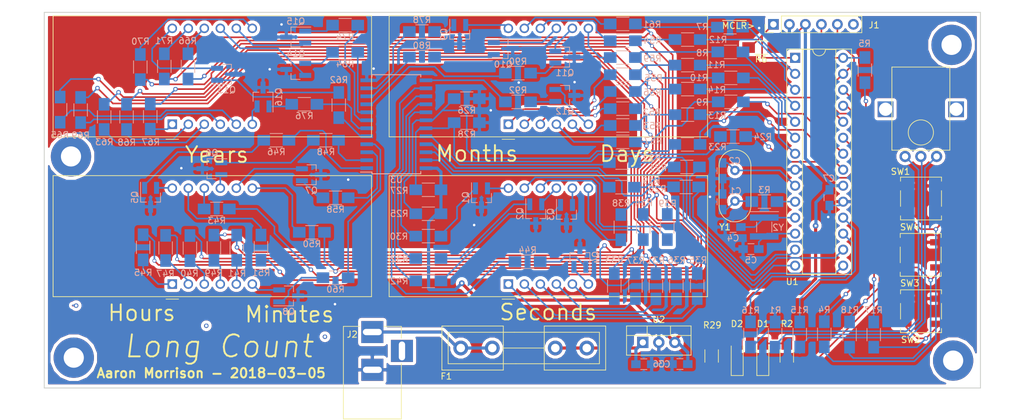
<source format=kicad_pcb>
(kicad_pcb (version 4) (host pcbnew 4.0.6)
  (layers (0 F.Cu signal) (31 B.Cu signal) (34 B.Paste user) (35 F.Paste user) (36 B.SilkS user) (37 F.SilkS user) (38 B.Mask user) (39 F.Mask user) (44 Edge.Cuts user))
  (net 0 "")
  (net 1 "Net-(AFF1-Pad1)")
  (net 2 "Net-(AFF1-Pad2)")
  (net 3 "Net-(AFF1-Pad3)")
  (net 4 "Net-(AFF1-Pad4)")
  (net 5 "Net-(AFF1-Pad5)")
  (net 6 "Net-(AFF1-Pad6)")
  (net 7 "Net-(AFF1-Pad7)")
  (net 8 "Net-(AFF1-Pad8)")
  (net 9 "Net-(AFF1-Pad9)")
  (net 10 "Net-(AFF1-Pad10)")
  (net 11 "Net-(AFF1-Pad11)")
  (net 12 "Net-(AFF1-Pad12)")
  (net 13 "Net-(AFF2-Pad1)")
  (net 14 "Net-(AFF2-Pad2)")
  (net 15 "Net-(AFF2-Pad3)")
  (net 16 "Net-(AFF2-Pad4)")
  (net 17 "Net-(AFF2-Pad5)")
  (net 18 "Net-(AFF2-Pad6)")
  (net 19 "Net-(AFF2-Pad7)")
  (net 20 "Net-(AFF2-Pad8)")
  (net 21 "Net-(AFF2-Pad9)")
  (net 22 "Net-(AFF2-Pad10)")
  (net 23 "Net-(AFF2-Pad11)")
  (net 24 "Net-(AFF2-Pad12)")
  (net 25 "Net-(AFF3-Pad1)")
  (net 26 "Net-(AFF3-Pad2)")
  (net 27 "Net-(AFF3-Pad3)")
  (net 28 "Net-(AFF3-Pad4)")
  (net 29 "Net-(AFF3-Pad5)")
  (net 30 "Net-(AFF3-Pad6)")
  (net 31 "Net-(AFF3-Pad7)")
  (net 32 "Net-(AFF3-Pad8)")
  (net 33 "Net-(AFF3-Pad9)")
  (net 34 "Net-(AFF3-Pad10)")
  (net 35 "Net-(AFF3-Pad11)")
  (net 36 "Net-(AFF3-Pad12)")
  (net 37 "Net-(AFF4-Pad1)")
  (net 38 "Net-(AFF4-Pad2)")
  (net 39 "Net-(AFF4-Pad3)")
  (net 40 "Net-(AFF4-Pad4)")
  (net 41 "Net-(AFF4-Pad5)")
  (net 42 "Net-(AFF4-Pad6)")
  (net 43 "Net-(AFF4-Pad7)")
  (net 44 "Net-(AFF4-Pad8)")
  (net 45 "Net-(AFF4-Pad9)")
  (net 46 "Net-(AFF4-Pad10)")
  (net 47 "Net-(AFF4-Pad11)")
  (net 48 "Net-(AFF4-Pad12)")
  (net 49 "Net-(C1-Pad1)")
  (net 50 GND)
  (net 51 "Net-(C2-Pad1)")
  (net 52 "Net-(C3-Pad2)")
  (net 53 "Net-(C4-Pad2)")
  (net 54 "Net-(C5-Pad2)")
  (net 55 +5V)
  (net 56 "Net-(D1-Pad2)")
  (net 57 "Net-(D2-Pad2)")
  (net 58 "Net-(F1-Pad2)")
  (net 59 ~MCLR)
  (net 60 ICSPDAT)
  (net 61 ICSPCLK)
  (net 62 "Net-(J1-Pad6)")
  (net 63 "Net-(J2-Pad3)")
  (net 64 "Net-(Q1-Pad1)")
  (net 65 "Net-(Q2-Pad1)")
  (net 66 "Net-(Q3-Pad1)")
  (net 67 "Net-(Q4-Pad1)")
  (net 68 "Net-(Q5-Pad1)")
  (net 69 "Net-(Q6-Pad1)")
  (net 70 "Net-(Q7-Pad1)")
  (net 71 "Net-(Q8-Pad1)")
  (net 72 "Net-(Q9-Pad1)")
  (net 73 "Net-(Q10-Pad1)")
  (net 74 "Net-(Q11-Pad1)")
  (net 75 "Net-(Q12-Pad1)")
  (net 76 "Net-(Q13-Pad1)")
  (net 77 "Net-(Q14-Pad1)")
  (net 78 "Net-(Q15-Pad1)")
  (net 79 "Net-(Q16-Pad1)")
  (net 80 "Net-(R1-Pad2)")
  (net 81 "Net-(R2-Pad1)")
  (net 82 "Net-(R3-Pad1)")
  (net 83 "Net-(R4-Pad2)")
  (net 84 "Net-(R7-Pad1)")
  (net 85 "Net-(R8-Pad1)")
  (net 86 "Net-(R9-Pad1)")
  (net 87 "Net-(R10-Pad1)")
  (net 88 "Net-(R11-Pad1)")
  (net 89 "Net-(R12-Pad1)")
  (net 90 "Net-(R13-Pad1)")
  (net 91 "Net-(R14-Pad1)")
  (net 92 "Net-(R15-Pad1)")
  (net 93 "Net-(R15-Pad2)")
  (net 94 "Net-(R16-Pad1)")
  (net 95 "Net-(R16-Pad2)")
  (net 96 "Net-(R17-Pad1)")
  (net 97 "Net-(R17-Pad2)")
  (net 98 "Net-(R18-Pad1)")
  (net 99 "Net-(R18-Pad2)")
  (net 100 "Net-(R19-Pad1)")
  (net 101 "Net-(R19-Pad2)")
  (net 102 "Net-(R20-Pad1)")
  (net 103 "Net-(R20-Pad2)")
  (net 104 "Net-(R21-Pad1)")
  (net 105 "Net-(R21-Pad2)")
  (net 106 "Net-(R22-Pad1)")
  (net 107 "Net-(R22-Pad2)")
  (net 108 "Net-(R23-Pad1)")
  (net 109 "Net-(R23-Pad2)")
  (net 110 "Net-(R24-Pad1)")
  (net 111 "Net-(R24-Pad2)")
  (net 112 SEG_A)
  (net 113 SEG_B)
  (net 114 SEG_C)
  (net 115 SEG_D)
  (net 116 SEG_E)
  (net 117 SEG_F)
  (net 118 SEG_G)
  (net 119 SEG_DP)
  (net 120 /SevSeg/DIG_1)
  (net 121 /SevSeg/DIG_2)
  (net 122 /SevSeg/DIG_3)
  (net 123 /SevSeg/DIG_4)
  (net 124 /SevSeg4/DIG_1)
  (net 125 /SevSeg4/DIG_2)
  (net 126 /SevSeg4/DIG_3)
  (net 127 /SevSeg4/DIG_4)
  (net 128 /SevSeg2/DIG_1)
  (net 129 /SevSeg2/DIG_2)
  (net 130 /SevSeg2/DIG_3)
  (net 131 /SevSeg2/DIG_4)
  (net 132 /SevSeg3/DIG_1)
  (net 133 /SevSeg3/DIG_2)
  (net 134 /SevSeg3/DIG_3)
  (net 135 /SevSeg3/DIG_4)
  (module Buttons_Switches_SMD:SW_SPST_B3SL-1002P (layer F.Cu) (at 177.25644 54.98084)
    (fp_text reference SW4 (at -1.8034 4.5466) (layer F.SilkS))
    (fp_text value SW_Push)
    (pad 1 smd rect (at -2.875 -2) (size 2.75 1) (layers F.Cu F.Paste F.Mask) (net 50 GND))
    (pad 1 smd rect (at 2.875 -2) (size 2.75 1) (layers F.Cu F.Paste F.Mask) (net 50 GND))
    (pad 2 smd rect (at 2.875 2) (size 2.75 1) (layers F.Cu F.Paste F.Mask) (net 83 "Net-(R4-Pad2)"))
    (pad 2 smd rect (at -2.875 2) (size 2.75 1) (layers F.Cu F.Paste F.Mask) (net 83 "Net-(R4-Pad2)"))
  )
  (module Local_buttons_THT:rotary_encoder (layer F.Cu) (at 177.23104 48.29556)
    (fp_text reference SW1 (at -3.2366 2.3998) (layer F.SilkS))
    (fp_text value Rotary_Encoder)
    (pad 0 thru_hole rect (at 5.6 -7.5) (size 2.5 2.5) (drill oval 2.1) (layers *.Cu *.Mask))
    (pad 2 thru_hole circle (at 0 0) (size 1.778 1.778) (drill 1) (layers *.Cu *.Mask) (net 80 "Net-(R1-Pad2)"))
    (pad 1 thru_hole circle (at -2.5 0) (size 1.778 1.778) (drill 1) (layers *.Cu *.Mask) (net 95 "Net-(R16-Pad2)"))
    (pad 3 thru_hole circle (at 2.5 0) (size 1.778 1.778) (drill 1) (layers *.Cu *.Mask) (net 93 "Net-(R15-Pad2)"))
    (pad 0 thru_hole rect (at -5.6 -7.5) (size 2.5 2.5) (drill oval 2.1) (layers *.Cu *.Mask))
  )
  (module Mounting_Holes:MountingHole_3.2mm_M3_Pad (layer F.Cu) (at 182.35676 80.73644)
    (fp_text reference REF** hide)
    (fp_text value MountingHole_3.2mm_M3_Pad)
    (pad 1 thru_hole circle (at 0 0) (size 6.4 6.4) (drill 3.2) (layers *.Cu *.Mask))
  )
  (module Mounting_Holes:MountingHole_3.2mm_M3_Pad (layer F.Cu) (at 182.10276 30.56636)
    (fp_text reference REF** hide)
    (fp_text value MountingHole_3.2mm_M3_Pad)
    (pad 1 thru_hole circle (at 0 0) (size 6.4 6.4) (drill 3.2) (layers *.Cu *.Mask))
  )
  (module Mounting_Holes:MountingHole_3.2mm_M3_Pad (layer F.Cu) (at 42.33672 48.29556)
    (fp_text reference REF** hide)
    (fp_text value MountingHole_3.2mm_M3_Pad)
    (pad 1 thru_hole circle (at 0 0) (size 6.4 6.4) (drill 3.2) (layers *.Cu *.Mask))
  )
  (module Displays_7-Segment:CA56-12SYKWA (layer F.Cu) (at 58.42 68.58 90)
    (fp_text reference AFF2 hide)
    (fp_text value CC56-12)
    (pad 1 thru_hole rect (at 0 0 90) (size 1.5 1.5) (drill 1) (layers *.Cu *.Mask) (net 13 "Net-(AFF2-Pad1)"))
    (pad 2 thru_hole circle (at 0 2.54 90) (size 1.5 1.5) (drill 1) (layers *.Cu *.Mask) (net 14 "Net-(AFF2-Pad2)"))
    (pad 3 thru_hole circle (at 0 5.08 90) (size 1.5 1.5) (drill 1) (layers *.Cu *.Mask) (net 15 "Net-(AFF2-Pad3)"))
    (pad 4 thru_hole circle (at 0 7.62 90) (size 1.5 1.5) (drill 1) (layers *.Cu *.Mask) (net 16 "Net-(AFF2-Pad4)"))
    (pad 5 thru_hole circle (at 0 10.16 90) (size 1.5 1.5) (drill 1) (layers *.Cu *.Mask) (net 17 "Net-(AFF2-Pad5)"))
    (pad 6 thru_hole circle (at 0 12.7 90) (size 1.5 1.5) (drill 1) (layers *.Cu *.Mask) (net 18 "Net-(AFF2-Pad6)"))
    (pad 7 thru_hole circle (at 15.24 12.7 90) (size 1.5 1.5) (drill 1) (layers *.Cu *.Mask) (net 19 "Net-(AFF2-Pad7)"))
    (pad 8 thru_hole circle (at 15.24 10.16 90) (size 1.5 1.5) (drill 1) (layers *.Cu *.Mask) (net 20 "Net-(AFF2-Pad8)"))
    (pad 9 thru_hole circle (at 15.24 7.62 90) (size 1.5 1.5) (drill 1) (layers *.Cu *.Mask) (net 21 "Net-(AFF2-Pad9)"))
    (pad 10 thru_hole circle (at 15.24 5.08 90) (size 1.5 1.5) (drill 1) (layers *.Cu *.Mask) (net 22 "Net-(AFF2-Pad10)"))
    (pad 11 thru_hole circle (at 15.24 2.54 90) (size 1.5 1.5) (drill 1) (layers *.Cu *.Mask) (net 23 "Net-(AFF2-Pad11)"))
    (pad 12 thru_hole circle (at 15.24 0 90) (size 1.5 1.5) (drill 1) (layers *.Cu *.Mask) (net 24 "Net-(AFF2-Pad12)"))
  )
  (module Displays_7-Segment:CA56-12SYKWA (layer F.Cu) (at 111.76 68.58 90)
    (fp_text reference AFF1 hide)
    (fp_text value CC56-12)
    (pad 1 thru_hole rect (at 0 0 90) (size 1.5 1.5) (drill 1) (layers *.Cu *.Mask) (net 1 "Net-(AFF1-Pad1)"))
    (pad 2 thru_hole circle (at 0 2.54 90) (size 1.5 1.5) (drill 1) (layers *.Cu *.Mask) (net 2 "Net-(AFF1-Pad2)"))
    (pad 3 thru_hole circle (at 0 5.08 90) (size 1.5 1.5) (drill 1) (layers *.Cu *.Mask) (net 3 "Net-(AFF1-Pad3)"))
    (pad 4 thru_hole circle (at 0 7.62 90) (size 1.5 1.5) (drill 1) (layers *.Cu *.Mask) (net 4 "Net-(AFF1-Pad4)"))
    (pad 5 thru_hole circle (at 0 10.16 90) (size 1.5 1.5) (drill 1) (layers *.Cu *.Mask) (net 5 "Net-(AFF1-Pad5)"))
    (pad 6 thru_hole circle (at 0 12.7 90) (size 1.5 1.5) (drill 1) (layers *.Cu *.Mask) (net 6 "Net-(AFF1-Pad6)"))
    (pad 7 thru_hole circle (at 15.24 12.7 90) (size 1.5 1.5) (drill 1) (layers *.Cu *.Mask) (net 7 "Net-(AFF1-Pad7)"))
    (pad 8 thru_hole circle (at 15.24 10.16 90) (size 1.5 1.5) (drill 1) (layers *.Cu *.Mask) (net 8 "Net-(AFF1-Pad8)"))
    (pad 9 thru_hole circle (at 15.24 7.62 90) (size 1.5 1.5) (drill 1) (layers *.Cu *.Mask) (net 9 "Net-(AFF1-Pad9)"))
    (pad 10 thru_hole circle (at 15.24 5.08 90) (size 1.5 1.5) (drill 1) (layers *.Cu *.Mask) (net 10 "Net-(AFF1-Pad10)"))
    (pad 11 thru_hole circle (at 15.24 2.54 90) (size 1.5 1.5) (drill 1) (layers *.Cu *.Mask) (net 11 "Net-(AFF1-Pad11)"))
    (pad 12 thru_hole circle (at 15.24 0 90) (size 1.5 1.5) (drill 1) (layers *.Cu *.Mask) (net 12 "Net-(AFF1-Pad12)"))
  )
  (module Displays_7-Segment:CA56-12SYKWA (layer F.Cu) (at 111.76 43.18 90)
    (fp_text reference AFF4 hide)
    (fp_text value CC56-12)
    (pad 1 thru_hole rect (at 0 0 90) (size 1.5 1.5) (drill 1) (layers *.Cu *.Mask) (net 37 "Net-(AFF4-Pad1)"))
    (pad 2 thru_hole circle (at 0 2.54 90) (size 1.5 1.5) (drill 1) (layers *.Cu *.Mask) (net 38 "Net-(AFF4-Pad2)"))
    (pad 3 thru_hole circle (at 0 5.08 90) (size 1.5 1.5) (drill 1) (layers *.Cu *.Mask) (net 39 "Net-(AFF4-Pad3)"))
    (pad 4 thru_hole circle (at 0 7.62 90) (size 1.5 1.5) (drill 1) (layers *.Cu *.Mask) (net 40 "Net-(AFF4-Pad4)"))
    (pad 5 thru_hole circle (at 0 10.16 90) (size 1.5 1.5) (drill 1) (layers *.Cu *.Mask) (net 41 "Net-(AFF4-Pad5)"))
    (pad 6 thru_hole circle (at 0 12.7 90) (size 1.5 1.5) (drill 1) (layers *.Cu *.Mask) (net 42 "Net-(AFF4-Pad6)"))
    (pad 7 thru_hole circle (at 15.24 12.7 90) (size 1.5 1.5) (drill 1) (layers *.Cu *.Mask) (net 43 "Net-(AFF4-Pad7)"))
    (pad 8 thru_hole circle (at 15.24 10.16 90) (size 1.5 1.5) (drill 1) (layers *.Cu *.Mask) (net 44 "Net-(AFF4-Pad8)"))
    (pad 9 thru_hole circle (at 15.24 7.62 90) (size 1.5 1.5) (drill 1) (layers *.Cu *.Mask) (net 45 "Net-(AFF4-Pad9)"))
    (pad 10 thru_hole circle (at 15.24 5.08 90) (size 1.5 1.5) (drill 1) (layers *.Cu *.Mask) (net 46 "Net-(AFF4-Pad10)"))
    (pad 11 thru_hole circle (at 15.24 2.54 90) (size 1.5 1.5) (drill 1) (layers *.Cu *.Mask) (net 47 "Net-(AFF4-Pad11)"))
    (pad 12 thru_hole circle (at 15.24 0 90) (size 1.5 1.5) (drill 1) (layers *.Cu *.Mask) (net 48 "Net-(AFF4-Pad12)"))
  )
  (module Displays_7-Segment:CA56-12SYKWA (layer F.Cu) (at 58.42 43.18 90)
    (fp_text reference AFF3 hide)
    (fp_text value CC56-12)
    (pad 1 thru_hole rect (at 0 0 90) (size 1.5 1.5) (drill 1) (layers *.Cu *.Mask) (net 25 "Net-(AFF3-Pad1)"))
    (pad 2 thru_hole circle (at 0 2.54 90) (size 1.5 1.5) (drill 1) (layers *.Cu *.Mask) (net 26 "Net-(AFF3-Pad2)"))
    (pad 3 thru_hole circle (at 0 5.08 90) (size 1.5 1.5) (drill 1) (layers *.Cu *.Mask) (net 27 "Net-(AFF3-Pad3)"))
    (pad 4 thru_hole circle (at 0 7.62 90) (size 1.5 1.5) (drill 1) (layers *.Cu *.Mask) (net 28 "Net-(AFF3-Pad4)"))
    (pad 5 thru_hole circle (at 0 10.16 90) (size 1.5 1.5) (drill 1) (layers *.Cu *.Mask) (net 29 "Net-(AFF3-Pad5)"))
    (pad 6 thru_hole circle (at 0 12.7 90) (size 1.5 1.5) (drill 1) (layers *.Cu *.Mask) (net 30 "Net-(AFF3-Pad6)"))
    (pad 7 thru_hole circle (at 15.24 12.7 90) (size 1.5 1.5) (drill 1) (layers *.Cu *.Mask) (net 31 "Net-(AFF3-Pad7)"))
    (pad 8 thru_hole circle (at 15.24 10.16 90) (size 1.5 1.5) (drill 1) (layers *.Cu *.Mask) (net 32 "Net-(AFF3-Pad8)"))
    (pad 9 thru_hole circle (at 15.24 7.62 90) (size 1.5 1.5) (drill 1) (layers *.Cu *.Mask) (net 33 "Net-(AFF3-Pad9)"))
    (pad 10 thru_hole circle (at 15.24 5.08 90) (size 1.5 1.5) (drill 1) (layers *.Cu *.Mask) (net 34 "Net-(AFF3-Pad10)"))
    (pad 11 thru_hole circle (at 15.24 2.54 90) (size 1.5 1.5) (drill 1) (layers *.Cu *.Mask) (net 35 "Net-(AFF3-Pad11)"))
    (pad 12 thru_hole circle (at 15.24 0 90) (size 1.5 1.5) (drill 1) (layers *.Cu *.Mask) (net 36 "Net-(AFF3-Pad12)"))
  )
  (module LEDs:LED_1206_HandSoldering (layer F.Cu) (at 152.146 80.01 90)
    (fp_text reference D1 (at 5.11556 0.03048 180) (layer F.SilkS))
    (fp_text value STAT)
    (pad 1 smd rect (at -2 0 90) (size 2 1.7) (layers F.Cu F.Paste F.Mask) (net 50 GND))
    (pad 2 smd rect (at 2 0 90) (size 2 1.7) (layers F.Cu F.Paste F.Mask) (net 56 "Net-(D1-Pad2)"))
  )
  (module LEDs:LED_1206_HandSoldering (layer F.Cu) (at 148.082 80.01 90)
    (fp_text reference D2 (at 5.11556 -0.03556 180) (layer F.SilkS))
    (fp_text value PWR)
    (pad 1 smd rect (at -2 0 90) (size 2 1.7) (layers F.Cu F.Paste F.Mask) (net 50 GND))
    (pad 2 smd rect (at 2 0 90) (size 2 1.7) (layers F.Cu F.Paste F.Mask) (net 57 "Net-(D2-Pad2)"))
  )
  (module Fuse_Holders_and_Fuses:Fuseholder5x20_horiz_open_inline_Type-I (layer F.Cu) (at 124.206 78.74 180)
    (fp_text reference F1 (at 22.3012 -4.4958 180) (layer F.SilkS))
    (fp_text value Fuse)
    (pad 2 thru_hole circle (at 15 0 180) (size 2.35 2.35) (drill 1.35) (layers *.Cu *.Mask) (net 58 "Net-(F1-Pad2)"))
    (pad 2 thru_hole circle (at 20 0 180) (size 2.35 2.35) (drill 1.35) (layers *.Cu *.Mask) (net 58 "Net-(F1-Pad2)"))
    (pad 1 thru_hole circle (at 5 0 180) (size 2.35 2.35) (drill 1.35) (layers *.Cu *.Mask) (net 52 "Net-(C3-Pad2)"))
    (pad 1 thru_hole circle (at 0 0 180) (size 2.35 2.35) (drill 1.35) (layers *.Cu *.Mask) (net 52 "Net-(C3-Pad2)"))
  )
  (module Pin_Headers:Pin_Header_Straight_1x06_Pitch2.54mm (layer F.Cu) (at 153.825 27.3 90)
    (fp_text reference J1 (at -0.12692 15.98416 180) (layer F.SilkS))
    (fp_text value "PICKIT connector")
    (pad 1 thru_hole rect (at 0 0 90) (size 1.7 1.7) (drill 1) (layers *.Cu *.Mask) (net 59 ~MCLR))
    (pad 2 thru_hole oval (at 0 2.54 90) (size 1.7 1.7) (drill 1) (layers *.Cu *.Mask) (net 50 GND))
    (pad 3 thru_hole oval (at 0 5.08 90) (size 1.7 1.7) (drill 1) (layers *.Cu *.Mask) (net 55 +5V))
    (pad 4 thru_hole oval (at 0 7.62 90) (size 1.7 1.7) (drill 1) (layers *.Cu *.Mask) (net 60 ICSPDAT))
    (pad 5 thru_hole oval (at 0 10.16 90) (size 1.7 1.7) (drill 1) (layers *.Cu *.Mask) (net 61 ICSPCLK))
    (pad 6 thru_hole oval (at 0 12.7 90) (size 1.7 1.7) (drill 1) (layers *.Cu *.Mask) (net 62 "Net-(J1-Pad6)"))
  )
  (module Connectors:BARREL_JACK (layer F.Cu) (at 90.17 76.2 90)
    (fp_text reference J2 (at -0.381 -3.2004 360) (layer F.SilkS))
    (fp_text value BARREL_JACK)
    (pad 1 thru_hole rect (at 0 0 90) (size 3.5 3.5) (drill oval 1 3) (layers *.Cu *.Mask) (net 58 "Net-(F1-Pad2)"))
    (pad 2 thru_hole rect (at -6 0 90) (size 3.5 3.5) (drill oval 1 3) (layers *.Cu *.Mask) (net 50 GND))
    (pad 3 thru_hole rect (at -3 4.7 90) (size 3.5 3.5) (drill oval 3 1) (layers *.Cu *.Mask) (net 63 "Net-(J2-Pad3)"))
  )
  (module Resistors_SMD:R_1206_HandSoldering (layer B.Cu) (at 154.1018 76.6064 270)
    (fp_text reference R1 (at -3.8608 0 360) (layer B.SilkS) (effects (justify mirror)))
    (fp_text value 0)
    (pad 1 smd rect (at -2 0 270) (size 2 1.7) (layers B.Cu B.Paste B.Mask) (net 50 GND))
    (pad 2 smd rect (at 2 0 270) (size 2 1.7) (layers B.Cu B.Paste B.Mask) (net 80 "Net-(R1-Pad2)"))
  )
  (module Resistors_SMD:R_1206_HandSoldering (layer F.Cu) (at 155.956 80.01 90)
    (fp_text reference R2 (at 5.11556 0.0254 180) (layer F.SilkS))
    (fp_text value 330)
    (pad 1 smd rect (at -2 0 90) (size 2 1.7) (layers F.Cu F.Paste F.Mask) (net 81 "Net-(R2-Pad1)"))
    (pad 2 smd rect (at 2 0 90) (size 2 1.7) (layers F.Cu F.Paste F.Mask) (net 56 "Net-(D1-Pad2)"))
  )
  (module Resistors_SMD:R_1206_HandSoldering (layer B.Cu) (at 152.4 55.4736 180)
    (fp_text reference R3 (at 0 1.85 180) (layer B.SilkS) (effects (justify mirror)))
    (fp_text value R)
    (pad 1 smd rect (at -2 0 180) (size 2 1.7) (layers B.Cu B.Paste B.Mask) (net 82 "Net-(R3-Pad1)"))
    (pad 2 smd rect (at 2 0 180) (size 2 1.7) (layers B.Cu B.Paste B.Mask) (net 49 "Net-(C1-Pad1)"))
  )
  (module Resistors_SMD:R_1206_HandSoldering (layer B.Cu) (at 161.8996 76.5556 270)
    (fp_text reference R4 (at -3.8862 0 360) (layer B.SilkS) (effects (justify mirror)))
    (fp_text value 0)
    (pad 1 smd rect (at -2 0 270) (size 2 1.7) (layers B.Cu B.Paste B.Mask) (net 61 ICSPCLK))
    (pad 2 smd rect (at 2 0 270) (size 2 1.7) (layers B.Cu B.Paste B.Mask) (net 83 "Net-(R4-Pad2)"))
  )
  (module Resistors_SMD:R_1206_HandSoldering (layer B.Cu) (at 168.3512 34.5694 270)
    (fp_text reference R5 (at -4.2164 0.0508 540) (layer B.SilkS) (effects (justify mirror)))
    (fp_text value 0)
    (pad 1 smd rect (at -2 0 270) (size 2 1.7) (layers B.Cu B.Paste B.Mask) (net 60 ICSPDAT))
    (pad 2 smd rect (at 2 0 270) (size 2 1.7) (layers B.Cu B.Paste B.Mask) (net 81 "Net-(R2-Pad1)"))
  )
  (module Resistors_SMD:R_1206_HandSoldering (layer F.Cu) (at 151.892 30.988 180)
    (fp_text reference R6 (at 0 -1.85 180) (layer F.SilkS))
    (fp_text value 10k)
    (pad 1 smd rect (at -2 0 180) (size 2 1.7) (layers F.Cu F.Paste F.Mask) (net 55 +5V))
    (pad 2 smd rect (at 2 0 180) (size 2 1.7) (layers F.Cu F.Paste F.Mask) (net 59 ~MCLR))
  )
  (module Resistors_SMD:R_1206_HandSoldering (layer B.Cu) (at 146.939 27.7495 180)
    (fp_text reference R7 (at 4.3942 0.0635 180) (layer B.SilkS) (effects (justify mirror)))
    (fp_text value 0)
    (pad 1 smd rect (at -2 0 180) (size 2 1.7) (layers B.Cu B.Paste B.Mask) (net 84 "Net-(R7-Pad1)"))
    (pad 2 smd rect (at 2 0 180) (size 2 1.7) (layers B.Cu B.Paste B.Mask) (net 112 SEG_A))
  )
  (module Resistors_SMD:R_1206_HandSoldering (layer B.Cu) (at 147.0025 31.6865 180)
    (fp_text reference R8 (at 4.4577 -0.1651 180) (layer B.SilkS) (effects (justify mirror)))
    (fp_text value 0)
    (pad 1 smd rect (at -2 0 180) (size 2 1.7) (layers B.Cu B.Paste B.Mask) (net 85 "Net-(R8-Pad1)"))
    (pad 2 smd rect (at 2 0 180) (size 2 1.7) (layers B.Cu B.Paste B.Mask) (net 113 SEG_B))
  )
  (module Resistors_SMD:R_1206_HandSoldering (layer B.Cu) (at 147.066 39.624 180)
    (fp_text reference R9 (at 4.5212 -0.0762 180) (layer B.SilkS) (effects (justify mirror)))
    (fp_text value 0)
    (pad 1 smd rect (at -2 0 180) (size 2 1.7) (layers B.Cu B.Paste B.Mask) (net 86 "Net-(R9-Pad1)"))
    (pad 2 smd rect (at 2 0 180) (size 2 1.7) (layers B.Cu B.Paste B.Mask) (net 114 SEG_C))
  )
  (module Resistors_SMD:R_1206_HandSoldering (layer B.Cu) (at 147.066 35.814 180)
    (fp_text reference R10 (at 5.0292 0.0254 180) (layer B.SilkS) (effects (justify mirror)))
    (fp_text value 0)
    (pad 1 smd rect (at -2 0 180) (size 2 1.7) (layers B.Cu B.Paste B.Mask) (net 87 "Net-(R10-Pad1)"))
    (pad 2 smd rect (at 2 0 180) (size 2 1.7) (layers B.Cu B.Paste B.Mask) (net 115 SEG_D))
  )
  (module Resistors_SMD:R_1206_HandSoldering (layer B.Cu) (at 140.208 33.782 180)
    (fp_text reference R11 (at -4.5466 0.0508 180) (layer B.SilkS) (effects (justify mirror)))
    (fp_text value 0)
    (pad 1 smd rect (at -2 0 180) (size 2 1.7) (layers B.Cu B.Paste B.Mask) (net 88 "Net-(R11-Pad1)"))
    (pad 2 smd rect (at 2 0 180) (size 2 1.7) (layers B.Cu B.Paste B.Mask) (net 116 SEG_E))
  )
  (module Resistors_SMD:R_1206_HandSoldering (layer B.Cu) (at 140.208 29.718 180)
    (fp_text reference R12 (at -4.826 -0.0254 180) (layer B.SilkS) (effects (justify mirror)))
    (fp_text value 0)
    (pad 1 smd rect (at -2 0 180) (size 2 1.7) (layers B.Cu B.Paste B.Mask) (net 89 "Net-(R12-Pad1)"))
    (pad 2 smd rect (at 2 0 180) (size 2 1.7) (layers B.Cu B.Paste B.Mask) (net 117 SEG_F))
  )
  (module Resistors_SMD:R_1206_HandSoldering (layer B.Cu) (at 140.208 41.656 180)
    (fp_text reference R13 (at -4.699 -0.127 180) (layer B.SilkS) (effects (justify mirror)))
    (fp_text value 0)
    (pad 1 smd rect (at -2 0 180) (size 2 1.7) (layers B.Cu B.Paste B.Mask) (net 90 "Net-(R13-Pad1)"))
    (pad 2 smd rect (at 2 0 180) (size 2 1.7) (layers B.Cu B.Paste B.Mask) (net 118 SEG_G))
  )
  (module Resistors_SMD:R_1206_HandSoldering (layer B.Cu) (at 140.208 37.592 180)
    (fp_text reference R14 (at -4.6482 -0.127 180) (layer B.SilkS) (effects (justify mirror)))
    (fp_text value 0)
    (pad 1 smd rect (at -2 0 180) (size 2 1.7) (layers B.Cu B.Paste B.Mask) (net 91 "Net-(R14-Pad1)"))
    (pad 2 smd rect (at 2 0 180) (size 2 1.7) (layers B.Cu B.Paste B.Mask) (net 119 SEG_DP))
  )
  (module Resistors_SMD:R_1206_HandSoldering (layer B.Cu) (at 158.0134 76.581 270)
    (fp_text reference R15 (at -3.8862 0.0254 360) (layer B.SilkS) (effects (justify mirror)))
    (fp_text value 0)
    (pad 1 smd rect (at -2 0 270) (size 2 1.7) (layers B.Cu B.Paste B.Mask) (net 92 "Net-(R15-Pad1)"))
    (pad 2 smd rect (at 2 0 270) (size 2 1.7) (layers B.Cu B.Paste B.Mask) (net 93 "Net-(R15-Pad2)"))
  )
  (module Resistors_SMD:R_1206_HandSoldering (layer B.Cu) (at 150.1902 76.581 270)
    (fp_text reference R16 (at -3.8354 -0.0254 360) (layer B.SilkS) (effects (justify mirror)))
    (fp_text value 0)
    (pad 1 smd rect (at -2 0 270) (size 2 1.7) (layers B.Cu B.Paste B.Mask) (net 94 "Net-(R16-Pad1)"))
    (pad 2 smd rect (at 2 0 270) (size 2 1.7) (layers B.Cu B.Paste B.Mask) (net 95 "Net-(R16-Pad2)"))
  )
  (module Resistors_SMD:R_1206_HandSoldering (layer B.Cu) (at 169.7482 76.6064 270)
    (fp_text reference R17 (at -3.8862 0.0254 360) (layer B.SilkS) (effects (justify mirror)))
    (fp_text value 0)
    (pad 1 smd rect (at -2 0 270) (size 2 1.7) (layers B.Cu B.Paste B.Mask) (net 96 "Net-(R17-Pad1)"))
    (pad 2 smd rect (at 2 0 270) (size 2 1.7) (layers B.Cu B.Paste B.Mask) (net 97 "Net-(R17-Pad2)"))
  )
  (module Resistors_SMD:R_1206_HandSoldering (layer B.Cu) (at 165.9128 76.6064 270)
    (fp_text reference R18 (at -3.9116 -0.0508 360) (layer B.SilkS) (effects (justify mirror)))
    (fp_text value 0)
    (pad 1 smd rect (at -2 0 270) (size 2 1.7) (layers B.Cu B.Paste B.Mask) (net 98 "Net-(R18-Pad1)"))
    (pad 2 smd rect (at 2 0 270) (size 2 1.7) (layers B.Cu B.Paste B.Mask) (net 99 "Net-(R18-Pad2)"))
  )
  (module Resistors_SMD:R_1206_HandSoldering (layer B.Cu) (at 129.7686 53.1876)
    (fp_text reference R19 (at 4.6736 -1.0414) (layer B.SilkS) (effects (justify mirror)))
    (fp_text value 0)
    (pad 1 smd rect (at -2 0) (size 2 1.7) (layers B.Cu B.Paste B.Mask) (net 100 "Net-(R19-Pad1)"))
    (pad 2 smd rect (at 2 0) (size 2 1.7) (layers B.Cu B.Paste B.Mask) (net 101 "Net-(R19-Pad2)"))
  )
  (module Resistors_SMD:R_1206_HandSoldering (layer B.Cu) (at 139.9794 53.1368)
    (fp_text reference R20 (at -4.572 0.3302) (layer B.SilkS) (effects (justify mirror)))
    (fp_text value 0)
    (pad 1 smd rect (at -2 0) (size 2 1.7) (layers B.Cu B.Paste B.Mask) (net 102 "Net-(R20-Pad1)"))
    (pad 2 smd rect (at 2 0) (size 2 1.7) (layers B.Cu B.Paste B.Mask) (net 103 "Net-(R20-Pad2)"))
  )
  (module Resistors_SMD:R_1206_HandSoldering (layer B.Cu) (at 140.081 49.9618)
    (fp_text reference R21 (at -4.5974 0.127) (layer B.SilkS) (effects (justify mirror)))
    (fp_text value 0)
    (pad 1 smd rect (at -2 0) (size 2 1.7) (layers B.Cu B.Paste B.Mask) (net 104 "Net-(R21-Pad1)"))
    (pad 2 smd rect (at 2 0) (size 2 1.7) (layers B.Cu B.Paste B.Mask) (net 105 "Net-(R21-Pad2)"))
  )
  (module Resistors_SMD:R_1206_HandSoldering (layer B.Cu) (at 129.794 49.276)
    (fp_text reference R22 (at 4.7498 -0.6858) (layer B.SilkS) (effects (justify mirror)))
    (fp_text value 0)
    (pad 1 smd rect (at -2 0) (size 2 1.7) (layers B.Cu B.Paste B.Mask) (net 106 "Net-(R22-Pad1)"))
    (pad 2 smd rect (at 2 0) (size 2 1.7) (layers B.Cu B.Paste B.Mask) (net 107 "Net-(R22-Pad2)"))
  )
  (module Resistors_SMD:R_1206_HandSoldering (layer B.Cu) (at 140.1826 46.3804)
    (fp_text reference R23 (at 4.7752 0.4064) (layer B.SilkS) (effects (justify mirror)))
    (fp_text value 0)
    (pad 1 smd rect (at -2 0) (size 2 1.7) (layers B.Cu B.Paste B.Mask) (net 108 "Net-(R23-Pad1)"))
    (pad 2 smd rect (at 2 0) (size 2 1.7) (layers B.Cu B.Paste B.Mask) (net 109 "Net-(R23-Pad2)"))
  )
  (module Resistors_SMD:R_1206_HandSoldering (layer B.Cu) (at 147.4216 45.1358)
    (fp_text reference R24 (at 4.7244 0.0508) (layer B.SilkS) (effects (justify mirror)))
    (fp_text value 0)
    (pad 1 smd rect (at -2 0) (size 2 1.7) (layers B.Cu B.Paste B.Mask) (net 110 "Net-(R24-Pad1)"))
    (pad 2 smd rect (at 2 0) (size 2 1.7) (layers B.Cu B.Paste B.Mask) (net 111 "Net-(R24-Pad2)"))
  )
  (module Resistors_SMD:R_1206_HandSoldering (layer B.Cu) (at 99.06 57.404 180)
    (fp_text reference R25 (at 4.6228 0.0254 180) (layer B.SilkS) (effects (justify mirror)))
    (fp_text value 10k)
    (pad 1 smd rect (at -2 0 180) (size 2 1.7) (layers B.Cu B.Paste B.Mask) (net 55 +5V))
    (pad 2 smd rect (at 2 0 180) (size 2 1.7) (layers B.Cu B.Paste B.Mask) (net 108 "Net-(R23-Pad1)"))
  )
  (module Resistors_SMD:R_1206_HandSoldering (layer B.Cu) (at 105.156 39.116)
    (fp_text reference R26 (at 0 1.85) (layer B.SilkS) (effects (justify mirror)))
    (fp_text value 10k)
    (pad 1 smd rect (at -2 0) (size 2 1.7) (layers B.Cu B.Paste B.Mask) (net 108 "Net-(R23-Pad1)"))
    (pad 2 smd rect (at 2 0) (size 2 1.7) (layers B.Cu B.Paste B.Mask) (net 50 GND))
  )
  (module Resistors_SMD:R_1206_HandSoldering (layer B.Cu) (at 99.06 53.594 180)
    (fp_text reference R27 (at 4.6228 -0.127 180) (layer B.SilkS) (effects (justify mirror)))
    (fp_text value 10k)
    (pad 1 smd rect (at -2 0 180) (size 2 1.7) (layers B.Cu B.Paste B.Mask) (net 55 +5V))
    (pad 2 smd rect (at 2 0 180) (size 2 1.7) (layers B.Cu B.Paste B.Mask) (net 110 "Net-(R24-Pad1)"))
  )
  (module Resistors_SMD:R_1206_HandSoldering (layer B.Cu) (at 105.156 42.926)
    (fp_text reference R28 (at 0 1.85) (layer B.SilkS) (effects (justify mirror)))
    (fp_text value 10k)
    (pad 1 smd rect (at -2 0) (size 2 1.7) (layers B.Cu B.Paste B.Mask) (net 110 "Net-(R24-Pad1)"))
    (pad 2 smd rect (at 2 0) (size 2 1.7) (layers B.Cu B.Paste B.Mask) (net 50 GND))
  )
  (module Resistors_SMD:R_1206_HandSoldering (layer F.Cu) (at 144.018 80.01 90)
    (fp_text reference R29 (at 4.9022 0.11176 180) (layer F.SilkS))
    (fp_text value 330)
    (pad 1 smd rect (at -2 0 90) (size 2 1.7) (layers F.Cu F.Paste F.Mask) (net 57 "Net-(D2-Pad2)"))
    (pad 2 smd rect (at 2 0 90) (size 2 1.7) (layers F.Cu F.Paste F.Mask) (net 55 +5V))
  )
  (module Resistors_SMD:R_1206_HandSoldering (layer B.Cu) (at 99.06 60.96 180)
    (fp_text reference R30 (at 4.6736 -0.0508 180) (layer B.SilkS) (effects (justify mirror)))
    (fp_text value 1K)
    (pad 1 smd rect (at -2 0 180) (size 2 1.7) (layers B.Cu B.Paste B.Mask) (net 64 "Net-(Q1-Pad1)"))
    (pad 2 smd rect (at 2 0 180) (size 2 1.7) (layers B.Cu B.Paste B.Mask) (net 124 /SevSeg4/DIG_1))
  )
  (module Resistors_SMD:R_1206_HandSoldering (layer B.Cu) (at 99.06 64.516 180)
    (fp_text reference R32 (at 4.6228 -0.0508 180) (layer B.SilkS) (effects (justify mirror)))
    (fp_text value 1K)
    (pad 1 smd rect (at -2 0 180) (size 2 1.7) (layers B.Cu B.Paste B.Mask) (net 65 "Net-(Q2-Pad1)"))
    (pad 2 smd rect (at 2 0 180) (size 2 1.7) (layers B.Cu B.Paste B.Mask) (net 125 /SevSeg4/DIG_2))
  )
  (module Resistors_SMD:R_1206_HandSoldering (layer B.Cu) (at 99.06 68.072 180)
    (fp_text reference R42 (at 4.6228 -0.0254 180) (layer B.SilkS) (effects (justify mirror)))
    (fp_text value 1K)
    (pad 1 smd rect (at -2 0 180) (size 2 1.7) (layers B.Cu B.Paste B.Mask) (net 66 "Net-(Q3-Pad1)"))
    (pad 2 smd rect (at 2 0 180) (size 2 1.7) (layers B.Cu B.Paste B.Mask) (net 126 /SevSeg4/DIG_3))
  )
  (module Resistors_SMD:R_1206_HandSoldering (layer B.Cu) (at 114.808 65.024 180)
    (fp_text reference R44 (at 0 1.85 180) (layer B.SilkS) (effects (justify mirror)))
    (fp_text value 1K)
    (pad 1 smd rect (at -2 0 180) (size 2 1.7) (layers B.Cu B.Paste B.Mask) (net 67 "Net-(Q4-Pad1)"))
    (pad 2 smd rect (at 2 0 180) (size 2 1.7) (layers B.Cu B.Paste B.Mask) (net 127 /SevSeg4/DIG_4))
  )
  (module Resistors_SMD:R_1206_HandSoldering (layer B.Cu) (at 74.93 45.72)
    (fp_text reference R46 (at 0 1.85) (layer B.SilkS) (effects (justify mirror)))
    (fp_text value 1K)
    (pad 1 smd rect (at -2 0) (size 2 1.7) (layers B.Cu B.Paste B.Mask) (net 68 "Net-(Q5-Pad1)"))
    (pad 2 smd rect (at 2 0) (size 2 1.7) (layers B.Cu B.Paste B.Mask) (net 120 /SevSeg/DIG_1))
  )
  (module Resistors_SMD:R_1206_HandSoldering (layer B.Cu) (at 82.804 45.72)
    (fp_text reference R48 (at 0 1.85) (layer B.SilkS) (effects (justify mirror)))
    (fp_text value 1K)
    (pad 1 smd rect (at -2 0) (size 2 1.7) (layers B.Cu B.Paste B.Mask) (net 69 "Net-(Q6-Pad1)"))
    (pad 2 smd rect (at 2 0) (size 2 1.7) (layers B.Cu B.Paste B.Mask) (net 121 /SevSeg/DIG_2))
  )
  (module Resistors_SMD:R_1206_HandSoldering (layer B.Cu) (at 84.328 54.864)
    (fp_text reference R58 (at 0 1.85) (layer B.SilkS) (effects (justify mirror)))
    (fp_text value 1K)
    (pad 1 smd rect (at -2 0) (size 2 1.7) (layers B.Cu B.Paste B.Mask) (net 70 "Net-(Q7-Pad1)"))
    (pad 2 smd rect (at 2 0) (size 2 1.7) (layers B.Cu B.Paste B.Mask) (net 122 /SevSeg/DIG_3))
  )
  (module Resistors_SMD:R_1206_HandSoldering (layer B.Cu) (at 84.328 67.564)
    (fp_text reference R60 (at 0 1.85) (layer B.SilkS) (effects (justify mirror)))
    (fp_text value 1K)
    (pad 1 smd rect (at -2 0) (size 2 1.7) (layers B.Cu B.Paste B.Mask) (net 71 "Net-(Q8-Pad1)"))
    (pad 2 smd rect (at 2 0) (size 2 1.7) (layers B.Cu B.Paste B.Mask) (net 123 /SevSeg/DIG_4))
  )
  (module Resistors_SMD:R_1206_HandSoldering (layer B.Cu) (at 84.836 40.132 270)
    (fp_text reference R62 (at -3.9878 -0.0254 360) (layer B.SilkS) (effects (justify mirror)))
    (fp_text value 1K)
    (pad 1 smd rect (at -2 0 270) (size 2 1.7) (layers B.Cu B.Paste B.Mask) (net 76 "Net-(Q13-Pad1)"))
    (pad 2 smd rect (at 2 0 270) (size 2 1.7) (layers B.Cu B.Paste B.Mask) (net 128 /SevSeg2/DIG_1))
  )
  (module Resistors_SMD:R_1206_HandSoldering (layer B.Cu) (at 85.852 31.75)
    (fp_text reference R64 (at 0 1.85) (layer B.SilkS) (effects (justify mirror)))
    (fp_text value 1K)
    (pad 1 smd rect (at -2 0) (size 2 1.7) (layers B.Cu B.Paste B.Mask) (net 77 "Net-(Q14-Pad1)"))
    (pad 2 smd rect (at 2 0) (size 2 1.7) (layers B.Cu B.Paste B.Mask) (net 129 /SevSeg2/DIG_2))
  )
  (module Resistors_SMD:R_1206_HandSoldering (layer B.Cu) (at 85.852 27.432)
    (fp_text reference R74 (at 0 1.85) (layer B.SilkS) (effects (justify mirror)))
    (fp_text value 1K)
    (pad 1 smd rect (at -2 0) (size 2 1.7) (layers B.Cu B.Paste B.Mask) (net 78 "Net-(Q15-Pad1)"))
    (pad 2 smd rect (at 2 0) (size 2 1.7) (layers B.Cu B.Paste B.Mask) (net 130 /SevSeg2/DIG_3))
  )
  (module Resistors_SMD:R_1206_HandSoldering (layer B.Cu) (at 79.375 40.005)
    (fp_text reference R76 (at 0 1.85) (layer B.SilkS) (effects (justify mirror)))
    (fp_text value 1K)
    (pad 1 smd rect (at -2 0) (size 2 1.7) (layers B.Cu B.Paste B.Mask) (net 79 "Net-(Q16-Pad1)"))
    (pad 2 smd rect (at 2 0) (size 2 1.7) (layers B.Cu B.Paste B.Mask) (net 131 /SevSeg2/DIG_4))
  )
  (module Resistors_SMD:R_1206_HandSoldering (layer B.Cu) (at 98.044 28.448 180)
    (fp_text reference R78 (at 0 1.85 180) (layer B.SilkS) (effects (justify mirror)))
    (fp_text value 1K)
    (pad 1 smd rect (at -2 0 180) (size 2 1.7) (layers B.Cu B.Paste B.Mask) (net 72 "Net-(Q9-Pad1)"))
    (pad 2 smd rect (at 2 0 180) (size 2 1.7) (layers B.Cu B.Paste B.Mask) (net 132 /SevSeg3/DIG_1))
  )
  (module Resistors_SMD:R_1206_HandSoldering (layer B.Cu) (at 98.044 32.512 180)
    (fp_text reference R80 (at 0 1.85 180) (layer B.SilkS) (effects (justify mirror)))
    (fp_text value 1K)
    (pad 1 smd rect (at -2 0 180) (size 2 1.7) (layers B.Cu B.Paste B.Mask) (net 73 "Net-(Q10-Pad1)"))
    (pad 2 smd rect (at 2 0 180) (size 2 1.7) (layers B.Cu B.Paste B.Mask) (net 133 /SevSeg3/DIG_2))
  )
  (module Resistors_SMD:R_1206_HandSoldering (layer B.Cu) (at 113.284 35.052 180)
    (fp_text reference R90 (at 0 1.85 180) (layer B.SilkS) (effects (justify mirror)))
    (fp_text value 1K)
    (pad 1 smd rect (at -2 0 180) (size 2 1.7) (layers B.Cu B.Paste B.Mask) (net 74 "Net-(Q11-Pad1)"))
    (pad 2 smd rect (at 2 0 180) (size 2 1.7) (layers B.Cu B.Paste B.Mask) (net 134 /SevSeg3/DIG_3))
  )
  (module Resistors_SMD:R_1206_HandSoldering (layer B.Cu) (at 113.284 39.624 180)
    (fp_text reference R92 (at 0 1.85 180) (layer B.SilkS) (effects (justify mirror)))
    (fp_text value 1K)
    (pad 1 smd rect (at -2 0 180) (size 2 1.7) (layers B.Cu B.Paste B.Mask) (net 75 "Net-(Q12-Pad1)"))
    (pad 2 smd rect (at 2 0 180) (size 2 1.7) (layers B.Cu B.Paste B.Mask) (net 135 /SevSeg3/DIG_4))
  )
  (module Buttons_Switches_SMD:SW_SPST_B3SL-1002P (layer F.Cu) (at 177.25644 72.89292)
    (fp_text reference SW2 (at -1.6436 4.5276) (layer F.SilkS))
    (fp_text value SW_Push)
    (pad 1 smd rect (at -2.875 -2) (size 2.75 1) (layers F.Cu F.Paste F.Mask) (net 50 GND))
    (pad 1 smd rect (at 2.875 -2) (size 2.75 1) (layers F.Cu F.Paste F.Mask) (net 50 GND))
    (pad 2 smd rect (at 2.875 2) (size 2.75 1) (layers F.Cu F.Paste F.Mask) (net 97 "Net-(R17-Pad2)"))
    (pad 2 smd rect (at -2.875 2) (size 2.75 1) (layers F.Cu F.Paste F.Mask) (net 97 "Net-(R17-Pad2)"))
  )
  (module Buttons_Switches_SMD:SW_SPST_B3SL-1002P (layer F.Cu) (at 177.21072 63.93688)
    (fp_text reference SW3 (at -1.7272 4.4958) (layer F.SilkS))
    (fp_text value SW_Push)
    (pad 1 smd rect (at -2.875 -2) (size 2.75 1) (layers F.Cu F.Paste F.Mask) (net 50 GND))
    (pad 1 smd rect (at 2.875 -2) (size 2.75 1) (layers F.Cu F.Paste F.Mask) (net 50 GND))
    (pad 2 smd rect (at 2.875 2) (size 2.75 1) (layers F.Cu F.Paste F.Mask) (net 99 "Net-(R18-Pad2)"))
    (pad 2 smd rect (at -2.875 2) (size 2.75 1) (layers F.Cu F.Paste F.Mask) (net 99 "Net-(R18-Pad2)"))
  )
  (module Housings_DIP:DIP-28_W7.62mm_Socket (layer F.Cu) (at 157.275 32.625)
    (fp_text reference U1 (at -0.4554 35.574) (layer F.SilkS))
    (fp_text value PIC18F27K40)
    (pad 1 thru_hole rect (at 0 0) (size 1.6 1.6) (drill 1) (layers *.Cu *.Mask) (net 59 ~MCLR))
    (pad 15 thru_hole oval (at 7.62 33.02) (size 1.6 1.6) (drill 1) (layers *.Cu *.Mask) (net 101 "Net-(R19-Pad2)"))
    (pad 2 thru_hole oval (at 0 2.54) (size 1.6 1.6) (drill 1) (layers *.Cu *.Mask) (net 84 "Net-(R7-Pad1)"))
    (pad 16 thru_hole oval (at 7.62 30.48) (size 1.6 1.6) (drill 1) (layers *.Cu *.Mask) (net 105 "Net-(R21-Pad2)"))
    (pad 3 thru_hole oval (at 0 5.08) (size 1.6 1.6) (drill 1) (layers *.Cu *.Mask) (net 89 "Net-(R12-Pad1)"))
    (pad 17 thru_hole oval (at 7.62 27.94) (size 1.6 1.6) (drill 1) (layers *.Cu *.Mask) (net 94 "Net-(R16-Pad1)"))
    (pad 4 thru_hole oval (at 0 7.62) (size 1.6 1.6) (drill 1) (layers *.Cu *.Mask) (net 85 "Net-(R8-Pad1)"))
    (pad 18 thru_hole oval (at 7.62 25.4) (size 1.6 1.6) (drill 1) (layers *.Cu *.Mask) (net 92 "Net-(R15-Pad1)"))
    (pad 5 thru_hole oval (at 0 10.16) (size 1.6 1.6) (drill 1) (layers *.Cu *.Mask) (net 88 "Net-(R11-Pad1)"))
    (pad 19 thru_hole oval (at 7.62 22.86) (size 1.6 1.6) (drill 1) (layers *.Cu *.Mask) (net 50 GND))
    (pad 6 thru_hole oval (at 0 12.7) (size 1.6 1.6) (drill 1) (layers *.Cu *.Mask) (net 87 "Net-(R10-Pad1)"))
    (pad 20 thru_hole oval (at 7.62 20.32) (size 1.6 1.6) (drill 1) (layers *.Cu *.Mask) (net 55 +5V))
    (pad 7 thru_hole oval (at 0 15.24) (size 1.6 1.6) (drill 1) (layers *.Cu *.Mask) (net 91 "Net-(R14-Pad1)"))
    (pad 21 thru_hole oval (at 7.62 17.78) (size 1.6 1.6) (drill 1) (layers *.Cu *.Mask) (net 90 "Net-(R13-Pad1)"))
    (pad 8 thru_hole oval (at 0 17.78) (size 1.6 1.6) (drill 1) (layers *.Cu *.Mask) (net 50 GND))
    (pad 22 thru_hole oval (at 7.62 15.24) (size 1.6 1.6) (drill 1) (layers *.Cu *.Mask) (net 86 "Net-(R9-Pad1)"))
    (pad 9 thru_hole oval (at 0 20.32) (size 1.6 1.6) (drill 1) (layers *.Cu *.Mask) (net 51 "Net-(C2-Pad1)"))
    (pad 23 thru_hole oval (at 7.62 12.7) (size 1.6 1.6) (drill 1) (layers *.Cu *.Mask) (net 111 "Net-(R24-Pad2)"))
    (pad 10 thru_hole oval (at 0 22.86) (size 1.6 1.6) (drill 1) (layers *.Cu *.Mask) (net 82 "Net-(R3-Pad1)"))
    (pad 24 thru_hole oval (at 7.62 10.16) (size 1.6 1.6) (drill 1) (layers *.Cu *.Mask) (net 109 "Net-(R23-Pad2)"))
    (pad 11 thru_hole oval (at 0 25.4) (size 1.6 1.6) (drill 1) (layers *.Cu *.Mask) (net 53 "Net-(C4-Pad2)"))
    (pad 25 thru_hole oval (at 7.62 7.62) (size 1.6 1.6) (drill 1) (layers *.Cu *.Mask) (net 96 "Net-(R17-Pad1)"))
    (pad 12 thru_hole oval (at 0 27.94) (size 1.6 1.6) (drill 1) (layers *.Cu *.Mask) (net 54 "Net-(C5-Pad2)"))
    (pad 26 thru_hole oval (at 7.62 5.08) (size 1.6 1.6) (drill 1) (layers *.Cu *.Mask) (net 98 "Net-(R18-Pad1)"))
    (pad 13 thru_hole oval (at 0 30.48) (size 1.6 1.6) (drill 1) (layers *.Cu *.Mask) (net 103 "Net-(R20-Pad2)"))
    (pad 27 thru_hole oval (at 7.62 2.54) (size 1.6 1.6) (drill 1) (layers *.Cu *.Mask) (net 61 ICSPCLK))
    (pad 14 thru_hole oval (at 0 33.02) (size 1.6 1.6) (drill 1) (layers *.Cu *.Mask) (net 107 "Net-(R22-Pad2)"))
    (pad 28 thru_hole oval (at 7.62 0) (size 1.6 1.6) (drill 1) (layers *.Cu *.Mask) (net 60 ICSPDAT))
  )
  (module Housings_SOIC:SOIC-24W_7.5x15.4mm_Pitch1.27mm (layer B.Cu) (at 93.98 43.18)
    (fp_text reference U3 (at 0 8.8) (layer B.SilkS) (effects (justify mirror)))
    (fp_text value CD74HC154M96)
    (pad 1 smd rect (at -4.7 6.985) (size 2 0.6) (layers B.Cu B.Paste B.Mask) (net 120 /SevSeg/DIG_1))
    (pad 2 smd rect (at -4.7 5.715) (size 2 0.6) (layers B.Cu B.Paste B.Mask) (net 121 /SevSeg/DIG_2))
    (pad 3 smd rect (at -4.7 4.445) (size 2 0.6) (layers B.Cu B.Paste B.Mask) (net 122 /SevSeg/DIG_3))
    (pad 4 smd rect (at -4.7 3.175) (size 2 0.6) (layers B.Cu B.Paste B.Mask) (net 123 /SevSeg/DIG_4))
    (pad 5 smd rect (at -4.7 1.905) (size 2 0.6) (layers B.Cu B.Paste B.Mask) (net 128 /SevSeg2/DIG_1))
    (pad 6 smd rect (at -4.7 0.635) (size 2 0.6) (layers B.Cu B.Paste B.Mask) (net 131 /SevSeg2/DIG_4))
    (pad 7 smd rect (at -4.7 -0.635) (size 2 0.6) (layers B.Cu B.Paste B.Mask) (net 130 /SevSeg2/DIG_3))
    (pad 8 smd rect (at -4.7 -1.905) (size 2 0.6) (layers B.Cu B.Paste B.Mask) (net 129 /SevSeg2/DIG_2))
    (pad 9 smd rect (at -4.7 -3.175) (size 2 0.6) (layers B.Cu B.Paste B.Mask) (net 134 /SevSeg3/DIG_3))
    (pad 10 smd rect (at -4.7 -4.445) (size 2 0.6) (layers B.Cu B.Paste B.Mask) (net 133 /SevSeg3/DIG_2))
    (pad 11 smd rect (at -4.7 -5.715) (size 2 0.6) (layers B.Cu B.Paste B.Mask) (net 132 /SevSeg3/DIG_1))
    (pad 12 smd rect (at -4.7 -6.985) (size 2 0.6) (layers B.Cu B.Paste B.Mask) (net 50 GND))
    (pad 13 smd rect (at 4.7 -6.985) (size 2 0.6) (layers B.Cu B.Paste B.Mask) (net 135 /SevSeg3/DIG_4))
    (pad 14 smd rect (at 4.7 -5.715) (size 2 0.6) (layers B.Cu B.Paste B.Mask) (net 127 /SevSeg4/DIG_4))
    (pad 15 smd rect (at 4.7 -4.445) (size 2 0.6) (layers B.Cu B.Paste B.Mask) (net 126 /SevSeg4/DIG_3))
    (pad 16 smd rect (at 4.7 -3.175) (size 2 0.6) (layers B.Cu B.Paste B.Mask) (net 125 /SevSeg4/DIG_2))
    (pad 17 smd rect (at 4.7 -1.905) (size 2 0.6) (layers B.Cu B.Paste B.Mask) (net 124 /SevSeg4/DIG_1))
    (pad 18 smd rect (at 4.7 -0.635) (size 2 0.6) (layers B.Cu B.Paste B.Mask) (net 108 "Net-(R23-Pad1)"))
    (pad 19 smd rect (at 4.7 0.635) (size 2 0.6) (layers B.Cu B.Paste B.Mask) (net 110 "Net-(R24-Pad1)"))
    (pad 20 smd rect (at 4.7 1.905) (size 2 0.6) (layers B.Cu B.Paste B.Mask) (net 106 "Net-(R22-Pad1)"))
    (pad 21 smd rect (at 4.7 3.175) (size 2 0.6) (layers B.Cu B.Paste B.Mask) (net 104 "Net-(R21-Pad1)"))
    (pad 22 smd rect (at 4.7 4.445) (size 2 0.6) (layers B.Cu B.Paste B.Mask) (net 102 "Net-(R20-Pad1)"))
    (pad 23 smd rect (at 4.7 5.715) (size 2 0.6) (layers B.Cu B.Paste B.Mask) (net 100 "Net-(R19-Pad1)"))
    (pad 24 smd rect (at 4.7 6.985) (size 2 0.6) (layers B.Cu B.Paste B.Mask) (net 55 +5V))
  )
  (module Crystals:Crystal_HC49-4H_Vertical (layer F.Cu) (at 147.7264 55.3974 90)
    (fp_text reference Y1 (at -4.1148 -1.6002 180) (layer F.SilkS))
    (fp_text value 12MHz)
    (pad 1 thru_hole circle (at 0 0 90) (size 1.5 1.5) (drill 0.8) (layers *.Cu *.Mask) (net 49 "Net-(C1-Pad1)"))
    (pad 2 thru_hole circle (at 4.88 0 90) (size 1.5 1.5) (drill 0.8) (layers *.Cu *.Mask) (net 51 "Net-(C2-Pad1)"))
  )
  (module Crystals:Resonator_SMD_muRata_CDSCB-2pin_4.5x2.0mm_HandSoldering (layer B.Cu) (at 152.3746 59.5122 270)
    (fp_text reference Y2 (at 0.0762 -2.2098 360) (layer B.SilkS) (effects (justify mirror)))
    (fp_text value 32.768KHz)
    (pad 1 smd rect (at -1.5 0 270) (size 1 4.55) (layers B.Cu B.Paste B.Mask) (net 53 "Net-(C4-Pad2)"))
    (pad 2 smd rect (at 1.5 0 270) (size 1 4.55) (layers B.Cu B.Paste B.Mask) (net 54 "Net-(C5-Pad2)"))
  )
  (module Resistors_SMD:R_1206_HandSoldering (layer B.Cu) (at 135.1788 68.9356 90)
    (fp_text reference R31 (at 4.1148 -0.0508 180) (layer B.SilkS) (effects (justify mirror)))
    (fp_text value 330)
    (pad 1 smd rect (at -2 0 90) (size 2 1.7) (layers B.Cu B.Paste B.Mask) (net 3 "Net-(AFF1-Pad3)"))
    (pad 2 smd rect (at 2 0 90) (size 2 1.7) (layers B.Cu B.Paste B.Mask) (net 119 SEG_DP))
  )
  (module Resistors_SMD:R_1206_HandSoldering (layer B.Cu) (at 128.5748 68.9102 90)
    (fp_text reference R33 (at 4.2164 0 180) (layer B.SilkS) (effects (justify mirror)))
    (fp_text value 330)
    (pad 1 smd rect (at -2 0 90) (size 2 1.7) (layers B.Cu B.Paste B.Mask) (net 5 "Net-(AFF1-Pad5)"))
    (pad 2 smd rect (at 2 0 90) (size 2 1.7) (layers B.Cu B.Paste B.Mask) (net 118 SEG_G))
  )
  (module Resistors_SMD:R_1206_HandSoldering (layer B.Cu) (at 133.1722 59.5122 90)
    (fp_text reference R34 (at 3.8354 0.0762 180) (layer B.SilkS) (effects (justify mirror)))
    (fp_text value 330)
    (pad 1 smd rect (at -2 0 90) (size 2 1.7) (layers B.Cu B.Paste B.Mask) (net 10 "Net-(AFF1-Pad10)"))
    (pad 2 smd rect (at 2 0 90) (size 2 1.7) (layers B.Cu B.Paste B.Mask) (net 117 SEG_F))
  )
  (module Resistors_SMD:R_1206_HandSoldering (layer B.Cu) (at 141.732 68.8848 90)
    (fp_text reference R35 (at 4.1148 0.127 180) (layer B.SilkS) (effects (justify mirror)))
    (fp_text value 330)
    (pad 1 smd rect (at -2 0 90) (size 2 1.7) (layers B.Cu B.Paste B.Mask) (net 1 "Net-(AFF1-Pad1)"))
    (pad 2 smd rect (at 2 0 90) (size 2 1.7) (layers B.Cu B.Paste B.Mask) (net 116 SEG_E))
  )
  (module Resistors_SMD:R_1206_HandSoldering (layer B.Cu) (at 138.43 68.9356 90)
    (fp_text reference R36 (at 4.1656 0.0508 180) (layer B.SilkS) (effects (justify mirror)))
    (fp_text value 330)
    (pad 1 smd rect (at -2 0 90) (size 2 1.7) (layers B.Cu B.Paste B.Mask) (net 2 "Net-(AFF1-Pad2)"))
    (pad 2 smd rect (at 2 0 90) (size 2 1.7) (layers B.Cu B.Paste B.Mask) (net 115 SEG_D))
  )
  (module Resistors_SMD:R_1206_HandSoldering (layer B.Cu) (at 131.9276 68.8848 90)
    (fp_text reference R37 (at 4.064 0.0508 180) (layer B.SilkS) (effects (justify mirror)))
    (fp_text value 330)
    (pad 1 smd rect (at -2 0 90) (size 2 1.7) (layers B.Cu B.Paste B.Mask) (net 4 "Net-(AFF1-Pad4)"))
    (pad 2 smd rect (at 2 0 90) (size 2 1.7) (layers B.Cu B.Paste B.Mask) (net 114 SEG_C))
  )
  (module Resistors_SMD:R_1206_HandSoldering (layer B.Cu) (at 129.6162 59.5376 90)
    (fp_text reference R38 (at 3.81 0.0508 180) (layer B.SilkS) (effects (justify mirror)))
    (fp_text value 330)
    (pad 1 smd rect (at -2 0 90) (size 2 1.7) (layers B.Cu B.Paste B.Mask) (net 7 "Net-(AFF1-Pad7)"))
    (pad 2 smd rect (at 2 0 90) (size 2 1.7) (layers B.Cu B.Paste B.Mask) (net 113 SEG_B))
  )
  (module Resistors_SMD:R_1206_HandSoldering (layer B.Cu) (at 136.9822 59.5122 90)
    (fp_text reference R39 (at 3.7338 0.0508 180) (layer B.SilkS) (effects (justify mirror)))
    (fp_text value 330)
    (pad 1 smd rect (at -2 0 90) (size 2 1.7) (layers B.Cu B.Paste B.Mask) (net 11 "Net-(AFF1-Pad11)"))
    (pad 2 smd rect (at 2 0 90) (size 2 1.7) (layers B.Cu B.Paste B.Mask) (net 112 SEG_A))
  )
  (module Resistors_SMD:R_1206_HandSoldering (layer B.Cu) (at 61.214 62.865 90)
    (fp_text reference R40 (at -4.0132 -0.0762 180) (layer B.SilkS) (effects (justify mirror)))
    (fp_text value 330)
    (pad 1 smd rect (at -2 0 90) (size 2 1.7) (layers B.Cu B.Paste B.Mask) (net 15 "Net-(AFF2-Pad3)"))
    (pad 2 smd rect (at 2 0 90) (size 2 1.7) (layers B.Cu B.Paste B.Mask) (net 119 SEG_DP))
  )
  (module Resistors_SMD:R_1206_HandSoldering (layer B.Cu) (at 68.6435 62.8015 90)
    (fp_text reference R41 (at -4.0767 0.0381 180) (layer B.SilkS) (effects (justify mirror)))
    (fp_text value 330)
    (pad 1 smd rect (at -2 0 90) (size 2 1.7) (layers B.Cu B.Paste B.Mask) (net 17 "Net-(AFF2-Pad5)"))
    (pad 2 smd rect (at 2 0 90) (size 2 1.7) (layers B.Cu B.Paste B.Mask) (net 118 SEG_G))
  )
  (module Resistors_SMD:R_1206_HandSoldering (layer B.Cu) (at 65.4685 56.642)
    (fp_text reference R43 (at 0 1.85) (layer B.SilkS) (effects (justify mirror)))
    (fp_text value 330)
    (pad 1 smd rect (at -2 0) (size 2 1.7) (layers B.Cu B.Paste B.Mask) (net 22 "Net-(AFF2-Pad10)"))
    (pad 2 smd rect (at 2 0) (size 2 1.7) (layers B.Cu B.Paste B.Mask) (net 117 SEG_F))
  )
  (module Resistors_SMD:R_1206_HandSoldering (layer B.Cu) (at 53.7845 62.738 90)
    (fp_text reference R45 (at -4.0132 0.0127 180) (layer B.SilkS) (effects (justify mirror)))
    (fp_text value 330)
    (pad 1 smd rect (at -2 0 90) (size 2 1.7) (layers B.Cu B.Paste B.Mask) (net 13 "Net-(AFF2-Pad1)"))
    (pad 2 smd rect (at 2 0 90) (size 2 1.7) (layers B.Cu B.Paste B.Mask) (net 116 SEG_E))
  )
  (module Resistors_SMD:R_1206_HandSoldering (layer B.Cu) (at 57.3532 62.8396 90)
    (fp_text reference R47 (at -4.0894 -0.0254 180) (layer B.SilkS) (effects (justify mirror)))
    (fp_text value 330)
    (pad 1 smd rect (at -2 0 90) (size 2 1.7) (layers B.Cu B.Paste B.Mask) (net 14 "Net-(AFF2-Pad2)"))
    (pad 2 smd rect (at 2 0 90) (size 2 1.7) (layers B.Cu B.Paste B.Mask) (net 115 SEG_D))
  )
  (module Resistors_SMD:R_1206_HandSoldering (layer B.Cu) (at 65.024 62.8015 90)
    (fp_text reference R49 (at -4.0259 -0.0254 180) (layer B.SilkS) (effects (justify mirror)))
    (fp_text value 330)
    (pad 1 smd rect (at -2 0 90) (size 2 1.7) (layers B.Cu B.Paste B.Mask) (net 16 "Net-(AFF2-Pad4)"))
    (pad 2 smd rect (at 2 0 90) (size 2 1.7) (layers B.Cu B.Paste B.Mask) (net 114 SEG_C))
  )
  (module Resistors_SMD:R_1206_HandSoldering (layer B.Cu) (at 80.5688 60.3504)
    (fp_text reference R50 (at 0 1.85) (layer B.SilkS) (effects (justify mirror)))
    (fp_text value 330)
    (pad 1 smd rect (at -2 0) (size 2 1.7) (layers B.Cu B.Paste B.Mask) (net 19 "Net-(AFF2-Pad7)"))
    (pad 2 smd rect (at 2 0) (size 2 1.7) (layers B.Cu B.Paste B.Mask) (net 113 SEG_B))
  )
  (module Resistors_SMD:R_1206_HandSoldering (layer B.Cu) (at 72.4916 62.7888 270)
    (fp_text reference R51 (at 3.9878 -0.0254 360) (layer B.SilkS) (effects (justify mirror)))
    (fp_text value 330)
    (pad 1 smd rect (at -2 0 270) (size 2 1.7) (layers B.Cu B.Paste B.Mask) (net 23 "Net-(AFF2-Pad11)"))
    (pad 2 smd rect (at 2 0 270) (size 2 1.7) (layers B.Cu B.Paste B.Mask) (net 112 SEG_A))
  )
  (module Resistors_SMD:R_1206_HandSoldering (layer B.Cu) (at 129.921 40.7035)
    (fp_text reference R52 (at 4.6228 0.5715) (layer B.SilkS) (effects (justify mirror)))
    (fp_text value 330)
    (pad 1 smd rect (at -2 0) (size 2 1.7) (layers B.Cu B.Paste B.Mask) (net 39 "Net-(AFF4-Pad3)"))
    (pad 2 smd rect (at 2 0) (size 2 1.7) (layers B.Cu B.Paste B.Mask) (net 119 SEG_DP))
  )
  (module Resistors_SMD:R_1206_HandSoldering (layer B.Cu) (at 129.921 43.3705)
    (fp_text reference R53 (at 4.699 0.0635) (layer B.SilkS) (effects (justify mirror)))
    (fp_text value 330)
    (pad 1 smd rect (at -2 0) (size 2 1.7) (layers B.Cu B.Paste B.Mask) (net 41 "Net-(AFF4-Pad5)"))
    (pad 2 smd rect (at 2 0) (size 2 1.7) (layers B.Cu B.Paste B.Mask) (net 118 SEG_G))
  )
  (module Resistors_SMD:R_1206_HandSoldering (layer B.Cu) (at 129.921 29.9085)
    (fp_text reference R54 (at 4.699 -0.0381) (layer B.SilkS) (effects (justify mirror)))
    (fp_text value 330)
    (pad 1 smd rect (at -2 0) (size 2 1.7) (layers B.Cu B.Paste B.Mask) (net 46 "Net-(AFF4-Pad10)"))
    (pad 2 smd rect (at 2 0) (size 2 1.7) (layers B.Cu B.Paste B.Mask) (net 117 SEG_F))
  )
  (module Resistors_SMD:R_1206_HandSoldering (layer B.Cu) (at 129.921 35.306)
    (fp_text reference R55 (at 4.8768 0.5334) (layer B.SilkS) (effects (justify mirror)))
    (fp_text value 330)
    (pad 1 smd rect (at -2 0) (size 2 1.7) (layers B.Cu B.Paste B.Mask) (net 37 "Net-(AFF4-Pad1)"))
    (pad 2 smd rect (at 2 0) (size 2 1.7) (layers B.Cu B.Paste B.Mask) (net 116 SEG_E))
  )
  (module Resistors_SMD:R_1206_HandSoldering (layer B.Cu) (at 129.921 37.973)
    (fp_text reference R56 (at 4.699 0.127) (layer B.SilkS) (effects (justify mirror)))
    (fp_text value 330)
    (pad 1 smd rect (at -2 0) (size 2 1.7) (layers B.Cu B.Paste B.Mask) (net 38 "Net-(AFF4-Pad2)"))
    (pad 2 smd rect (at 2 0) (size 2 1.7) (layers B.Cu B.Paste B.Mask) (net 115 SEG_D))
  )
  (module Resistors_SMD:R_1206_HandSoldering (layer B.Cu) (at 129.921 45.974)
    (fp_text reference R57 (at 4.826 -0.1524) (layer B.SilkS) (effects (justify mirror)))
    (fp_text value 330)
    (pad 1 smd rect (at -2 0) (size 2 1.7) (layers B.Cu B.Paste B.Mask) (net 40 "Net-(AFF4-Pad4)"))
    (pad 2 smd rect (at 2 0) (size 2 1.7) (layers B.Cu B.Paste B.Mask) (net 114 SEG_C))
  )
  (module Resistors_SMD:R_1206_HandSoldering (layer B.Cu) (at 129.921 32.5755)
    (fp_text reference R59 (at 4.699 0.1651) (layer B.SilkS) (effects (justify mirror)))
    (fp_text value 330)
    (pad 1 smd rect (at -2 0) (size 2 1.7) (layers B.Cu B.Paste B.Mask) (net 43 "Net-(AFF4-Pad7)"))
    (pad 2 smd rect (at 2 0) (size 2 1.7) (layers B.Cu B.Paste B.Mask) (net 113 SEG_B))
  )
  (module Resistors_SMD:R_1206_HandSoldering (layer B.Cu) (at 129.921 27.2415)
    (fp_text reference R61 (at 4.6482 0.0889) (layer B.SilkS) (effects (justify mirror)))
    (fp_text value 330)
    (pad 1 smd rect (at -2 0) (size 2 1.7) (layers B.Cu B.Paste B.Mask) (net 47 "Net-(AFF4-Pad11)"))
    (pad 2 smd rect (at 2 0) (size 2 1.7) (layers B.Cu B.Paste B.Mask) (net 112 SEG_A))
  )
  (module Resistors_SMD:R_1206_HandSoldering (layer B.Cu) (at 47.5996 42.0116 90)
    (fp_text reference R63 (at -3.9878 0.0254 180) (layer B.SilkS) (effects (justify mirror)))
    (fp_text value 330)
    (pad 1 smd rect (at -2 0 90) (size 2 1.7) (layers B.Cu B.Paste B.Mask) (net 27 "Net-(AFF3-Pad3)"))
    (pad 2 smd rect (at 2 0 90) (size 2 1.7) (layers B.Cu B.Paste B.Mask) (net 119 SEG_DP))
  )
  (module Resistors_SMD:R_1206_HandSoldering (layer B.Cu) (at 40.60444 40.85844 90)
    (fp_text reference R65 (at -4.0386 -0.0508 180) (layer B.SilkS) (effects (justify mirror)))
    (fp_text value 330)
    (pad 1 smd rect (at -2 0 90) (size 2 1.7) (layers B.Cu B.Paste B.Mask) (net 29 "Net-(AFF3-Pad5)"))
    (pad 2 smd rect (at 2 0 90) (size 2 1.7) (layers B.Cu B.Paste B.Mask) (net 118 SEG_G))
  )
  (module Resistors_SMD:R_1206_HandSoldering (layer B.Cu) (at 60.9092 33.9852 270)
    (fp_text reference R66 (at -4.064 0.0508 360) (layer B.SilkS) (effects (justify mirror)))
    (fp_text value 330)
    (pad 1 smd rect (at -2 0 270) (size 2 1.7) (layers B.Cu B.Paste B.Mask) (net 34 "Net-(AFF3-Pad10)"))
    (pad 2 smd rect (at 2 0 270) (size 2 1.7) (layers B.Cu B.Paste B.Mask) (net 117 SEG_F))
  )
  (module Resistors_SMD:R_1206_HandSoldering (layer B.Cu) (at 54.9148 41.9608 90)
    (fp_text reference R67 (at -4.0386 0.0762 180) (layer B.SilkS) (effects (justify mirror)))
    (fp_text value 330)
    (pad 1 smd rect (at -2 0 90) (size 2 1.7) (layers B.Cu B.Paste B.Mask) (net 25 "Net-(AFF3-Pad1)"))
    (pad 2 smd rect (at 2 0 90) (size 2 1.7) (layers B.Cu B.Paste B.Mask) (net 116 SEG_E))
  )
  (module Resistors_SMD:R_1206_HandSoldering (layer B.Cu) (at 51.1556 42.0116 90)
    (fp_text reference R68 (at -4.0386 0.0254 180) (layer B.SilkS) (effects (justify mirror)))
    (fp_text value 330)
    (pad 1 smd rect (at -2 0 90) (size 2 1.7) (layers B.Cu B.Paste B.Mask) (net 26 "Net-(AFF3-Pad2)"))
    (pad 2 smd rect (at 2 0 90) (size 2 1.7) (layers B.Cu B.Paste B.Mask) (net 115 SEG_D))
  )
  (module Resistors_SMD:R_1206_HandSoldering (layer B.Cu) (at 43.86326 40.90924 90)
    (fp_text reference R69 (at -4.0386 0 180) (layer B.SilkS) (effects (justify mirror)))
    (fp_text value 330)
    (pad 1 smd rect (at -2 0 90) (size 2 1.7) (layers B.Cu B.Paste B.Mask) (net 28 "Net-(AFF3-Pad4)"))
    (pad 2 smd rect (at 2 0 90) (size 2 1.7) (layers B.Cu B.Paste B.Mask) (net 114 SEG_C))
  )
  (module Resistors_SMD:R_1206_HandSoldering (layer B.Cu) (at 53.34 34.0868 270)
    (fp_text reference R70 (at -4.064 -0.0254 360) (layer B.SilkS) (effects (justify mirror)))
    (fp_text value 330)
    (pad 1 smd rect (at -2 0 270) (size 2 1.7) (layers B.Cu B.Paste B.Mask) (net 31 "Net-(AFF3-Pad7)"))
    (pad 2 smd rect (at 2 0 270) (size 2 1.7) (layers B.Cu B.Paste B.Mask) (net 113 SEG_B))
  )
  (module Resistors_SMD:R_1206_HandSoldering (layer B.Cu) (at 57.15 33.9852 270)
    (fp_text reference R71 (at -4.064 0.0508 360) (layer B.SilkS) (effects (justify mirror)))
    (fp_text value 330)
    (pad 1 smd rect (at -2 0 270) (size 2 1.7) (layers B.Cu B.Paste B.Mask) (net 35 "Net-(AFF3-Pad11)"))
    (pad 2 smd rect (at 2 0 270) (size 2 1.7) (layers B.Cu B.Paste B.Mask) (net 112 SEG_A))
  )
  (module Capacitors_SMD:C_0805_HandSoldering (layer B.Cu) (at 145.7452 55.499 90)
    (fp_text reference C1 (at 1.7018 2.0574 180) (layer B.SilkS) (effects (justify mirror)))
    (fp_text value C)
    (pad 1 smd rect (at -1.25 0 90) (size 1.5 1.25) (layers B.Cu B.Paste B.Mask) (net 49 "Net-(C1-Pad1)"))
    (pad 2 smd rect (at 1.25 0 90) (size 1.5 1.25) (layers B.Cu B.Paste B.Mask) (net 50 GND))
  )
  (module Capacitors_SMD:C_0805_HandSoldering (layer B.Cu) (at 145.7452 50.5714 270)
    (fp_text reference C2 (at -1.5494 -1.9304 360) (layer B.SilkS) (effects (justify mirror)))
    (fp_text value C)
    (pad 1 smd rect (at -1.25 0 270) (size 1.5 1.25) (layers B.Cu B.Paste B.Mask) (net 51 "Net-(C2-Pad1)"))
    (pad 2 smd rect (at 1.25 0 270) (size 1.5 1.25) (layers B.Cu B.Paste B.Mask) (net 50 GND))
  )
  (module Capacitors_SMD:C_0805_HandSoldering (layer B.Cu) (at 133.25348 81.31048 180)
    (fp_text reference C3 (at -3.2512 0 180) (layer B.SilkS) (effects (justify mirror)))
    (fp_text value C)
    (pad 1 smd rect (at -1.25 0 180) (size 1.5 1.25) (layers B.Cu B.Paste B.Mask) (net 50 GND))
    (pad 2 smd rect (at 1.25 0 180) (size 1.5 1.25) (layers B.Cu B.Paste B.Mask) (net 52 "Net-(C3-Pad2)"))
  )
  (module Capacitors_SMD:C_0805_HandSoldering (layer B.Cu) (at 147.4216 59.5122)
    (fp_text reference C4 (at 0 1.75) (layer B.SilkS) (effects (justify mirror)))
    (fp_text value C)
    (pad 1 smd rect (at -1.25 0) (size 1.5 1.25) (layers B.Cu B.Paste B.Mask) (net 50 GND))
    (pad 2 smd rect (at 1.25 0) (size 1.5 1.25) (layers B.Cu B.Paste B.Mask) (net 53 "Net-(C4-Pad2)"))
  )
  (module Capacitors_SMD:C_0805_HandSoldering (layer B.Cu) (at 150.2664 63.0174)
    (fp_text reference C5 (at 0 1.75) (layer B.SilkS) (effects (justify mirror)))
    (fp_text value C)
    (pad 1 smd rect (at -1.25 0) (size 1.5 1.25) (layers B.Cu B.Paste B.Mask) (net 50 GND))
    (pad 2 smd rect (at 1.25 0) (size 1.5 1.25) (layers B.Cu B.Paste B.Mask) (net 54 "Net-(C5-Pad2)"))
  )
  (module Capacitors_SMD:C_0805_HandSoldering (layer B.Cu) (at 138.9888 81.29016)
    (fp_text reference C6 (at -3.3274 -0.0254) (layer B.SilkS) (effects (justify mirror)))
    (fp_text value C)
    (pad 1 smd rect (at -1.25 0) (size 1.5 1.25) (layers B.Cu B.Paste B.Mask) (net 50 GND))
    (pad 2 smd rect (at 1.25 0) (size 1.5 1.25) (layers B.Cu B.Paste B.Mask) (net 55 +5V))
  )
  (module Capacitors_SMD:C_0805_HandSoldering (layer B.Cu) (at 162.7124 54.8386 90)
    (fp_text reference C7 (at 3.048 -0.0762 180) (layer B.SilkS) (effects (justify mirror)))
    (fp_text value C)
    (pad 1 smd rect (at -1.25 0 90) (size 1.5 1.25) (layers B.Cu B.Paste B.Mask) (net 50 GND))
    (pad 2 smd rect (at 1.25 0 90) (size 1.5 1.25) (layers B.Cu B.Paste B.Mask) (net 55 +5V))
  )
  (module TO_SOT_Packages_SMD:SOT-23_Handsoldering (layer B.Cu) (at 107.4928 54.864 270)
    (fp_text reference Q1 (at 0 2.5 270) (layer B.SilkS) (effects (justify mirror)))
    (fp_text value Q_PNP_BEC)
    (pad 1 smd rect (at -1.5 0.95 270) (size 1.9 0.8) (layers B.Cu B.Paste B.Mask) (net 64 "Net-(Q1-Pad1)"))
    (pad 2 smd rect (at -1.5 -0.95 270) (size 1.9 0.8) (layers B.Cu B.Paste B.Mask) (net 12 "Net-(AFF1-Pad12)"))
    (pad 3 smd rect (at 1.5 0 270) (size 1.9 0.8) (layers B.Cu B.Paste B.Mask) (net 50 GND))
  )
  (module TO_SOT_Packages_SMD:SOT-23_Handsoldering (layer B.Cu) (at 116.1034 57.404 270)
    (fp_text reference Q2 (at 0 2.5 270) (layer B.SilkS) (effects (justify mirror)))
    (fp_text value Q_PNP_BEC)
    (pad 1 smd rect (at -1.5 0.95 270) (size 1.9 0.8) (layers B.Cu B.Paste B.Mask) (net 65 "Net-(Q2-Pad1)"))
    (pad 2 smd rect (at -1.5 -0.95 270) (size 1.9 0.8) (layers B.Cu B.Paste B.Mask) (net 9 "Net-(AFF1-Pad9)"))
    (pad 3 smd rect (at 1.5 0 270) (size 1.9 0.8) (layers B.Cu B.Paste B.Mask) (net 50 GND))
  )
  (module TO_SOT_Packages_SMD:SOT-23_Handsoldering (layer B.Cu) (at 120.9802 57.5056 270)
    (fp_text reference Q3 (at 0 2.5 270) (layer B.SilkS) (effects (justify mirror)))
    (fp_text value Q_PNP_BEC)
    (pad 1 smd rect (at -1.5 0.95 270) (size 1.9 0.8) (layers B.Cu B.Paste B.Mask) (net 66 "Net-(Q3-Pad1)"))
    (pad 2 smd rect (at -1.5 -0.95 270) (size 1.9 0.8) (layers B.Cu B.Paste B.Mask) (net 8 "Net-(AFF1-Pad8)"))
    (pad 3 smd rect (at 1.5 0 270) (size 1.9 0.8) (layers B.Cu B.Paste B.Mask) (net 50 GND))
  )
  (module TO_SOT_Packages_SMD:SOT-23_Handsoldering (layer B.Cu) (at 123.1138 64.3382 90)
    (fp_text reference Q4 (at 0 2.5 90) (layer B.SilkS) (effects (justify mirror)))
    (fp_text value Q_PNP_BEC)
    (pad 1 smd rect (at -1.5 0.95 90) (size 1.9 0.8) (layers B.Cu B.Paste B.Mask) (net 67 "Net-(Q4-Pad1)"))
    (pad 2 smd rect (at -1.5 -0.95 90) (size 1.9 0.8) (layers B.Cu B.Paste B.Mask) (net 6 "Net-(AFF1-Pad6)"))
    (pad 3 smd rect (at 1.5 0 90) (size 1.9 0.8) (layers B.Cu B.Paste B.Mask) (net 50 GND))
  )
  (module TO_SOT_Packages_SMD:SOT-23_Handsoldering (layer B.Cu) (at 54.9656 54.7878 270)
    (fp_text reference Q5 (at 0 2.5 270) (layer B.SilkS) (effects (justify mirror)))
    (fp_text value Q_PNP_BEC)
    (pad 1 smd rect (at -1.5 0.95 270) (size 1.9 0.8) (layers B.Cu B.Paste B.Mask) (net 68 "Net-(Q5-Pad1)"))
    (pad 2 smd rect (at -1.5 -0.95 270) (size 1.9 0.8) (layers B.Cu B.Paste B.Mask) (net 24 "Net-(AFF2-Pad12)"))
    (pad 3 smd rect (at 1.5 0 270) (size 1.9 0.8) (layers B.Cu B.Paste B.Mask) (net 50 GND))
  )
  (module TO_SOT_Packages_SMD:SOT-23_Handsoldering (layer B.Cu) (at 64.6938 50.2412 180)
    (fp_text reference Q6 (at 0 2.5 180) (layer B.SilkS) (effects (justify mirror)))
    (fp_text value Q_PNP_BEC)
    (pad 1 smd rect (at -1.5 0.95 180) (size 1.9 0.8) (layers B.Cu B.Paste B.Mask) (net 69 "Net-(Q6-Pad1)"))
    (pad 2 smd rect (at -1.5 -0.95 180) (size 1.9 0.8) (layers B.Cu B.Paste B.Mask) (net 21 "Net-(AFF2-Pad9)"))
    (pad 3 smd rect (at 1.5 0 180) (size 1.9 0.8) (layers B.Cu B.Paste B.Mask) (net 50 GND))
  )
  (module TO_SOT_Packages_SMD:SOT-23_Handsoldering (layer B.Cu) (at 80.4926 51.2064)
    (fp_text reference Q7 (at 0 2.5) (layer B.SilkS) (effects (justify mirror)))
    (fp_text value Q_PNP_BEC)
    (pad 1 smd rect (at -1.5 0.95) (size 1.9 0.8) (layers B.Cu B.Paste B.Mask) (net 70 "Net-(Q7-Pad1)"))
    (pad 2 smd rect (at -1.5 -0.95) (size 1.9 0.8) (layers B.Cu B.Paste B.Mask) (net 20 "Net-(AFF2-Pad8)"))
    (pad 3 smd rect (at 1.5 0) (size 1.9 0.8) (layers B.Cu B.Paste B.Mask) (net 50 GND))
  )
  (module TO_SOT_Packages_SMD:SOT-23_Handsoldering (layer B.Cu) (at 76.8858 70.4596)
    (fp_text reference Q8 (at 0 2.5) (layer B.SilkS) (effects (justify mirror)))
    (fp_text value Q_PNP_BEC)
    (pad 1 smd rect (at -1.5 0.95) (size 1.9 0.8) (layers B.Cu B.Paste B.Mask) (net 71 "Net-(Q8-Pad1)"))
    (pad 2 smd rect (at -1.5 -0.95) (size 1.9 0.8) (layers B.Cu B.Paste B.Mask) (net 18 "Net-(AFF2-Pad6)"))
    (pad 3 smd rect (at 1.5 0) (size 1.9 0.8) (layers B.Cu B.Paste B.Mask) (net 50 GND))
  )
  (module TO_SOT_Packages_SMD:SOT-23_Handsoldering (layer B.Cu) (at 104.0384 28.9052 270)
    (fp_text reference Q9 (at 0 2.5 270) (layer B.SilkS) (effects (justify mirror)))
    (fp_text value Q_PNP_BEC)
    (pad 1 smd rect (at -1.5 0.95 270) (size 1.9 0.8) (layers B.Cu B.Paste B.Mask) (net 72 "Net-(Q9-Pad1)"))
    (pad 2 smd rect (at -1.5 -0.95 270) (size 1.9 0.8) (layers B.Cu B.Paste B.Mask) (net 48 "Net-(AFF4-Pad12)"))
    (pad 3 smd rect (at 1.5 0 270) (size 1.9 0.8) (layers B.Cu B.Paste B.Mask) (net 50 GND))
  )
  (module TO_SOT_Packages_SMD:SOT-23_Handsoldering (layer B.Cu) (at 110.9472 31.1531)
    (fp_text reference Q10 (at 0 2.5) (layer B.SilkS) (effects (justify mirror)))
    (fp_text value Q_PNP_BEC)
    (pad 1 smd rect (at -1.5 0.95) (size 1.9 0.8) (layers B.Cu B.Paste B.Mask) (net 73 "Net-(Q10-Pad1)"))
    (pad 2 smd rect (at -1.5 -0.95) (size 1.9 0.8) (layers B.Cu B.Paste B.Mask) (net 45 "Net-(AFF4-Pad9)"))
    (pad 3 smd rect (at 1.5 0) (size 1.9 0.8) (layers B.Cu B.Paste B.Mask) (net 50 GND))
  )
  (module TO_SOT_Packages_SMD:SOT-23_Handsoldering (layer B.Cu) (at 120.7135 32.512)
    (fp_text reference Q11 (at 0 2.5) (layer B.SilkS) (effects (justify mirror)))
    (fp_text value Q_PNP_BEC)
    (pad 1 smd rect (at -1.5 0.95) (size 1.9 0.8) (layers B.Cu B.Paste B.Mask) (net 74 "Net-(Q11-Pad1)"))
    (pad 2 smd rect (at -1.5 -0.95) (size 1.9 0.8) (layers B.Cu B.Paste B.Mask) (net 44 "Net-(AFF4-Pad8)"))
    (pad 3 smd rect (at 1.5 0) (size 1.9 0.8) (layers B.Cu B.Paste B.Mask) (net 50 GND))
  )
  (module TO_SOT_Packages_SMD:SOT-23_Handsoldering (layer B.Cu) (at 120.71604 38.60292)
    (fp_text reference Q12 (at 0 2.5) (layer B.SilkS) (effects (justify mirror)))
    (fp_text value Q_PNP_BEC)
    (pad 1 smd rect (at -1.5 0.95) (size 1.9 0.8) (layers B.Cu B.Paste B.Mask) (net 75 "Net-(Q12-Pad1)"))
    (pad 2 smd rect (at -1.5 -0.95) (size 1.9 0.8) (layers B.Cu B.Paste B.Mask) (net 42 "Net-(AFF4-Pad6)"))
    (pad 3 smd rect (at 1.5 0) (size 1.9 0.8) (layers B.Cu B.Paste B.Mask) (net 50 GND))
  )
  (module TO_SOT_Packages_SMD:SOT-23_Handsoldering (layer B.Cu) (at 67.0306 35.23488)
    (fp_text reference Q13 (at 0 2.5) (layer B.SilkS) (effects (justify mirror)))
    (fp_text value Q_PNP_BEC)
    (pad 1 smd rect (at -1.5 0.95) (size 1.9 0.8) (layers B.Cu B.Paste B.Mask) (net 76 "Net-(Q13-Pad1)"))
    (pad 2 smd rect (at -1.5 -0.95) (size 1.9 0.8) (layers B.Cu B.Paste B.Mask) (net 36 "Net-(AFF3-Pad12)"))
    (pad 3 smd rect (at 1.5 0) (size 1.9 0.8) (layers B.Cu B.Paste B.Mask) (net 50 GND))
  )
  (module TO_SOT_Packages_SMD:SOT-23_Handsoldering (layer B.Cu) (at 78.01356 34.46272 180)
    (fp_text reference Q14 (at 0 2.5 180) (layer B.SilkS) (effects (justify mirror)))
    (fp_text value Q_PNP_BEC)
    (pad 1 smd rect (at -1.5 0.95 180) (size 1.9 0.8) (layers B.Cu B.Paste B.Mask) (net 77 "Net-(Q14-Pad1)"))
    (pad 2 smd rect (at -1.5 -0.95 180) (size 1.9 0.8) (layers B.Cu B.Paste B.Mask) (net 33 "Net-(AFF3-Pad9)"))
    (pad 3 smd rect (at 1.5 0 180) (size 1.9 0.8) (layers B.Cu B.Paste B.Mask) (net 50 GND))
  )
  (module TO_SOT_Packages_SMD:SOT-23_Handsoldering (layer B.Cu) (at 78.01356 29.32176 180)
    (fp_text reference Q15 (at 0 2.5 180) (layer B.SilkS) (effects (justify mirror)))
    (fp_text value Q_PNP_BEC)
    (pad 1 smd rect (at -1.5 0.95 180) (size 1.9 0.8) (layers B.Cu B.Paste B.Mask) (net 78 "Net-(Q15-Pad1)"))
    (pad 2 smd rect (at -1.5 -0.95 180) (size 1.9 0.8) (layers B.Cu B.Paste B.Mask) (net 32 "Net-(AFF3-Pad8)"))
    (pad 3 smd rect (at 1.5 0 180) (size 1.9 0.8) (layers B.Cu B.Paste B.Mask) (net 50 GND))
  )
  (module TO_SOT_Packages_SMD:SOT-23_Handsoldering (layer B.Cu) (at 72.8218 38.84676 90)
    (fp_text reference Q16 (at 0 2.5 90) (layer B.SilkS) (effects (justify mirror)))
    (fp_text value Q_PNP_BEC)
    (pad 1 smd rect (at -1.5 0.95 90) (size 1.9 0.8) (layers B.Cu B.Paste B.Mask) (net 79 "Net-(Q16-Pad1)"))
    (pad 2 smd rect (at -1.5 -0.95 90) (size 1.9 0.8) (layers B.Cu B.Paste B.Mask) (net 30 "Net-(AFF3-Pad6)"))
    (pad 3 smd rect (at 1.5 0 90) (size 1.9 0.8) (layers B.Cu B.Paste B.Mask) (net 50 GND))
  )
  (module Mounting_Holes:MountingHole_3.2mm_M3_Pad (layer F.Cu) (at 42.77868 80.27416)
    (fp_text reference REF** hide)
    (fp_text value MountingHole_3.2mm_M3_Pad)
    (pad 1 thru_hole circle (at 0 0) (size 6.4 6.4) (drill 3.2) (layers *.Cu *.Mask))
  )
  (module TO_SOT_Packages_THT:TO-220-3_Vertical (layer F.Cu) (at 133.10108 77.851)
    (fp_text reference U2 (at 2.54 -3.62) (layer F.SilkS))
    (fp_text value LM7805CT)
    (pad 1 thru_hole rect (at 0 0) (size 1.8 1.8) (drill 1) (layers *.Cu *.Mask) (net 52 "Net-(C3-Pad2)"))
    (pad 2 thru_hole oval (at 2.54 0) (size 1.8 1.8) (drill 1) (layers *.Cu *.Mask) (net 50 GND))
    (pad 3 thru_hole oval (at 5.08 0) (size 1.8 1.8) (drill 1) (layers *.Cu *.Mask) (net 55 +5V))
  )
  (gr_text ~MCLR~> (at 148.27758 27.51328) (layer F.SilkS) (effects (font (size 1 1))))
  (gr_text "Aaron Morrison - 2018-03-05" (at 64.58458 82.73288) (layer F.SilkS) (effects (font (size 1.5 1.5) (thickness 0.3))))
  (gr_text "Long Count" (at 65.75806 78.46314) (layer F.SilkS) (effects (font (size 3.5 3.5) (thickness 0.3) italic)))
  (gr_text Seconds (at 118.08968 73.0504) (layer F.SilkS) (effects (font (size 2.5 2.5) (thickness 0.3))))
  (gr_text Minutes (at 77.01788 73.39584) (layer F.SilkS) (effects (font (size 2.5 2.5) (thickness 0.3))))
  (gr_text Hours (at 53.55844 73.16724) (layer F.SilkS) (effects (font (size 2.5 2.5) (thickness 0.3))))
  (gr_text Days (at 130.58902 47.87646) (layer F.SilkS) (effects (font (size 2.5 2.5) (thickness 0.3))))
  (gr_text Months (at 106.77144 47.84344) (layer F.SilkS) (effects (font (size 2.5 2.5) (thickness 0.3))))
  (gr_text Years (at 65.48628 48.02124) (layer F.SilkS) (effects (font (size 2.5 2.5) (thickness 0.3))))
  (gr_line (start 38.1 85.09) (end 38.1 25.4) (angle 90) (layer Edge.Cuts) (width 0.15))
  (gr_line (start 186.69 85.09) (end 38.1 85.09) (angle 90) (layer Edge.Cuts) (width 0.15))
  (gr_line (start 186.69 25.4) (end 186.69 85.09) (angle 90) (layer Edge.Cuts) (width 0.15))
  (gr_line (start 38.1 25.4) (end 186.69 25.4) (angle 90) (layer Edge.Cuts) (width 0.15))
  (via (at 82.64144 76.94676) (size 0.7) (drill 0.4) (layers F.Cu B.Cu) (net 0))
  (via (at 63.81496 75.20432) (size 0.7) (drill 0.4) (layers F.Cu B.Cu) (net 0))
  (segment (start 42.63898 71.9582) (end 43.10888 71.9582) (width 0.254) (layer B.Cu) (net 0))
  (segment (start 43.1546 72.00392) (end 42.59072 72.00392) (width 0.254) (layer F.Cu) (net 0))
  (via (at 43.1546 72.00392) (size 0.7) (drill 0.4) (layers F.Cu B.Cu) (net 0))
  (segment (start 43.10888 71.9582) (end 43.1546 72.00392) (width 0.254) (layer B.Cu) (net 0))
  (segment (start 141.732 70.8848) (end 141.732 71.6534) (width 0.254) (layer B.Cu) (net 1))
  (segment (start 141.732 71.6534) (end 139.369794 74.015606) (width 0.254) (layer B.Cu) (net 1))
  (segment (start 139.369794 74.015606) (end 117.195606 74.015606) (width 0.254) (layer B.Cu) (net 1))
  (segment (start 117.195606 74.015606) (end 111.76 68.58) (width 0.254) (layer B.Cu) (net 1))
  (segment (start 138.43 70.9356) (end 138.43 71.7296) (width 0.254) (layer B.Cu) (net 2))
  (segment (start 138.43 71.7296) (end 136.651996 73.507604) (width 0.254) (layer B.Cu) (net 2))
  (segment (start 136.651996 73.507604) (end 119.227604 73.507604) (width 0.254) (layer B.Cu) (net 2))
  (segment (start 119.227604 73.507604) (end 114.3 68.58) (width 0.254) (layer B.Cu) (net 2))
  (segment (start 135.1788 70.9356) (end 135.1788 71.0946) (width 0.254) (layer B.Cu) (net 3))
  (segment (start 135.1788 71.0946) (end 133.273798 72.999602) (width 0.254) (layer B.Cu) (net 3))
  (segment (start 133.273798 72.999602) (end 121.259602 72.999602) (width 0.254) (layer B.Cu) (net 3))
  (segment (start 121.259602 72.999602) (end 116.84 68.58) (width 0.254) (layer B.Cu) (net 3))
  (segment (start 131.9276 70.8848) (end 131.858 70.8848) (width 0.254) (layer B.Cu) (net 4))
  (segment (start 131.858 70.8848) (end 130.2512 72.4916) (width 0.254) (layer B.Cu) (net 4))
  (segment (start 130.2512 72.4916) (end 123.2916 72.4916) (width 0.254) (layer B.Cu) (net 4))
  (segment (start 123.2916 72.4916) (end 119.38 68.58) (width 0.254) (layer B.Cu) (net 4))
  (segment (start 128.5748 70.9102) (end 124.2502 70.9102) (width 0.254) (layer B.Cu) (net 5))
  (segment (start 124.2502 70.9102) (end 121.92 68.58) (width 0.254) (layer B.Cu) (net 5))
  (segment (start 122.1638 65.8382) (end 122.1638 66.2838) (width 0.254) (layer B.Cu) (net 6))
  (segment (start 122.1638 66.2838) (end 124.46 68.58) (width 0.254) (layer B.Cu) (net 6))
  (segment (start 129.6162 61.5376) (end 127.5268 61.5376) (width 0.254) (layer B.Cu) (net 7))
  (segment (start 124.46 58.4708) (end 124.46 53.34) (width 0.254) (layer B.Cu) (net 7))
  (segment (start 127.5268 61.5376) (end 124.46 58.4708) (width 0.254) (layer B.Cu) (net 7))
  (segment (start 121.9302 56.0056) (end 121.9302 53.3502) (width 0.254) (layer B.Cu) (net 8))
  (segment (start 121.9302 53.3502) (end 121.92 53.34) (width 0.254) (layer B.Cu) (net 8))
  (segment (start 117.0534 55.904) (end 117.0534 55.6666) (width 0.254) (layer B.Cu) (net 9))
  (segment (start 117.0534 55.6666) (end 119.38 53.34) (width 0.254) (layer B.Cu) (net 9))
  (segment (start 133.1722 61.5122) (end 133.1722 60.9092) (width 0.254) (layer B.Cu) (net 10))
  (segment (start 133.1722 60.9092) (end 132.207 59.944) (width 0.254) (layer B.Cu) (net 10))
  (segment (start 118.0338 52.1462) (end 116.84 53.34) (width 0.254) (layer B.Cu) (net 10))
  (segment (start 124.9934 52.1462) (end 118.0338 52.1462) (width 0.254) (layer B.Cu) (net 10))
  (segment (start 125.73 52.8828) (end 124.9934 52.1462) (width 0.254) (layer B.Cu) (net 10))
  (segment (start 125.73 59.022376) (end 125.73 52.8828) (width 0.254) (layer B.Cu) (net 10))
  (segment (start 126.651624 59.944) (end 125.73 59.022376) (width 0.254) (layer B.Cu) (net 10))
  (segment (start 132.207 59.944) (end 126.651624 59.944) (width 0.254) (layer B.Cu) (net 10))
  (segment (start 133.1722 61.5122) (end 133.1722 61.9506) (width 0.254) (layer B.Cu) (net 10))
  (segment (start 136.9822 61.5122) (end 136.9822 61.2394) (width 0.254) (layer B.Cu) (net 11))
  (segment (start 136.9822 61.2394) (end 135.178798 59.435998) (width 0.254) (layer B.Cu) (net 11))
  (segment (start 116.001802 51.638198) (end 114.3 53.34) (width 0.254) (layer B.Cu) (net 11))
  (segment (start 125.203822 51.638198) (end 116.001802 51.638198) (width 0.254) (layer B.Cu) (net 11))
  (segment (start 126.238002 52.672378) (end 125.203822 51.638198) (width 0.254) (layer B.Cu) (net 11))
  (segment (start 126.238002 58.811954) (end 126.238002 52.672378) (width 0.254) (layer B.Cu) (net 11))
  (segment (start 126.862046 59.435998) (end 126.238002 58.811954) (width 0.254) (layer B.Cu) (net 11))
  (segment (start 135.178798 59.435998) (end 126.862046 59.435998) (width 0.254) (layer B.Cu) (net 11))
  (segment (start 114.3 53.34) (end 114.3 52.832) (width 0.254) (layer B.Cu) (net 11))
  (segment (start 136.9822 61.5122) (end 136.6708 61.5122) (width 0.254) (layer B.Cu) (net 11))
  (segment (start 108.4428 53.364) (end 111.736 53.364) (width 0.254) (layer B.Cu) (net 12))
  (segment (start 111.736 53.364) (end 111.76 53.34) (width 0.254) (layer B.Cu) (net 12))
  (segment (start 53.7845 64.738) (end 53.7845 66.1797) (width 0.254) (layer B.Cu) (net 13))
  (segment (start 56.1848 68.58) (end 58.42 68.58) (width 0.254) (layer B.Cu) (net 13))
  (segment (start 53.7845 66.1797) (end 56.1848 68.58) (width 0.254) (layer B.Cu) (net 13))
  (segment (start 57.3532 64.8396) (end 57.7276 64.8396) (width 0.254) (layer B.Cu) (net 14))
  (segment (start 57.7276 64.8396) (end 60.96 68.072) (width 0.254) (layer B.Cu) (net 14))
  (segment (start 60.96 68.072) (end 60.96 68.58) (width 0.254) (layer B.Cu) (net 14))
  (segment (start 61.214 64.865) (end 61.4614 64.865) (width 0.254) (layer B.Cu) (net 15))
  (segment (start 61.4614 64.865) (end 63.5 66.9036) (width 0.254) (layer B.Cu) (net 15))
  (segment (start 63.5 66.9036) (end 63.5 68.58) (width 0.254) (layer B.Cu) (net 15))
  (segment (start 65.024 64.8015) (end 65.0555 64.8015) (width 0.254) (layer B.Cu) (net 16))
  (segment (start 65.0555 64.8015) (end 66.04 65.786) (width 0.254) (layer B.Cu) (net 16))
  (segment (start 66.04 65.786) (end 66.04 68.58) (width 0.254) (layer B.Cu) (net 16))
  (segment (start 68.6435 64.8015) (end 68.6435 68.5165) (width 0.254) (layer B.Cu) (net 17))
  (segment (start 68.6435 68.5165) (end 68.58 68.58) (width 0.254) (layer B.Cu) (net 17))
  (segment (start 75.3858 69.5096) (end 72.0496 69.5096) (width 0.254) (layer B.Cu) (net 18))
  (segment (start 72.0496 69.5096) (end 71.12 68.58) (width 0.254) (layer B.Cu) (net 18))
  (segment (start 78.5688 60.3504) (end 78.486 60.3504) (width 0.254) (layer B.Cu) (net 19))
  (segment (start 78.486 60.3504) (end 77.47 59.3344) (width 0.254) (layer B.Cu) (net 19))
  (segment (start 77.47 59.3344) (end 77.47 54.4576) (width 0.254) (layer B.Cu) (net 19))
  (segment (start 77.47 54.4576) (end 76.3524 53.34) (width 0.254) (layer B.Cu) (net 19))
  (segment (start 76.3524 53.34) (end 71.12 53.34) (width 0.254) (layer B.Cu) (net 19))
  (segment (start 68.58 53.34) (end 68.58 53.086) (width 0.254) (layer B.Cu) (net 20))
  (segment (start 68.58 53.086) (end 71.4096 50.2564) (width 0.254) (layer B.Cu) (net 20))
  (segment (start 71.4096 50.2564) (end 78.9926 50.2564) (width 0.254) (layer B.Cu) (net 20))
  (segment (start 66.04 53.34) (end 66.04 51.345) (width 0.254) (layer B.Cu) (net 21))
  (segment (start 66.04 51.345) (end 66.1938 51.1912) (width 0.254) (layer B.Cu) (net 21))
  (segment (start 63.4685 56.642) (end 63.4685 53.3715) (width 0.254) (layer B.Cu) (net 22))
  (segment (start 63.4685 53.3715) (end 63.5 53.34) (width 0.254) (layer B.Cu) (net 22))
  (segment (start 72.4916 60.7888) (end 72.4916 59.5376) (width 0.254) (layer B.Cu) (net 23))
  (segment (start 60.96 56.7944) (end 60.96 53.34) (width 0.254) (layer B.Cu) (net 23))
  (segment (start 62.3316 58.166) (end 60.96 56.7944) (width 0.254) (layer B.Cu) (net 23))
  (segment (start 71.12 58.166) (end 62.3316 58.166) (width 0.254) (layer B.Cu) (net 23))
  (segment (start 72.4916 59.5376) (end 71.12 58.166) (width 0.254) (layer B.Cu) (net 23))
  (segment (start 55.9156 53.2878) (end 58.3678 53.2878) (width 0.254) (layer B.Cu) (net 24))
  (segment (start 58.3678 53.2878) (end 58.42 53.34) (width 0.254) (layer B.Cu) (net 24))
  (segment (start 54.9148 43.9608) (end 57.6392 43.9608) (width 0.254) (layer B.Cu) (net 25))
  (segment (start 57.6392 43.9608) (end 58.42 43.18) (width 0.254) (layer B.Cu) (net 25))
  (segment (start 51.1556 44.0116) (end 51.1556 44.704) (width 0.254) (layer B.Cu) (net 26))
  (segment (start 51.1556 44.704) (end 52.0192 45.5676) (width 0.254) (layer B.Cu) (net 26))
  (segment (start 52.0192 45.5676) (end 58.5724 45.5676) (width 0.254) (layer B.Cu) (net 26))
  (segment (start 58.5724 45.5676) (end 60.96 43.18) (width 0.254) (layer B.Cu) (net 26))
  (segment (start 47.5996 44.0116) (end 47.5996 44.1452) (width 0.254) (layer B.Cu) (net 27))
  (segment (start 47.5996 44.1452) (end 49.530002 46.075602) (width 0.254) (layer B.Cu) (net 27))
  (segment (start 49.530002 46.075602) (end 60.604398 46.075602) (width 0.254) (layer B.Cu) (net 27))
  (segment (start 60.604398 46.075602) (end 63.5 43.18) (width 0.254) (layer B.Cu) (net 27))
  (segment (start 43.86326 42.90924) (end 45.42434 42.90924) (width 0.254) (layer B.Cu) (net 28))
  (segment (start 64.34328 41.48328) (end 66.04 43.18) (width 0.254) (layer B.Cu) (net 28))
  (segment (start 57.63514 41.48328) (end 64.34328 41.48328) (width 0.254) (layer B.Cu) (net 28))
  (segment (start 56.72074 42.39768) (end 57.63514 41.48328) (width 0.254) (layer B.Cu) (net 28))
  (segment (start 45.9359 42.39768) (end 56.72074 42.39768) (width 0.254) (layer B.Cu) (net 28))
  (segment (start 45.42434 42.90924) (end 45.9359 42.39768) (width 0.254) (layer B.Cu) (net 28))
  (segment (start 40.60444 42.85844) (end 40.60444 42.71772) (width 0.254) (layer B.Cu) (net 29))
  (segment (start 40.60444 42.71772) (end 42.3418 40.98036) (width 0.254) (layer B.Cu) (net 29))
  (segment (start 42.3418 40.98036) (end 45.194222 40.98036) (width 0.254) (layer B.Cu) (net 29))
  (segment (start 45.194222 40.98036) (end 46.10354 41.889678) (width 0.254) (layer B.Cu) (net 29))
  (segment (start 46.10354 41.889678) (end 56.510318 41.889678) (width 0.254) (layer B.Cu) (net 29))
  (segment (start 56.510318 41.889678) (end 57.424718 40.975278) (width 0.254) (layer B.Cu) (net 29))
  (segment (start 57.424718 40.975278) (end 66.375278 40.975278) (width 0.254) (layer B.Cu) (net 29))
  (segment (start 66.375278 40.975278) (end 68.58 43.18) (width 0.254) (layer B.Cu) (net 29))
  (segment (start 71.12 43.18) (end 71.12 41.09856) (width 0.254) (layer B.Cu) (net 30))
  (segment (start 71.12 41.09856) (end 71.8718 40.34676) (width 0.254) (layer B.Cu) (net 30))
  (segment (start 71.144 43.156) (end 71.12 43.18) (width 0.254) (layer B.Cu) (net 30))
  (segment (start 53.34 32.0868) (end 53.34 30.929976) (width 0.254) (layer B.Cu) (net 31))
  (segment (start 69.6976 26.5176) (end 71.12 27.94) (width 0.254) (layer B.Cu) (net 31))
  (segment (start 57.752376 26.5176) (end 69.6976 26.5176) (width 0.254) (layer B.Cu) (net 31))
  (segment (start 53.34 30.929976) (end 57.752376 26.5176) (width 0.254) (layer B.Cu) (net 31))
  (segment (start 79.51356 30.27176) (end 79.40036 30.27176) (width 0.254) (layer B.Cu) (net 32))
  (segment (start 79.40036 30.27176) (end 79.070202 30.601918) (width 0.254) (layer B.Cu) (net 32))
  (segment (start 79.070202 30.601918) (end 71.241918 30.601918) (width 0.254) (layer B.Cu) (net 32))
  (segment (start 71.241918 30.601918) (end 68.58 27.94) (width 0.254) (layer B.Cu) (net 32))
  (segment (start 79.51356 35.41272) (end 79.45124 35.41272) (width 0.254) (layer B.Cu) (net 33))
  (segment (start 79.45124 35.41272) (end 75.14844 31.10992) (width 0.254) (layer B.Cu) (net 33))
  (segment (start 75.14844 31.10992) (end 69.20992 31.10992) (width 0.254) (layer B.Cu) (net 33))
  (segment (start 69.20992 31.10992) (end 66.04 27.94) (width 0.254) (layer B.Cu) (net 33))
  (segment (start 60.9092 31.9852) (end 60.9092 30.5308) (width 0.254) (layer B.Cu) (net 34))
  (segment (start 60.9092 30.5308) (end 63.5 27.94) (width 0.254) (layer B.Cu) (net 34))
  (segment (start 57.15 31.9852) (end 57.15 31.75) (width 0.254) (layer B.Cu) (net 35))
  (segment (start 57.15 31.75) (end 60.96 27.94) (width 0.254) (layer B.Cu) (net 35))
  (segment (start 65.5306 34.28488) (end 60.28432 34.28488) (width 0.254) (layer B.Cu) (net 36))
  (segment (start 55.2196 31.1404) (end 58.42 27.94) (width 0.254) (layer B.Cu) (net 36))
  (segment (start 55.2196 33.09112) (end 55.2196 31.1404) (width 0.254) (layer B.Cu) (net 36))
  (segment (start 56.4134 34.28492) (end 55.2196 33.09112) (width 0.254) (layer B.Cu) (net 36))
  (segment (start 60.28428 34.28492) (end 56.4134 34.28492) (width 0.254) (layer B.Cu) (net 36))
  (segment (start 60.28432 34.28488) (end 60.28428 34.28492) (width 0.254) (layer B.Cu) (net 36))
  (segment (start 127.921 35.306) (end 127.508 35.306) (width 0.254) (layer B.Cu) (net 37))
  (segment (start 127.508 35.306) (end 125.4125 37.4015) (width 0.254) (layer B.Cu) (net 37))
  (segment (start 125.4125 37.4015) (end 125.4125 39.37) (width 0.254) (layer B.Cu) (net 37))
  (via (at 125.4125 39.37) (size 0.6) (drill 0.4) (layers F.Cu B.Cu) (net 37))
  (segment (start 125.4125 39.37) (end 124.015504 40.766996) (width 0.254) (layer F.Cu) (net 37))
  (segment (start 124.015504 40.766996) (end 114.173004 40.766996) (width 0.254) (layer F.Cu) (net 37))
  (segment (start 114.173004 40.766996) (end 111.76 43.18) (width 0.254) (layer F.Cu) (net 37))
  (segment (start 127.921 37.973) (end 127.921 38.1315) (width 0.254) (layer B.Cu) (net 38))
  (segment (start 127.921 38.1315) (end 125.476 40.5765) (width 0.254) (layer B.Cu) (net 38))
  (via (at 125.476 40.5765) (size 0.6) (drill 0.4) (layers F.Cu B.Cu) (net 38))
  (segment (start 125.476 40.5765) (end 124.777502 41.274998) (width 0.254) (layer F.Cu) (net 38))
  (segment (start 124.777502 41.274998) (end 116.205002 41.274998) (width 0.254) (layer F.Cu) (net 38))
  (segment (start 116.205002 41.274998) (end 114.3 43.18) (width 0.254) (layer F.Cu) (net 38))
  (segment (start 127.921 40.7035) (end 126.619 40.7035) (width 0.254) (layer B.Cu) (net 39))
  (segment (start 117.983 41.783) (end 116.84 42.926) (width 0.254) (layer F.Cu) (net 39))
  (segment (start 119.6975 41.783) (end 117.983 41.783) (width 0.254) (layer F.Cu) (net 39))
  (segment (start 125.5395 41.783) (end 119.6975 41.783) (width 0.254) (layer F.Cu) (net 39))
  (via (at 125.5395 41.783) (size 0.6) (drill 0.4) (layers F.Cu B.Cu) (net 39))
  (segment (start 126.619 40.7035) (end 125.5395 41.783) (width 0.254) (layer B.Cu) (net 39))
  (segment (start 116.84 42.926) (end 116.84 43.18) (width 0.254) (layer F.Cu) (net 39))
  (segment (start 127.921 45.974) (end 122.174 45.974) (width 0.254) (layer B.Cu) (net 40))
  (segment (start 122.174 45.974) (end 119.38 43.18) (width 0.254) (layer B.Cu) (net 40))
  (segment (start 127.921 43.3705) (end 126.492 43.3705) (width 0.254) (layer B.Cu) (net 41))
  (segment (start 123.317 44.577) (end 121.92 43.18) (width 0.254) (layer B.Cu) (net 41))
  (segment (start 125.2855 44.577) (end 123.317 44.577) (width 0.254) (layer B.Cu) (net 41))
  (segment (start 126.492 43.3705) (end 125.2855 44.577) (width 0.254) (layer B.Cu) (net 41))
  (segment (start 119.21604 37.65292) (end 119.78636 37.65292) (width 0.254) (layer B.Cu) (net 42))
  (segment (start 119.78636 37.65292) (end 120.71604 38.5826) (width 0.254) (layer B.Cu) (net 42))
  (segment (start 120.71604 38.5826) (end 120.71604 39.63416) (width 0.254) (layer B.Cu) (net 42))
  (segment (start 120.71604 39.63416) (end 124.26188 43.18) (width 0.254) (layer B.Cu) (net 42))
  (segment (start 124.26188 43.18) (end 124.46 43.18) (width 0.254) (layer B.Cu) (net 42))
  (segment (start 127.921 32.5755) (end 126.3015 32.5755) (width 0.254) (layer B.Cu) (net 43))
  (segment (start 124.46 30.734) (end 124.46 27.94) (width 0.254) (layer B.Cu) (net 43))
  (segment (start 126.3015 32.5755) (end 124.46 30.734) (width 0.254) (layer B.Cu) (net 43))
  (segment (start 119.2135 31.562) (end 119.2135 30.6465) (width 0.254) (layer B.Cu) (net 44))
  (segment (start 119.2135 30.6465) (end 121.92 27.94) (width 0.254) (layer B.Cu) (net 44))
  (segment (start 121.896 27.964) (end 121.92 27.94) (width 0.254) (layer B.Cu) (net 44))
  (segment (start 109.4472 30.2031) (end 117.1169 30.2031) (width 0.254) (layer B.Cu) (net 45))
  (segment (start 117.1169 30.2031) (end 119.38 27.94) (width 0.254) (layer B.Cu) (net 45))
  (segment (start 127.921 29.9085) (end 127.381 29.9085) (width 0.254) (layer B.Cu) (net 46))
  (segment (start 127.381 29.9085) (end 125.73 28.2575) (width 0.254) (layer B.Cu) (net 46))
  (segment (start 125.73 28.2575) (end 125.73 27.2415) (width 0.254) (layer B.Cu) (net 46))
  (segment (start 125.73 27.2415) (end 125.222 26.7335) (width 0.254) (layer B.Cu) (net 46))
  (segment (start 125.222 26.7335) (end 118.0465 26.7335) (width 0.254) (layer B.Cu) (net 46))
  (segment (start 118.0465 26.7335) (end 116.84 27.94) (width 0.254) (layer B.Cu) (net 46))
  (segment (start 114.3 27.94) (end 113.792 27.94) (width 0.254) (layer F.Cu) (net 47))
  (segment (start 127.921 27.2415) (end 126.448424 27.2415) (width 0.254) (layer B.Cu) (net 47))
  (segment (start 116.014502 26.225498) (end 114.3 27.94) (width 0.254) (layer B.Cu) (net 47))
  (segment (start 125.432422 26.225498) (end 116.014502 26.225498) (width 0.254) (layer B.Cu) (net 47))
  (segment (start 126.448424 27.2415) (end 125.432422 26.225498) (width 0.254) (layer B.Cu) (net 47))
  (segment (start 104.9884 27.4052) (end 111.2252 27.4052) (width 0.254) (layer B.Cu) (net 48))
  (segment (start 111.2252 27.4052) (end 111.76 27.94) (width 0.254) (layer B.Cu) (net 48))
  (segment (start 111.252 28.448) (end 111.76 27.94) (width 0.254) (layer B.Cu) (net 48))
  (segment (start 145.7452 56.749) (end 146.3748 56.749) (width 0.254) (layer B.Cu) (net 49))
  (segment (start 146.3748 56.749) (end 147.7264 55.3974) (width 0.254) (layer B.Cu) (net 49))
  (segment (start 147.7264 55.3974) (end 150.3238 55.3974) (width 0.254) (layer B.Cu) (net 49))
  (segment (start 150.3238 55.3974) (end 150.4 55.4736) (width 0.254) (layer B.Cu) (net 49))
  (segment (start 78.3858 70.4596) (end 82.92846 70.4596) (width 0.254) (layer B.Cu) (net 50))
  (via (at 84.2391 71.77024) (size 0.7) (drill 0.4) (layers F.Cu B.Cu) (net 50))
  (segment (start 82.92846 70.4596) (end 84.2391 71.77024) (width 0.254) (layer B.Cu) (net 50))
  (segment (start 112.4472 31.1531) (end 112.4472 32.43948) (width 0.254) (layer B.Cu) (net 50))
  (via (at 113.40592 36.55568) (size 0.7) (drill 0.4) (layers F.Cu B.Cu) (net 50))
  (segment (start 113.40592 33.3982) (end 113.40592 36.55568) (width 0.254) (layer B.Cu) (net 50))
  (segment (start 112.4472 32.43948) (end 113.40592 33.3982) (width 0.254) (layer B.Cu) (net 50))
  (segment (start 122.2135 32.512) (end 122.2135 36.42754) (width 0.254) (layer B.Cu) (net 50))
  (via (at 122.27052 36.48456) (size 0.7) (drill 0.4) (layers F.Cu B.Cu) (net 50))
  (segment (start 122.2135 36.42754) (end 122.27052 36.48456) (width 0.254) (layer B.Cu) (net 50))
  (segment (start 149.0164 63.0174) (end 149.0164 64.57664) (width 0.254) (layer B.Cu) (net 50))
  (segment (start 155.97124 61.83376) (end 159.24784 61.83376) (width 0.254) (layer B.Cu) (net 50))
  (segment (start 155.067 62.738) (end 155.97124 61.83376) (width 0.254) (layer B.Cu) (net 50))
  (segment (start 154.09672 62.738) (end 155.067 62.738) (width 0.254) (layer B.Cu) (net 50))
  (segment (start 151.7904 65.04432) (end 154.09672 62.738) (width 0.254) (layer B.Cu) (net 50))
  (segment (start 149.48408 65.04432) (end 151.7904 65.04432) (width 0.254) (layer B.Cu) (net 50))
  (segment (start 149.0164 64.57664) (end 149.48408 65.04432) (width 0.254) (layer B.Cu) (net 50))
  (segment (start 162.7124 56.0886) (end 162.7124 57.7342) (width 0.254) (layer B.Cu) (net 50))
  (via (at 162.52444 57.92216) (size 0.7) (drill 0.4) (layers F.Cu B.Cu) (net 50))
  (segment (start 162.7124 57.7342) (end 162.52444 57.92216) (width 0.254) (layer B.Cu) (net 50))
  (segment (start 145.7452 54.249) (end 144.2266 54.249) (width 0.254) (layer B.Cu) (net 50))
  (via (at 143.764 54.7116) (size 0.7) (drill 0.4) (layers F.Cu B.Cu) (net 50))
  (segment (start 144.2266 54.249) (end 143.764 54.7116) (width 0.254) (layer B.Cu) (net 50))
  (segment (start 107.4928 56.364) (end 107.4928 58.03392) (width 0.254) (layer B.Cu) (net 50))
  (via (at 106.32948 59.19724) (size 0.7) (drill 0.4) (layers F.Cu B.Cu) (net 50))
  (segment (start 107.4928 58.03392) (end 106.32948 59.19724) (width 0.254) (layer B.Cu) (net 50))
  (segment (start 81.9926 51.2064) (end 85.56752 51.2064) (width 0.254) (layer B.Cu) (net 50))
  (via (at 86.33968 51.97856) (size 0.7) (drill 0.4) (layers F.Cu B.Cu) (net 50))
  (segment (start 85.56752 51.2064) (end 86.33968 51.97856) (width 0.254) (layer B.Cu) (net 50))
  (segment (start 63.1938 50.2412) (end 59.93384 50.2412) (width 0.254) (layer B.Cu) (net 50))
  (via (at 59.85256 50.15992) (size 0.7) (drill 0.4) (layers F.Cu B.Cu) (net 50))
  (segment (start 59.93384 50.2412) (end 59.85256 50.15992) (width 0.254) (layer B.Cu) (net 50))
  (segment (start 76.51356 34.46272) (end 73.89876 34.46272) (width 0.254) (layer B.Cu) (net 50))
  (via (at 73.87844 34.4424) (size 0.7) (drill 0.4) (layers F.Cu B.Cu) (net 50))
  (segment (start 73.89876 34.46272) (end 73.87844 34.4424) (width 0.254) (layer B.Cu) (net 50))
  (segment (start 76.51356 29.32176) (end 76.51356 28.08084) (width 0.254) (layer B.Cu) (net 50))
  (via (at 75.75296 27.32024) (size 0.7) (drill 0.4) (layers F.Cu B.Cu) (net 50))
  (segment (start 76.51356 28.08084) (end 75.75296 27.32024) (width 0.254) (layer B.Cu) (net 50))
  (segment (start 162.7124 56.0886) (end 164.2914 56.0886) (width 0.254) (layer B.Cu) (net 50))
  (segment (start 164.2914 56.0886) (end 164.895 55.485) (width 0.254) (layer B.Cu) (net 50))
  (segment (start 156.365 27.3) (end 156.365 28.7502) (width 0.254) (layer B.Cu) (net 50))
  (via (at 151.5618 27.8892) (size 0.7) (drill 0.4) (layers F.Cu B.Cu) (net 50))
  (segment (start 151.5618 28.0162) (end 151.5618 27.8892) (width 0.254) (layer B.Cu) (net 50))
  (segment (start 152.9334 29.3878) (end 151.5618 28.0162) (width 0.254) (layer B.Cu) (net 50))
  (segment (start 155.7274 29.3878) (end 152.9334 29.3878) (width 0.254) (layer B.Cu) (net 50))
  (segment (start 156.365 28.7502) (end 155.7274 29.3878) (width 0.254) (layer B.Cu) (net 50))
  (segment (start 107.156 39.116) (end 107.156 40.3286) (width 0.254) (layer B.Cu) (net 50))
  (via (at 108.966 40.9702) (size 0.7) (drill 0.4) (layers F.Cu B.Cu) (net 50))
  (segment (start 107.7976 40.9702) (end 108.966 40.9702) (width 0.254) (layer B.Cu) (net 50))
  (segment (start 107.156 40.3286) (end 107.7976 40.9702) (width 0.254) (layer B.Cu) (net 50))
  (segment (start 89.28 36.195) (end 89.28 35.434) (width 0.254) (layer B.Cu) (net 50))
  (via (at 90.3732 34.3408) (size 0.7) (drill 0.4) (layers F.Cu B.Cu) (net 50))
  (segment (start 89.28 35.434) (end 90.3732 34.3408) (width 0.254) (layer B.Cu) (net 50))
  (segment (start 145.7452 54.249) (end 145.7452 51.8214) (width 0.254) (layer B.Cu) (net 50))
  (segment (start 145.7452 49.3214) (end 146.5304 49.3214) (width 0.254) (layer B.Cu) (net 51))
  (segment (start 146.5304 49.3214) (end 147.7264 50.5174) (width 0.254) (layer B.Cu) (net 51))
  (segment (start 147.7264 50.5174) (end 154.8474 50.5174) (width 0.254) (layer B.Cu) (net 51))
  (segment (start 154.8474 50.5174) (end 157.275 52.945) (width 0.254) (layer B.Cu) (net 51))
  (segment (start 124.206 78.74) (end 132.21208 78.74) (width 0.5) (layer F.Cu) (net 52))
  (segment (start 132.21208 78.74) (end 133.10108 77.851) (width 0.5) (layer F.Cu) (net 52))
  (segment (start 132.00348 81.31048) (end 132.00348 78.9486) (width 0.5) (layer B.Cu) (net 52))
  (segment (start 132.00348 78.9486) (end 133.10108 77.851) (width 0.5) (layer B.Cu) (net 52))
  (segment (start 119.206 78.74) (end 124.206 78.74) (width 0.5) (layer F.Cu) (net 52))
  (segment (start 148.6716 59.5122) (end 150.8746 59.5122) (width 0.254) (layer B.Cu) (net 53))
  (segment (start 150.8746 59.5122) (end 152.3618 58.025) (width 0.254) (layer B.Cu) (net 53))
  (segment (start 152.3618 58.025) (end 157.275 58.025) (width 0.254) (layer B.Cu) (net 53))
  (segment (start 151.5164 63.0174) (end 151.5164 61.8704) (width 0.254) (layer B.Cu) (net 54))
  (segment (start 151.5164 61.8704) (end 152.8218 60.565) (width 0.254) (layer B.Cu) (net 54))
  (segment (start 152.8218 60.565) (end 157.275 60.565) (width 0.254) (layer B.Cu) (net 54))
  (segment (start 101.06 57.404) (end 100.38588 57.404) (width 0.5) (layer B.Cu) (net 55))
  (segment (start 100.38588 57.404) (end 99.09556 58.69432) (width 0.5) (layer B.Cu) (net 55))
  (segment (start 131.45516 71.12508) (end 138.18108 77.851) (width 0.5) (layer F.Cu) (net 55))
  (segment (start 107.05592 71.12508) (end 131.45516 71.12508) (width 0.5) (layer F.Cu) (net 55))
  (segment (start 104.3686 68.43776) (end 107.05592 71.12508) (width 0.5) (layer F.Cu) (net 55))
  (via (at 104.3686 68.43776) (size 0.9) (drill 0.4) (layers F.Cu B.Cu) (net 55))
  (segment (start 103.333362 69.472998) (end 104.3686 68.43776) (width 0.5) (layer B.Cu) (net 55))
  (segment (start 99.236718 69.472998) (end 103.333362 69.472998) (width 0.5) (layer B.Cu) (net 55))
  (segment (start 99.09556 69.33184) (end 99.236718 69.472998) (width 0.5) (layer B.Cu) (net 55))
  (segment (start 99.09556 58.69432) (end 99.09556 69.33184) (width 0.5) (layer B.Cu) (net 55))
  (segment (start 138.18108 77.851) (end 138.18108 77.49032) (width 0.5) (layer F.Cu) (net 55))
  (segment (start 138.18108 77.49032) (end 140.081 75.5904) (width 0.5) (layer F.Cu) (net 55))
  (segment (start 140.081 75.5904) (end 141.5984 75.5904) (width 0.5) (layer F.Cu) (net 55))
  (segment (start 138.18108 77.851) (end 138.66368 77.851) (width 0.5) (layer B.Cu) (net 55))
  (segment (start 138.66368 77.851) (end 140.2388 79.42612) (width 0.5) (layer B.Cu) (net 55))
  (segment (start 140.2388 79.42612) (end 140.2388 81.29016) (width 0.5) (layer B.Cu) (net 55))
  (segment (start 141.5984 75.5904) (end 145.1356 75.5904) (width 0.5) (layer F.Cu) (net 55))
  (segment (start 160.5788 55.598) (end 163.2318 52.945) (width 0.5) (layer B.Cu) (net 55))
  (segment (start 160.5788 59.2582) (end 160.5788 55.598) (width 0.5) (layer B.Cu) (net 55))
  (segment (start 160.528 59.309) (end 160.5788 59.2582) (width 0.5) (layer B.Cu) (net 55))
  (via (at 160.528 59.309) (size 0.9) (drill 0.4) (layers F.Cu B.Cu) (net 55))
  (segment (start 160.528 67.7418) (end 160.528 59.309) (width 0.5) (layer F.Cu) (net 55))
  (segment (start 158.2166 70.0532) (end 160.528 67.7418) (width 0.5) (layer F.Cu) (net 55))
  (segment (start 150.6728 70.0532) (end 158.2166 70.0532) (width 0.5) (layer F.Cu) (net 55))
  (segment (start 145.1356 75.5904) (end 150.6728 70.0532) (width 0.5) (layer F.Cu) (net 55))
  (segment (start 164.895 52.945) (end 163.2318 52.945) (width 0.5) (layer B.Cu) (net 55))
  (segment (start 158.905 48.6182) (end 158.905 27.3) (width 0.5) (layer B.Cu) (net 55))
  (segment (start 163.2318 52.945) (end 158.905 48.6182) (width 0.5) (layer B.Cu) (net 55))
  (segment (start 141.5984 75.5904) (end 144.018 78.01) (width 0.5) (layer F.Cu) (net 55))
  (segment (start 101.06 53.34) (end 101.06 55.5498) (width 0.5) (layer B.Cu) (net 55))
  (segment (start 101.06 55.5498) (end 101.06 57.404) (width 0.5) (layer B.Cu) (net 55))
  (segment (start 101.06 53.34) (end 101.06 50.768) (width 0.5) (layer B.Cu) (net 55))
  (segment (start 100.457 50.165) (end 98.68 50.165) (width 0.5) (layer B.Cu) (net 55))
  (segment (start 101.06 50.768) (end 100.457 50.165) (width 0.5) (layer B.Cu) (net 55))
  (segment (start 153.892 30.988) (end 155.217 30.988) (width 0.254) (layer F.Cu) (net 55))
  (segment (start 155.217 30.988) (end 158.905 27.3) (width 0.254) (layer F.Cu) (net 55))
  (segment (start 152.146 78.01) (end 155.956 78.01) (width 0.254) (layer F.Cu) (net 56))
  (segment (start 144.018 82.01) (end 144.082 82.01) (width 0.254) (layer F.Cu) (net 57))
  (segment (start 144.082 82.01) (end 148.082 78.01) (width 0.254) (layer F.Cu) (net 57))
  (segment (start 104.206 78.74) (end 109.206 78.74) (width 0.5) (layer B.Cu) (net 58))
  (segment (start 104.206 78.74) (end 103.7336 78.74) (width 0.5) (layer B.Cu) (net 58))
  (segment (start 103.7336 78.74) (end 101.1936 76.2) (width 0.5) (layer B.Cu) (net 58))
  (segment (start 101.1936 76.2) (end 90.17 76.2) (width 0.5) (layer B.Cu) (net 58))
  (segment (start 104.206 78.74) (end 103.759 78.74) (width 0.5) (layer F.Cu) (net 58))
  (segment (start 103.759 78.74) (end 101.219 76.2) (width 0.5) (layer F.Cu) (net 58))
  (segment (start 101.219 76.2) (end 90.17 76.2) (width 0.5) (layer F.Cu) (net 58))
  (segment (start 152.0305 29.0945) (end 152.0305 32.6505) (width 0.254) (layer F.Cu) (net 59))
  (segment (start 152.056 32.625) (end 157.275 32.625) (width 0.254) (layer F.Cu) (net 59))
  (segment (start 152.0305 32.6505) (end 152.056 32.625) (width 0.254) (layer F.Cu) (net 59))
  (segment (start 149.892 30.988) (end 150.137 30.988) (width 0.254) (layer F.Cu) (net 59))
  (segment (start 150.137 30.988) (end 152.0305 29.0945) (width 0.254) (layer F.Cu) (net 59))
  (segment (start 152.0305 29.0945) (end 153.825 27.3) (width 0.254) (layer F.Cu) (net 59))
  (segment (start 164.895 32.625) (end 168.2956 32.625) (width 0.254) (layer B.Cu) (net 60))
  (segment (start 168.2956 32.625) (end 168.3512 32.5694) (width 0.254) (layer B.Cu) (net 60))
  (segment (start 164.895 32.625) (end 163.181 32.625) (width 0.254) (layer F.Cu) (net 60))
  (segment (start 161.445 30.889) (end 161.445 27.3) (width 0.254) (layer F.Cu) (net 60))
  (segment (start 163.181 32.625) (end 161.445 30.889) (width 0.254) (layer F.Cu) (net 60))
  (segment (start 161.8996 74.5556) (end 161.8996 73.59904) (width 0.254) (layer B.Cu) (net 61))
  (segment (start 161.8996 73.59904) (end 165.33368 70.16496) (width 0.254) (layer B.Cu) (net 61))
  (via (at 165.33368 70.16496) (size 0.7) (drill 0.4) (layers F.Cu B.Cu) (net 61))
  (segment (start 165.33368 70.16496) (end 169.296078 66.202562) (width 0.254) (layer F.Cu) (net 61))
  (segment (start 169.296078 66.202562) (end 169.296078 44.833142) (width 0.254) (layer F.Cu) (net 61))
  (segment (start 169.296078 44.833142) (end 165.951296 41.48836) (width 0.254) (layer F.Cu) (net 61))
  (segment (start 165.951296 41.48836) (end 164.316784 41.48836) (width 0.254) (layer F.Cu) (net 61))
  (segment (start 164.316784 41.48836) (end 163.38296 40.554536) (width 0.254) (layer F.Cu) (net 61))
  (segment (start 163.38296 40.554536) (end 163.38296 36.67704) (width 0.254) (layer F.Cu) (net 61))
  (segment (start 163.38296 36.67704) (end 164.895 35.165) (width 0.254) (layer F.Cu) (net 61))
  (segment (start 165.40424 34.65576) (end 164.895 35.165) (width 0.254) (layer B.Cu) (net 61))
  (segment (start 164.895 35.165) (end 164.987 35.165) (width 0.254) (layer F.Cu) (net 61))
  (segment (start 164.987 35.165) (end 166.5859 33.5661) (width 0.254) (layer F.Cu) (net 61))
  (segment (start 166.5859 33.5661) (end 166.624 33.528) (width 0.254) (layer F.Cu) (net 61))
  (segment (start 166.624 33.528) (end 166.624 32.512) (width 0.254) (layer F.Cu) (net 61))
  (segment (start 166.624 32.512) (end 163.985 29.873) (width 0.254) (layer F.Cu) (net 61))
  (segment (start 163.985 29.873) (end 163.985 27.3) (width 0.254) (layer F.Cu) (net 61))
  (segment (start 101.06 60.96) (end 101.06 60.7126) (width 0.254) (layer B.Cu) (net 64))
  (segment (start 101.06 60.7126) (end 103.6066 58.166) (width 0.254) (layer B.Cu) (net 64))
  (segment (start 103.6066 56.3002) (end 106.5428 53.364) (width 0.254) (layer B.Cu) (net 64))
  (segment (start 103.6066 58.166) (end 103.6066 56.3002) (width 0.254) (layer B.Cu) (net 64))
  (segment (start 101.06 60.96) (end 101.06 60.484) (width 0.254) (layer B.Cu) (net 64))
  (segment (start 101.06 64.516) (end 104.0384 64.516) (width 0.254) (layer B.Cu) (net 65))
  (segment (start 112.6504 55.904) (end 115.1534 55.904) (width 0.254) (layer B.Cu) (net 65))
  (segment (start 104.0384 64.516) (end 112.6504 55.904) (width 0.254) (layer B.Cu) (net 65))
  (segment (start 101.06 64.516) (end 101.092 64.516) (width 0.254) (layer B.Cu) (net 65))
  (segment (start 101.06 68.072) (end 101.200824 68.072) (width 0.254) (layer B.Cu) (net 66))
  (segment (start 101.200824 68.072) (end 111.843424 57.4294) (width 0.254) (layer B.Cu) (net 66))
  (segment (start 111.843424 57.4294) (end 118.6064 57.4294) (width 0.254) (layer B.Cu) (net 66))
  (segment (start 118.6064 57.4294) (end 120.0302 56.0056) (width 0.254) (layer B.Cu) (net 66))
  (segment (start 116.808 65.024) (end 119.9388 65.024) (width 0.254) (layer B.Cu) (net 67))
  (segment (start 122.5384 64.3128) (end 124.0638 65.8382) (width 0.254) (layer B.Cu) (net 67))
  (segment (start 120.65 64.3128) (end 122.5384 64.3128) (width 0.254) (layer B.Cu) (net 67))
  (segment (start 119.9388 65.024) (end 120.65 64.3128) (width 0.254) (layer B.Cu) (net 67))
  (segment (start 54.0156 53.2878) (end 54.0156 52.8422) (width 0.254) (layer B.Cu) (net 68))
  (segment (start 54.0156 52.8422) (end 59.258192 47.599608) (width 0.254) (layer B.Cu) (net 68))
  (segment (start 59.258192 47.599608) (end 71.050392 47.599608) (width 0.254) (layer B.Cu) (net 68))
  (segment (start 71.050392 47.599608) (end 72.93 45.72) (width 0.254) (layer B.Cu) (net 68))
  (segment (start 66.1938 49.2912) (end 77.2328 49.2912) (width 0.254) (layer B.Cu) (net 69))
  (segment (start 77.2328 49.2912) (end 80.804 45.72) (width 0.254) (layer B.Cu) (net 69))
  (segment (start 80.7988 45.7252) (end 80.804 45.72) (width 0.254) (layer B.Cu) (net 69))
  (segment (start 82.328 54.864) (end 81.7002 54.864) (width 0.254) (layer B.Cu) (net 70))
  (segment (start 81.7002 54.864) (end 78.9926 52.1564) (width 0.254) (layer B.Cu) (net 70))
  (segment (start 82.262 54.93) (end 82.328 54.864) (width 0.254) (layer B.Cu) (net 70))
  (segment (start 75.3858 71.4096) (end 75.7834 71.4096) (width 0.254) (layer B.Cu) (net 71))
  (segment (start 75.7834 71.4096) (end 76.8604 70.3326) (width 0.254) (layer B.Cu) (net 71))
  (segment (start 76.8604 70.3326) (end 76.8604 69.6468) (width 0.254) (layer B.Cu) (net 71))
  (segment (start 76.8604 69.6468) (end 78.9432 67.564) (width 0.254) (layer B.Cu) (net 71))
  (segment (start 78.9432 67.564) (end 82.328 67.564) (width 0.254) (layer B.Cu) (net 71))
  (segment (start 100.044 28.448) (end 102.0456 28.448) (width 0.254) (layer B.Cu) (net 72))
  (segment (start 102.0456 28.448) (end 103.0884 27.4052) (width 0.254) (layer B.Cu) (net 72))
  (segment (start 100.044 32.512) (end 109.0383 32.512) (width 0.254) (layer B.Cu) (net 73))
  (segment (start 109.0383 32.512) (end 109.4472 32.1031) (width 0.254) (layer B.Cu) (net 73))
  (segment (start 100.044 32.512) (end 100.044 32.988) (width 0.254) (layer B.Cu) (net 73))
  (segment (start 115.284 35.052) (end 117.6235 35.052) (width 0.254) (layer B.Cu) (net 74))
  (segment (start 117.6235 35.052) (end 119.2135 33.462) (width 0.254) (layer B.Cu) (net 74))
  (segment (start 115.284 39.624) (end 119.14496 39.624) (width 0.254) (layer B.Cu) (net 75))
  (segment (start 119.14496 39.624) (end 119.21604 39.55292) (width 0.254) (layer B.Cu) (net 75))
  (segment (start 65.5306 36.18488) (end 68.67148 36.18488) (width 0.254) (layer B.Cu) (net 76))
  (segment (start 75.58888 38.132) (end 84.836 38.132) (width 0.254) (layer B.Cu) (net 76))
  (segment (start 74.89444 38.82644) (end 75.58888 38.132) (width 0.254) (layer B.Cu) (net 76))
  (segment (start 71.31304 38.82644) (end 74.89444 38.82644) (width 0.254) (layer B.Cu) (net 76))
  (segment (start 68.67148 36.18488) (end 71.31304 38.82644) (width 0.254) (layer B.Cu) (net 76))
  (segment (start 84.423 37.719) (end 84.836 38.132) (width 0.254) (layer B.Cu) (net 76))
  (segment (start 79.51356 33.51272) (end 82.08928 33.51272) (width 0.254) (layer B.Cu) (net 77))
  (segment (start 82.08928 33.51272) (end 83.852 31.75) (width 0.254) (layer B.Cu) (net 77))
  (segment (start 79.51356 28.37176) (end 82.91224 28.37176) (width 0.254) (layer B.Cu) (net 78))
  (segment (start 82.91224 28.37176) (end 83.852 27.432) (width 0.254) (layer B.Cu) (net 78))
  (segment (start 83.786 27.498) (end 83.852 27.432) (width 0.254) (layer B.Cu) (net 78))
  (segment (start 73.7718 40.34676) (end 77.03324 40.34676) (width 0.254) (layer B.Cu) (net 79))
  (segment (start 77.03324 40.34676) (end 77.375 40.005) (width 0.254) (layer B.Cu) (net 79))
  (segment (start 76.552 39.182) (end 77.375 40.005) (width 0.254) (layer B.Cu) (net 79))
  (segment (start 171.98848 76.57592) (end 175.161336 76.57592) (width 0.254) (layer B.Cu) (net 80))
  (segment (start 155.80868 76.57592) (end 171.98848 76.57592) (width 0.254) (layer B.Cu) (net 80))
  (segment (start 154.1018 78.2828) (end 155.80868 76.57592) (width 0.254) (layer B.Cu) (net 80))
  (segment (start 177.373278 74.363978) (end 177.373278 48.437798) (width 0.254) (layer B.Cu) (net 80))
  (segment (start 175.161336 76.57592) (end 177.373278 74.363978) (width 0.254) (layer B.Cu) (net 80))
  (segment (start 177.373278 48.437798) (end 177.23104 48.29556) (width 0.254) (layer B.Cu) (net 80))
  (segment (start 154.1018 78.6064) (end 154.1018 78.2828) (width 0.254) (layer B.Cu) (net 80))
  (segment (start 154.1018 78.6064) (end 154.1018 78.31836) (width 0.254) (layer B.Cu) (net 80))
  (segment (start 177.408838 48.473358) (end 177.23104 48.29556) (width 0.254) (layer B.Cu) (net 80))
  (segment (start 154.1018 78.6064) (end 154.79116 78.6064) (width 0.254) (layer B.Cu) (net 80))
  (segment (start 154.1018 78.6064) (end 154.1018 78.232) (width 0.254) (layer B.Cu) (net 80))
  (segment (start 155.956 82.01) (end 159.28492 82.01) (width 0.254) (layer F.Cu) (net 81))
  (segment (start 168.3512 39.33952) (end 168.3512 36.5694) (width 0.254) (layer B.Cu) (net 81))
  (segment (start 168.51376 39.50208) (end 168.3512 39.33952) (width 0.254) (layer B.Cu) (net 81))
  (via (at 168.51376 39.50208) (size 0.7) (drill 0.4) (layers F.Cu B.Cu) (net 81))
  (segment (start 168.51376 41.895552) (end 168.51376 39.50208) (width 0.254) (layer F.Cu) (net 81))
  (segment (start 171.170602 44.552394) (end 168.51376 41.895552) (width 0.254) (layer F.Cu) (net 81))
  (segment (start 171.170602 70.124318) (end 171.170602 44.552394) (width 0.254) (layer F.Cu) (net 81))
  (segment (start 159.28492 82.01) (end 171.170602 70.124318) (width 0.254) (layer F.Cu) (net 81))
  (segment (start 156.292802 82.346802) (end 155.956 82.01) (width 0.254) (layer F.Cu) (net 81))
  (segment (start 154.4 55.4736) (end 157.2636 55.4736) (width 0.254) (layer B.Cu) (net 82))
  (segment (start 157.2636 55.4736) (end 157.275 55.485) (width 0.254) (layer B.Cu) (net 82))
  (segment (start 179.61864 59.85256) (end 177.25316 59.85256) (width 0.254) (layer F.Cu) (net 83))
  (segment (start 177.25316 59.85256) (end 174.38144 56.98084) (width 0.254) (layer F.Cu) (net 83))
  (segment (start 161.8996 78.5556) (end 161.8996 79.41564) (width 0.254) (layer B.Cu) (net 83))
  (segment (start 161.8996 79.41564) (end 163.327082 80.843122) (width 0.254) (layer B.Cu) (net 83))
  (segment (start 180.13144 59.33976) (end 180.13144 56.98084) (width 0.254) (layer F.Cu) (net 83))
  (segment (start 179.61864 59.85256) (end 180.13144 59.33976) (width 0.254) (layer F.Cu) (net 83))
  (via (at 179.61864 59.85256) (size 0.7) (drill 0.4) (layers F.Cu B.Cu) (net 83))
  (segment (start 179.61864 77.426424) (end 179.61864 59.85256) (width 0.254) (layer B.Cu) (net 83))
  (segment (start 176.201942 80.843122) (end 179.61864 77.426424) (width 0.254) (layer B.Cu) (net 83))
  (segment (start 163.327082 80.843122) (end 176.201942 80.843122) (width 0.254) (layer B.Cu) (net 83))
  (segment (start 161.8996 78.5556) (end 162.27704 78.5556) (width 0.254) (layer B.Cu) (net 83))
  (segment (start 161.8996 78.5556) (end 161.8996 78.486004) (width 0.254) (layer B.Cu) (net 83))
  (segment (start 161.8996 78.5556) (end 161.957 78.5556) (width 0.254) (layer B.Cu) (net 83))
  (segment (start 148.939 27.7495) (end 149.8595 27.7495) (width 0.254) (layer B.Cu) (net 84))
  (segment (start 149.8595 27.7495) (end 157.275 35.165) (width 0.254) (layer B.Cu) (net 84))
  (segment (start 149.0025 31.6865) (end 149.0025 31.9725) (width 0.254) (layer B.Cu) (net 85))
  (segment (start 149.0025 31.9725) (end 157.275 40.245) (width 0.254) (layer B.Cu) (net 85))
  (segment (start 149.066 39.624) (end 152.5524 39.624) (width 0.254) (layer B.Cu) (net 86))
  (segment (start 158.5336 41.5036) (end 164.895 47.865) (width 0.254) (layer F.Cu) (net 86))
  (segment (start 154.432 41.5036) (end 158.5336 41.5036) (width 0.254) (layer F.Cu) (net 86))
  (segment (start 152.8826 39.9542) (end 154.432 41.5036) (width 0.254) (layer F.Cu) (net 86))
  (via (at 152.8826 39.9542) (size 0.7) (drill 0.4) (layers F.Cu B.Cu) (net 86))
  (segment (start 152.5524 39.624) (end 152.8826 39.9542) (width 0.254) (layer B.Cu) (net 86))
  (segment (start 149.066 35.814) (end 151.407152 35.814) (width 0.254) (layer B.Cu) (net 87))
  (segment (start 155.168598 43.218598) (end 157.275 45.325) (width 0.254) (layer B.Cu) (net 87))
  (segment (start 155.168598 39.575446) (end 155.168598 43.218598) (width 0.254) (layer B.Cu) (net 87))
  (segment (start 151.407152 35.814) (end 155.168598 39.575446) (width 0.254) (layer B.Cu) (net 87))
  (segment (start 142.208 33.782) (end 150.093576 33.782) (width 0.254) (layer B.Cu) (net 88))
  (segment (start 155.6766 41.1866) (end 157.275 42.785) (width 0.254) (layer B.Cu) (net 88))
  (segment (start 155.6766 39.365024) (end 155.6766 41.1866) (width 0.254) (layer B.Cu) (net 88))
  (segment (start 150.093576 33.782) (end 155.6766 39.365024) (width 0.254) (layer B.Cu) (net 88))
  (segment (start 142.208 29.718) (end 151.109576 29.718) (width 0.254) (layer B.Cu) (net 89))
  (segment (start 155.6258 36.0558) (end 157.275 37.705) (width 0.254) (layer B.Cu) (net 89))
  (segment (start 155.6258 34.234224) (end 155.6258 36.0558) (width 0.254) (layer B.Cu) (net 89))
  (segment (start 151.109576 29.718) (end 155.6258 34.234224) (width 0.254) (layer B.Cu) (net 89))
  (segment (start 145.4404 41.198798) (end 151.536398 41.198798) (width 0.254) (layer B.Cu) (net 90))
  (segment (start 158.559 44.069) (end 164.895 50.405) (width 0.254) (layer F.Cu) (net 90))
  (segment (start 154.4066 44.069) (end 158.559 44.069) (width 0.254) (layer F.Cu) (net 90))
  (segment (start 153.2128 42.8752) (end 154.4066 44.069) (width 0.254) (layer F.Cu) (net 90))
  (via (at 153.2128 42.8752) (size 0.7) (drill 0.4) (layers F.Cu B.Cu) (net 90))
  (segment (start 151.536398 41.198798) (end 153.2128 42.8752) (width 0.254) (layer B.Cu) (net 90))
  (segment (start 142.208 41.656) (end 144.213976 41.656) (width 0.254) (layer B.Cu) (net 90))
  (segment (start 144.671178 41.198798) (end 145.4404 41.198798) (width 0.254) (layer B.Cu) (net 90))
  (segment (start 145.4404 41.198798) (end 145.542 41.198798) (width 0.254) (layer B.Cu) (net 90))
  (segment (start 144.213976 41.656) (end 144.671178 41.198798) (width 0.254) (layer B.Cu) (net 90))
  (segment (start 142.208 37.592) (end 152.466728 37.592) (width 0.254) (layer B.Cu) (net 91))
  (segment (start 154.660596 45.250596) (end 157.275 47.865) (width 0.254) (layer B.Cu) (net 91))
  (segment (start 154.660596 39.785868) (end 154.660596 45.250596) (width 0.254) (layer B.Cu) (net 91))
  (segment (start 152.466728 37.592) (end 154.660596 39.785868) (width 0.254) (layer B.Cu) (net 91))
  (segment (start 158.0134 74.581) (end 158.0134 70.993004) (width 0.254) (layer B.Cu) (net 92))
  (segment (start 166.801802 59.931802) (end 164.895 58.025) (width 0.254) (layer B.Cu) (net 92))
  (segment (start 166.801802 66.453622) (end 166.801802 59.931802) (width 0.254) (layer B.Cu) (net 92))
  (segment (start 165.36122 67.894204) (end 166.801802 66.453622) (width 0.254) (layer B.Cu) (net 92))
  (segment (start 161.1122 67.894204) (end 165.36122 67.894204) (width 0.254) (layer B.Cu) (net 92))
  (segment (start 158.0134 70.993004) (end 161.1122 67.894204) (width 0.254) (layer B.Cu) (net 92))
  (segment (start 158.0134 78.581) (end 158.0134 78.475842) (width 0.254) (layer B.Cu) (net 93))
  (segment (start 158.0134 78.475842) (end 159.40532 77.083922) (width 0.254) (layer B.Cu) (net 93))
  (segment (start 177.88128 50.14532) (end 179.73104 48.29556) (width 0.254) (layer B.Cu) (net 93))
  (segment (start 177.88128 74.5744) (end 177.88128 50.14532) (width 0.254) (layer B.Cu) (net 93))
  (segment (start 175.371758 77.083922) (end 177.88128 74.5744) (width 0.254) (layer B.Cu) (net 93))
  (segment (start 159.40532 77.083922) (end 175.371758 77.083922) (width 0.254) (layer B.Cu) (net 93))
  (segment (start 158.0134 78.581) (end 158.0134 77.88656) (width 0.254) (layer B.Cu) (net 93))
  (segment (start 158.0134 78.581) (end 158.0134 79.5528) (width 0.254) (layer B.Cu) (net 93))
  (segment (start 158.0134 78.581) (end 158.0134 78.028802) (width 0.254) (layer B.Cu) (net 93))
  (segment (start 158.0134 78.581) (end 158.2232 78.581) (width 0.254) (layer B.Cu) (net 93))
  (segment (start 150.1902 74.581) (end 150.1902 70.764402) (width 0.254) (layer B.Cu) (net 94))
  (segment (start 166.2938 61.9638) (end 164.895 60.565) (width 0.254) (layer B.Cu) (net 94))
  (segment (start 166.2938 66.2432) (end 166.2938 61.9638) (width 0.254) (layer B.Cu) (net 94))
  (segment (start 165.150798 67.386202) (end 166.2938 66.2432) (width 0.254) (layer B.Cu) (net 94))
  (segment (start 153.5684 67.386202) (end 165.150798 67.386202) (width 0.254) (layer B.Cu) (net 94))
  (segment (start 150.1902 70.764402) (end 153.5684 67.386202) (width 0.254) (layer B.Cu) (net 94))
  (segment (start 176.865276 50.429796) (end 174.73104 48.29556) (width 0.254) (layer B.Cu) (net 95))
  (segment (start 176.865276 74.153556) (end 176.865276 50.429796) (width 0.254) (layer B.Cu) (net 95))
  (segment (start 174.950914 76.067918) (end 176.865276 74.153556) (width 0.254) (layer B.Cu) (net 95))
  (segment (start 152.928322 76.067918) (end 174.950914 76.067918) (width 0.254) (layer B.Cu) (net 95))
  (segment (start 150.41524 78.581) (end 152.928322 76.067918) (width 0.254) (layer B.Cu) (net 95))
  (segment (start 150.1902 78.581) (end 150.41524 78.581) (width 0.254) (layer B.Cu) (net 95))
  (segment (start 150.1902 78.581) (end 150.82876 78.581) (width 0.254) (layer B.Cu) (net 95))
  (segment (start 150.1902 78.581) (end 150.1902 77.8764) (width 0.254) (layer B.Cu) (net 95))
  (segment (start 165.42636 40.245) (end 164.895 40.245) (width 0.254) (layer F.Cu) (net 96))
  (segment (start 169.80408 44.62272) (end 165.42636 40.245) (width 0.254) (layer F.Cu) (net 96))
  (segment (start 169.80408 46.24324) (end 169.80408 44.62272) (width 0.254) (layer F.Cu) (net 96))
  (segment (start 169.80408 54.87924) (end 169.80408 46.24324) (width 0.254) (layer F.Cu) (net 96))
  (segment (start 169.80408 64.19088) (end 169.80408 54.87924) (width 0.254) (layer F.Cu) (net 96))
  (segment (start 169.80408 67.81292) (end 169.80408 64.19088) (width 0.254) (layer F.Cu) (net 96))
  (via (at 169.80408 67.81292) (size 0.7) (drill 0.4) (layers F.Cu B.Cu) (net 96))
  (segment (start 169.7482 67.8688) (end 169.80408 67.81292) (width 0.254) (layer B.Cu) (net 96))
  (segment (start 169.7482 74.6064) (end 169.7482 67.8688) (width 0.254) (layer B.Cu) (net 96))
  (segment (start 178.03368 77.21092) (end 176.69944 77.21092) (width 0.254) (layer F.Cu) (net 97))
  (segment (start 176.69944 77.21092) (end 174.38144 74.89292) (width 0.254) (layer F.Cu) (net 97))
  (segment (start 169.7482 78.6064) (end 176.6382 78.6064) (width 0.254) (layer B.Cu) (net 97))
  (segment (start 178.03368 77.21092) (end 180.13144 75.11316) (width 0.254) (layer F.Cu) (net 97))
  (via (at 178.03368 77.21092) (size 0.7) (drill 0.4) (layers F.Cu B.Cu) (net 97))
  (segment (start 176.6382 78.6064) (end 178.03368 77.21092) (width 0.254) (layer B.Cu) (net 97))
  (segment (start 180.13144 75.11316) (end 180.13144 74.89292) (width 0.254) (layer F.Cu) (net 97))
  (segment (start 165.9128 74.6064) (end 165.9128 73.80224) (width 0.254) (layer B.Cu) (net 98))
  (segment (start 165.9128 73.80224) (end 168.44772 71.26732) (width 0.254) (layer B.Cu) (net 98))
  (segment (start 166.56812 39.37812) (end 164.895 37.705) (width 0.254) (layer F.Cu) (net 98))
  (segment (start 166.56812 40.668336) (end 166.56812 39.37812) (width 0.254) (layer F.Cu) (net 98))
  (segment (start 170.6626 44.762816) (end 166.56812 40.668336) (width 0.254) (layer F.Cu) (net 98))
  (segment (start 170.6626 69.05244) (end 170.6626 44.762816) (width 0.254) (layer F.Cu) (net 98))
  (segment (start 168.44772 71.26732) (end 170.6626 69.05244) (width 0.254) (layer F.Cu) (net 98))
  (via (at 168.44772 71.26732) (size 0.7) (drill 0.4) (layers F.Cu B.Cu) (net 98))
  (segment (start 165.9128 74.6064) (end 166.1348 74.6064) (width 0.254) (layer B.Cu) (net 98))
  (segment (start 174.33572 65.93688) (end 176.76724 65.93688) (width 0.254) (layer F.Cu) (net 99))
  (segment (start 176.76724 65.93688) (end 178.78552 67.95516) (width 0.254) (layer F.Cu) (net 99))
  (segment (start 165.9128 78.6064) (end 165.9128 79.74584) (width 0.254) (layer B.Cu) (net 99))
  (segment (start 180.08572 66.65496) (end 180.08572 65.93688) (width 0.254) (layer F.Cu) (net 99))
  (segment (start 178.78552 67.95516) (end 180.08572 66.65496) (width 0.254) (layer F.Cu) (net 99))
  (via (at 178.78552 67.95516) (size 0.7) (drill 0.4) (layers F.Cu B.Cu) (net 99))
  (segment (start 178.78552 77.54112) (end 178.78552 67.95516) (width 0.254) (layer B.Cu) (net 99))
  (segment (start 175.99152 80.33512) (end 178.78552 77.54112) (width 0.254) (layer B.Cu) (net 99))
  (segment (start 166.50208 80.33512) (end 175.99152 80.33512) (width 0.254) (layer B.Cu) (net 99))
  (segment (start 165.9128 79.74584) (end 166.50208 80.33512) (width 0.254) (layer B.Cu) (net 99))
  (segment (start 165.9128 78.6064) (end 166.18356 78.6064) (width 0.254) (layer B.Cu) (net 99))
  (segment (start 165.9128 78.6064) (end 166.25468 78.6064) (width 0.254) (layer B.Cu) (net 99))
  (segment (start 98.68 48.895) (end 100.6348 48.895) (width 0.254) (layer B.Cu) (net 100))
  (segment (start 125.711196 51.130196) (end 127.7686 53.1876) (width 0.254) (layer B.Cu) (net 100))
  (segment (start 102.869996 51.130196) (end 125.711196 51.130196) (width 0.254) (layer B.Cu) (net 100))
  (segment (start 100.6348 48.895) (end 102.869996 51.130196) (width 0.254) (layer B.Cu) (net 100))
  (segment (start 131.7686 53.1876) (end 133.596776 53.1876) (width 0.254) (layer B.Cu) (net 101))
  (segment (start 163.6618 66.8782) (end 164.895 65.645) (width 0.254) (layer B.Cu) (net 101))
  (segment (start 153.357978 66.8782) (end 163.6618 66.8782) (width 0.254) (layer B.Cu) (net 101))
  (segment (start 150.834289 69.401889) (end 153.357978 66.8782) (width 0.254) (layer B.Cu) (net 101))
  (segment (start 150.431617 69.401889) (end 150.834289 69.401889) (width 0.254) (layer B.Cu) (net 101))
  (segment (start 139.547596 58.517868) (end 150.431617 69.401889) (width 0.254) (layer B.Cu) (net 101))
  (segment (start 139.547596 52.1462) (end 139.547596 58.517868) (width 0.254) (layer B.Cu) (net 101))
  (segment (start 139.191996 51.7906) (end 139.547596 52.1462) (width 0.254) (layer B.Cu) (net 101))
  (segment (start 134.993776 51.7906) (end 139.191996 51.7906) (width 0.254) (layer B.Cu) (net 101))
  (segment (start 133.596776 53.1876) (end 134.993776 51.7906) (width 0.254) (layer B.Cu) (net 101))
  (segment (start 98.68 47.625) (end 100.083224 47.625) (width 0.254) (layer B.Cu) (net 102))
  (segment (start 134.366 53.1368) (end 137.9794 53.1368) (width 0.254) (layer B.Cu) (net 102))
  (segment (start 132.969 54.5338) (end 134.366 53.1368) (width 0.254) (layer B.Cu) (net 102))
  (segment (start 130.175 54.5338) (end 132.969 54.5338) (width 0.254) (layer B.Cu) (net 102))
  (segment (start 129.7686 54.1274) (end 130.175 54.5338) (width 0.254) (layer B.Cu) (net 102))
  (segment (start 129.7686 52.3748) (end 129.7686 54.1274) (width 0.254) (layer B.Cu) (net 102))
  (segment (start 129.159 51.7652) (end 129.7686 52.3748) (width 0.254) (layer B.Cu) (net 102))
  (segment (start 127.064624 51.7652) (end 129.159 51.7652) (width 0.254) (layer B.Cu) (net 102))
  (segment (start 125.921618 50.622194) (end 127.064624 51.7652) (width 0.254) (layer B.Cu) (net 102))
  (segment (start 103.080418 50.622194) (end 125.921618 50.622194) (width 0.254) (layer B.Cu) (net 102))
  (segment (start 100.083224 47.625) (end 103.080418 50.622194) (width 0.254) (layer B.Cu) (net 102))
  (segment (start 141.9794 53.1368) (end 141.9794 53.930802) (width 0.254) (layer B.Cu) (net 103))
  (segment (start 141.9794 53.930802) (end 141.071602 54.8386) (width 0.254) (layer B.Cu) (net 103))
  (segment (start 141.071602 54.8386) (end 141.071602 57.886602) (width 0.254) (layer B.Cu) (net 103))
  (segment (start 141.071602 57.886602) (end 150.302753 67.117753) (width 0.254) (layer B.Cu) (net 103))
  (segment (start 150.302753 67.117753) (end 150.963153 67.117753) (width 0.254) (layer B.Cu) (net 103))
  (segment (start 150.963153 67.117753) (end 154.174508 63.906398) (width 0.254) (layer B.Cu) (net 103))
  (segment (start 154.174508 63.906398) (end 156.473602 63.906398) (width 0.254) (layer B.Cu) (net 103))
  (segment (start 156.473602 63.906398) (end 157.275 63.105) (width 0.254) (layer B.Cu) (net 103))
  (segment (start 138.081 49.9618) (end 137.033 49.9618) (width 0.254) (layer B.Cu) (net 104))
  (segment (start 103.4288 50.114192) (end 99.669608 46.355) (width 0.254) (layer B.Cu) (net 104))
  (segment (start 104.3432 50.114192) (end 103.4288 50.114192) (width 0.254) (layer B.Cu) (net 104))
  (segment (start 105.5116 50.114192) (end 104.3432 50.114192) (width 0.254) (layer B.Cu) (net 104))
  (segment (start 126.13204 50.114192) (end 105.5116 50.114192) (width 0.254) (layer B.Cu) (net 104))
  (segment (start 127.275046 51.257198) (end 126.13204 50.114192) (width 0.254) (layer B.Cu) (net 104))
  (segment (start 135.737602 51.257198) (end 127.275046 51.257198) (width 0.254) (layer B.Cu) (net 104))
  (segment (start 137.033 49.9618) (end 135.737602 51.257198) (width 0.254) (layer B.Cu) (net 104))
  (segment (start 99.669608 46.355) (end 98.68 46.355) (width 0.254) (layer B.Cu) (net 104))
  (segment (start 98.68 46.355) (end 99.531648 46.355) (width 0.254) (layer B.Cu) (net 104))
  (segment (start 142.081 49.9618) (end 142.081 50.07) (width 0.254) (layer B.Cu) (net 105))
  (segment (start 142.081 50.07) (end 140.5636 51.5874) (width 0.254) (layer B.Cu) (net 105))
  (segment (start 163.5856 64.4144) (end 164.895 63.105) (width 0.254) (layer B.Cu) (net 105))
  (segment (start 154.38493 64.4144) (end 163.5856 64.4144) (width 0.254) (layer B.Cu) (net 105))
  (segment (start 150.763565 68.035765) (end 154.38493 64.4144) (width 0.254) (layer B.Cu) (net 105))
  (segment (start 150.502341 68.035765) (end 150.763565 68.035765) (width 0.254) (layer B.Cu) (net 105))
  (segment (start 140.5636 58.097024) (end 150.502341 68.035765) (width 0.254) (layer B.Cu) (net 105))
  (segment (start 140.5636 51.5874) (end 140.5636 58.097024) (width 0.254) (layer B.Cu) (net 105))
  (segment (start 142.081 49.9618) (end 142.081 50.2986) (width 0.254) (layer B.Cu) (net 105))
  (segment (start 98.68 45.085) (end 99.4918 45.085) (width 0.254) (layer B.Cu) (net 106))
  (segment (start 99.4918 45.085) (end 104.01299 49.60619) (width 0.254) (layer B.Cu) (net 106))
  (segment (start 104.01299 49.60619) (end 127.46381 49.60619) (width 0.254) (layer B.Cu) (net 106))
  (segment (start 127.46381 49.60619) (end 127.794 49.276) (width 0.254) (layer B.Cu) (net 106))
  (segment (start 131.794 49.276) (end 134.289802 49.276) (width 0.254) (layer B.Cu) (net 107))
  (segment (start 153.872754 65.645) (end 157.275 65.645) (width 0.254) (layer B.Cu) (net 107))
  (segment (start 150.805277 68.712477) (end 153.872754 65.645) (width 0.254) (layer B.Cu) (net 107))
  (segment (start 150.460629 68.712477) (end 150.805277 68.712477) (width 0.254) (layer B.Cu) (net 107))
  (segment (start 140.055598 58.307446) (end 150.460629 68.712477) (width 0.254) (layer B.Cu) (net 107))
  (segment (start 140.055598 49.174398) (end 140.055598 58.307446) (width 0.254) (layer B.Cu) (net 107))
  (segment (start 139.344402 48.463202) (end 140.055598 49.174398) (width 0.254) (layer B.Cu) (net 107))
  (segment (start 135.1026 48.463202) (end 139.344402 48.463202) (width 0.254) (layer B.Cu) (net 107))
  (segment (start 134.289802 49.276) (end 135.1026 48.463202) (width 0.254) (layer B.Cu) (net 107))
  (segment (start 131.8514 47.447198) (end 137.115802 47.447198) (width 0.254) (layer B.Cu) (net 108))
  (segment (start 104.4354 40.9862) (end 105.156 41.7068) (width 0.254) (layer B.Cu) (net 108))
  (segment (start 105.156 41.7068) (end 105.156 47.218586) (width 0.254) (layer B.Cu) (net 108))
  (segment (start 105.156 47.218586) (end 106.5276 48.590186) (width 0.254) (layer B.Cu) (net 108))
  (segment (start 106.5276 48.590186) (end 124.68139 48.590186) (width 0.254) (layer B.Cu) (net 108))
  (segment (start 124.68139 48.590186) (end 125.824378 47.447198) (width 0.254) (layer B.Cu) (net 108))
  (segment (start 125.824378 47.447198) (end 131.8514 47.447198) (width 0.254) (layer B.Cu) (net 108))
  (segment (start 101.2858 40.9862) (end 104.4354 40.9862) (width 0.254) (layer B.Cu) (net 108))
  (segment (start 137.115802 47.447198) (end 138.1826 46.3804) (width 0.254) (layer B.Cu) (net 108))
  (segment (start 98.68 42.545) (end 99.727 42.545) (width 0.254) (layer B.Cu) (net 108))
  (segment (start 99.727 42.545) (end 101.2858 40.9862) (width 0.254) (layer B.Cu) (net 108))
  (segment (start 101.2858 40.9862) (end 101.2985 40.9735) (width 0.254) (layer B.Cu) (net 108))
  (segment (start 101.2985 40.9735) (end 103.156 39.116) (width 0.254) (layer B.Cu) (net 108))
  (segment (start 98.68 42.545) (end 97.155 42.545) (width 0.254) (layer B.Cu) (net 108))
  (segment (start 95.25 55.594) (end 97.06 57.404) (width 0.254) (layer B.Cu) (net 108))
  (segment (start 95.25 52.324) (end 95.25 55.594) (width 0.254) (layer B.Cu) (net 108))
  (segment (start 96.551998 51.022002) (end 95.25 52.324) (width 0.254) (layer B.Cu) (net 108))
  (segment (start 96.551998 43.148002) (end 96.551998 51.022002) (width 0.254) (layer B.Cu) (net 108))
  (segment (start 97.155 42.545) (end 96.551998 43.148002) (width 0.254) (layer B.Cu) (net 108))
  (segment (start 142.1826 46.3804) (end 142.1826 44.4566) (width 0.254) (layer B.Cu) (net 109))
  (segment (start 161.0482 38.9382) (end 164.895 42.785) (width 0.254) (layer F.Cu) (net 109))
  (segment (start 149.6822 38.9382) (end 161.0482 38.9382) (width 0.254) (layer F.Cu) (net 109))
  (segment (start 145.9738 42.6466) (end 149.6822 38.9382) (width 0.254) (layer F.Cu) (net 109))
  (via (at 145.9738 42.6466) (size 0.7) (drill 0.4) (layers F.Cu B.Cu) (net 109))
  (segment (start 143.9926 42.6466) (end 145.9738 42.6466) (width 0.254) (layer B.Cu) (net 109))
  (segment (start 142.1826 44.4566) (end 143.9926 42.6466) (width 0.254) (layer B.Cu) (net 109))
  (segment (start 142.6972 47.9552) (end 143.2306 47.9552) (width 0.254) (layer B.Cu) (net 110))
  (segment (start 143.2306 47.9552) (end 145.4216 45.7642) (width 0.254) (layer B.Cu) (net 110))
  (segment (start 145.4216 45.7642) (end 145.4216 45.1358) (width 0.254) (layer B.Cu) (net 110))
  (segment (start 103.156 42.926) (end 103.156 48.030776) (width 0.254) (layer B.Cu) (net 110))
  (segment (start 126.0348 47.9552) (end 142.6972 47.9552) (width 0.254) (layer B.Cu) (net 110))
  (segment (start 142.6972 47.9552) (end 142.748 47.9552) (width 0.254) (layer B.Cu) (net 110))
  (segment (start 124.891812 49.098188) (end 126.0348 47.9552) (width 0.254) (layer B.Cu) (net 110))
  (segment (start 104.223412 49.098188) (end 124.891812 49.098188) (width 0.254) (layer B.Cu) (net 110))
  (segment (start 103.156 48.030776) (end 104.223412 49.098188) (width 0.254) (layer B.Cu) (net 110))
  (segment (start 98.68 43.815) (end 101.346 43.815) (width 0.254) (layer B.Cu) (net 110))
  (segment (start 101.346 43.815) (end 102.267 43.815) (width 0.254) (layer B.Cu) (net 110))
  (segment (start 102.267 43.815) (end 103.156 42.926) (width 0.254) (layer B.Cu) (net 110))
  (segment (start 97.06 53.594) (end 97.06 44.482) (width 0.254) (layer B.Cu) (net 110))
  (segment (start 97.06 44.482) (end 97.727 43.815) (width 0.254) (layer B.Cu) (net 110))
  (segment (start 97.727 43.815) (end 98.68 43.815) (width 0.254) (layer B.Cu) (net 110))
  (segment (start 149.4216 45.1358) (end 151.4856 45.1358) (width 0.254) (layer B.Cu) (net 111))
  (segment (start 166.2684 46.6984) (end 164.895 45.325) (width 0.254) (layer F.Cu) (net 111))
  (segment (start 166.2684 50.9524) (end 166.2684 46.6984) (width 0.254) (layer F.Cu) (net 111))
  (segment (start 165.5318 51.689) (end 166.2684 50.9524) (width 0.254) (layer F.Cu) (net 111))
  (segment (start 163.8554 51.689) (end 165.5318 51.689) (width 0.254) (layer F.Cu) (net 111))
  (segment (start 161.3154 49.149) (end 163.8554 51.689) (width 0.254) (layer F.Cu) (net 111))
  (segment (start 155.4988 49.149) (end 161.3154 49.149) (width 0.254) (layer F.Cu) (net 111))
  (segment (start 153.0858 46.736) (end 155.4988 49.149) (width 0.254) (layer F.Cu) (net 111))
  (via (at 153.0858 46.736) (size 0.7) (drill 0.4) (layers F.Cu B.Cu) (net 111))
  (segment (start 151.4856 45.1358) (end 153.0858 46.736) (width 0.254) (layer B.Cu) (net 111))
  (segment (start 136.7536 54.7624) (end 136.7536 55.096328) (width 0.254) (layer F.Cu) (net 112))
  (segment (start 73.6534 64.7888) (end 72.4916 64.7888) (width 0.254) (layer B.Cu) (net 112))
  (segment (start 75.4888 66.6242) (end 73.6534 64.7888) (width 0.254) (layer B.Cu) (net 112))
  (via (at 75.4888 66.6242) (size 0.7) (drill 0.4) (layers F.Cu B.Cu) (net 112))
  (segment (start 76.809602 67.945002) (end 75.4888 66.6242) (width 0.254) (layer F.Cu) (net 112))
  (segment (start 85.851998 67.945002) (end 76.809602 67.945002) (width 0.254) (layer F.Cu) (net 112))
  (segment (start 86.741 67.056) (end 85.851998 67.945002) (width 0.254) (layer F.Cu) (net 112))
  (segment (start 141.009848 67.056) (end 86.741 67.056) (width 0.254) (layer F.Cu) (net 112))
  (segment (start 142.367004 65.698844) (end 141.009848 67.056) (width 0.254) (layer F.Cu) (net 112))
  (segment (start 142.367004 60.709732) (end 142.367004 65.698844) (width 0.254) (layer F.Cu) (net 112))
  (segment (start 136.7536 55.096328) (end 142.367004 60.709732) (width 0.254) (layer F.Cu) (net 112))
  (segment (start 134.4295 28.7655) (end 137.3378 31.6738) (width 0.254) (layer F.Cu) (net 112))
  (segment (start 136.9822 54.991) (end 136.9822 57.5122) (width 0.254) (layer B.Cu) (net 112))
  (segment (start 136.7536 54.7624) (end 136.9822 54.991) (width 0.254) (layer B.Cu) (net 112))
  (via (at 136.7536 54.7624) (size 0.7) (drill 0.4) (layers F.Cu B.Cu) (net 112))
  (segment (start 134.810514 52.819314) (end 136.7536 54.7624) (width 0.254) (layer F.Cu) (net 112))
  (segment (start 134.810514 51.36403) (end 134.810514 52.819314) (width 0.254) (layer F.Cu) (net 112))
  (segment (start 137.8458 48.328744) (end 134.810514 51.36403) (width 0.254) (layer F.Cu) (net 112))
  (segment (start 137.8458 32.1818) (end 137.8458 48.328744) (width 0.254) (layer F.Cu) (net 112))
  (segment (start 137.3378 31.6738) (end 137.8458 32.1818) (width 0.254) (layer F.Cu) (net 112))
  (segment (start 136.9695 57.626) (end 136.5565 57.626) (width 0.254) (layer B.Cu) (net 112))
  (segment (start 134.4295 28.7655) (end 133.9469 28.7655) (width 0.254) (layer F.Cu) (net 112))
  (segment (start 58.896 35.9852) (end 57.15 35.9852) (width 0.254) (layer B.Cu) (net 112))
  (segment (start 58.928 36.0172) (end 58.896 35.9852) (width 0.254) (layer B.Cu) (net 112))
  (via (at 58.928 36.0172) (size 0.7) (drill 0.4) (layers F.Cu B.Cu) (net 112))
  (segment (start 65.5828 29.3624) (end 58.928 36.0172) (width 0.254) (layer F.Cu) (net 112))
  (segment (start 133.35 29.3624) (end 65.5828 29.3624) (width 0.254) (layer F.Cu) (net 112))
  (segment (start 133.9469 28.7655) (end 133.35 29.3624) (width 0.254) (layer F.Cu) (net 112))
  (segment (start 133.5405 27.7495) (end 133.5405 27.8765) (width 0.254) (layer B.Cu) (net 112))
  (via (at 134.4295 28.7655) (size 0.6) (drill 0.4) (layers F.Cu B.Cu) (net 112))
  (segment (start 133.5405 27.8765) (end 134.4295 28.7655) (width 0.254) (layer B.Cu) (net 112))
  (segment (start 144.939 27.7495) (end 134.5565 27.7495) (width 0.254) (layer B.Cu) (net 112))
  (segment (start 134.5565 27.7495) (end 133.5405 27.7495) (width 0.254) (layer B.Cu) (net 112))
  (segment (start 133.5405 27.7495) (end 132.429 27.7495) (width 0.254) (layer B.Cu) (net 112))
  (segment (start 132.429 27.7495) (end 131.921 27.2415) (width 0.254) (layer B.Cu) (net 112))
  (segment (start 134.0866 54.5592) (end 134.0866 57.636324) (width 0.254) (layer F.Cu) (net 113))
  (segment (start 82.5688 64.8142) (end 82.5688 60.3504) (width 0.254) (layer B.Cu) (net 113))
  (segment (start 84.328 66.5734) (end 82.5688 64.8142) (width 0.254) (layer B.Cu) (net 113))
  (via (at 84.328 66.5734) (size 0.7) (drill 0.4) (layers F.Cu B.Cu) (net 113))
  (segment (start 84.861404 66.039996) (end 84.328 66.5734) (width 0.254) (layer F.Cu) (net 113))
  (segment (start 140.589004 66.039996) (end 84.861404 66.039996) (width 0.254) (layer F.Cu) (net 113))
  (segment (start 141.351 65.278) (end 140.589004 66.039996) (width 0.254) (layer F.Cu) (net 113))
  (segment (start 141.351 61.130576) (end 141.351 65.278) (width 0.254) (layer F.Cu) (net 113))
  (segment (start 139.148422 58.927998) (end 141.351 61.130576) (width 0.254) (layer F.Cu) (net 113))
  (segment (start 135.378274 58.927998) (end 139.148422 58.927998) (width 0.254) (layer F.Cu) (net 113))
  (segment (start 134.0866 57.636324) (end 135.378274 58.927998) (width 0.254) (layer F.Cu) (net 113))
  (segment (start 134.62 32.893) (end 134.62 32.9184) (width 0.254) (layer F.Cu) (net 113))
  (segment (start 131.604 55.5498) (end 129.6162 57.5376) (width 0.254) (layer B.Cu) (net 113))
  (segment (start 133.096 55.5498) (end 131.604 55.5498) (width 0.254) (layer B.Cu) (net 113))
  (segment (start 134.0866 54.5592) (end 133.096 55.5498) (width 0.254) (layer B.Cu) (net 113))
  (via (at 134.0866 54.5592) (size 0.7) (drill 0.4) (layers F.Cu B.Cu) (net 113))
  (segment (start 133.79451 54.26711) (end 134.0866 54.5592) (width 0.254) (layer F.Cu) (net 113))
  (segment (start 133.79451 50.943186) (end 133.79451 54.26711) (width 0.254) (layer F.Cu) (net 113))
  (segment (start 136.715506 48.02219) (end 133.79451 50.943186) (width 0.254) (layer F.Cu) (net 113))
  (segment (start 136.715506 35.013906) (end 136.715506 48.02219) (width 0.254) (layer F.Cu) (net 113))
  (segment (start 134.62 32.9184) (end 136.715506 35.013906) (width 0.254) (layer F.Cu) (net 113))
  (segment (start 134.62 32.893) (end 134.5946 32.893) (width 0.254) (layer F.Cu) (net 113))
  (segment (start 54.4256 36.0868) (end 53.34 36.0868) (width 0.254) (layer B.Cu) (net 113))
  (segment (start 55.1688 36.83) (end 54.4256 36.0868) (width 0.254) (layer B.Cu) (net 113))
  (via (at 55.1688 36.83) (size 0.7) (drill 0.4) (layers F.Cu B.Cu) (net 113))
  (segment (start 63.5 36.83) (end 55.1688 36.83) (width 0.254) (layer F.Cu) (net 113))
  (segment (start 64.6176 35.7124) (end 63.5 36.83) (width 0.254) (layer F.Cu) (net 113))
  (segment (start 64.6176 35.110024) (end 64.6176 35.7124) (width 0.254) (layer F.Cu) (net 113))
  (segment (start 69.34922 30.378404) (end 64.6176 35.110024) (width 0.254) (layer F.Cu) (net 113))
  (segment (start 132.080004 30.378404) (end 69.34922 30.378404) (width 0.254) (layer F.Cu) (net 113))
  (segment (start 134.5946 32.893) (end 132.080004 30.378404) (width 0.254) (layer F.Cu) (net 113))
  (segment (start 133.7945 31.6865) (end 133.7945 32.0675) (width 0.254) (layer B.Cu) (net 113))
  (via (at 134.62 32.893) (size 0.6) (drill 0.4) (layers F.Cu B.Cu) (net 113))
  (segment (start 133.7945 32.0675) (end 134.62 32.893) (width 0.254) (layer B.Cu) (net 113))
  (segment (start 145.0025 31.6865) (end 133.7945 31.6865) (width 0.254) (layer B.Cu) (net 113))
  (segment (start 133.7945 31.6865) (end 133.477 31.6865) (width 0.254) (layer B.Cu) (net 113))
  (segment (start 133.477 31.6865) (end 132.81 31.6865) (width 0.254) (layer B.Cu) (net 113))
  (segment (start 132.81 31.6865) (end 131.921 32.5755) (width 0.254) (layer B.Cu) (net 113))
  (segment (start 43.86326 38.90924) (end 45.05554 38.90924) (width 0.254) (layer B.Cu) (net 114))
  (segment (start 132.829298 45.745398) (end 133.6675 46.5836) (width 0.254) (layer F.Cu) (net 114))
  (segment (start 132.829298 40.184546) (end 132.829298 45.745398) (width 0.254) (layer F.Cu) (net 114))
  (segment (start 125.563166 32.918414) (end 132.829298 40.184546) (width 0.254) (layer F.Cu) (net 114))
  (segment (start 71.003706 32.918414) (end 125.563166 32.918414) (width 0.254) (layer F.Cu) (net 114))
  (segment (start 64.044114 39.878006) (end 71.003706 32.918414) (width 0.254) (layer F.Cu) (net 114))
  (segment (start 48.994066 39.878006) (end 64.044114 39.878006) (width 0.254) (layer F.Cu) (net 114))
  (segment (start 46.54042 37.42436) (end 48.994066 39.878006) (width 0.254) (layer F.Cu) (net 114))
  (via (at 46.54042 37.42436) (size 0.7) (drill 0.4) (layers F.Cu B.Cu) (net 114))
  (segment (start 45.05554 38.90924) (end 46.54042 37.42436) (width 0.254) (layer B.Cu) (net 114))
  (via (at 133.6675 46.5836) (size 0.7) (drill 0.4) (layers F.Cu B.Cu) (net 114))
  (segment (start 134.3152 46.0248) (end 134.2263 46.0248) (width 0.254) (layer B.Cu) (net 114))
  (segment (start 134.2263 46.0248) (end 133.6675 46.5836) (width 0.254) (layer B.Cu) (net 114))
  (segment (start 127.9398 63.499986) (end 127.9398 63.3476) (width 0.254) (layer F.Cu) (net 114))
  (segment (start 130.0292 68.7832) (end 131.9276 66.8848) (width 0.254) (layer B.Cu) (net 114))
  (segment (start 127.5334 68.7832) (end 130.0292 68.7832) (width 0.254) (layer B.Cu) (net 114))
  (segment (start 126.3396 67.5894) (end 127.5334 68.7832) (width 0.254) (layer B.Cu) (net 114))
  (segment (start 126.3396 63.119) (end 126.3396 67.5894) (width 0.254) (layer B.Cu) (net 114))
  (segment (start 127.0254 62.4332) (end 126.3396 63.119) (width 0.254) (layer B.Cu) (net 114))
  (via (at 127.0254 62.4332) (size 0.7) (drill 0.4) (layers F.Cu B.Cu) (net 114))
  (segment (start 127.9398 63.3476) (end 127.0254 62.4332) (width 0.254) (layer F.Cu) (net 114))
  (segment (start 131.8895 67.0875) (end 131.6675 67.0875) (width 0.254) (layer B.Cu) (net 114))
  (segment (start 133.5405 46.0248) (end 134.3152 46.0248) (width 0.254) (layer B.Cu) (net 114))
  (segment (start 141.3256 39.624) (end 145.066 39.624) (width 0.254) (layer B.Cu) (net 114))
  (segment (start 140.1572 40.7924) (end 141.3256 39.624) (width 0.254) (layer B.Cu) (net 114))
  (segment (start 140.1572 42.5704) (end 140.1572 40.7924) (width 0.254) (layer B.Cu) (net 114))
  (segment (start 139.2936 43.434) (end 140.1572 42.5704) (width 0.254) (layer B.Cu) (net 114))
  (segment (start 136.906 43.434) (end 139.2936 43.434) (width 0.254) (layer B.Cu) (net 114))
  (segment (start 134.3152 46.0248) (end 136.906 43.434) (width 0.254) (layer B.Cu) (net 114))
  (segment (start 133.6675 47.1805) (end 133.6675 46.5836) (width 0.254) (layer F.Cu) (net 114))
  (segment (start 133.6675 47.1805) (end 131.2545 49.5935) (width 0.254) (layer F.Cu) (net 114))
  (segment (start 131.2545 49.5935) (end 131.2545 61.0235) (width 0.254) (layer F.Cu) (net 114))
  (segment (start 131.2545 62.090286) (end 129.8448 63.499986) (width 0.254) (layer F.Cu) (net 114))
  (segment (start 129.8448 63.499986) (end 127.9398 63.499986) (width 0.254) (layer F.Cu) (net 114))
  (segment (start 131.2545 61.0235) (end 131.2545 62.090286) (width 0.254) (layer F.Cu) (net 114))
  (segment (start 66.6557 60.8015) (end 65.024 60.8015) (width 0.254) (layer B.Cu) (net 114))
  (segment (start 66.7512 60.706) (end 66.6557 60.8015) (width 0.254) (layer B.Cu) (net 114))
  (via (at 66.7512 60.706) (size 0.6) (drill 0.4) (layers F.Cu B.Cu) (net 114))
  (segment (start 68.326 60.706) (end 66.7512 60.706) (width 0.254) (layer F.Cu) (net 114))
  (segment (start 71.119986 63.499986) (end 68.326 60.706) (width 0.254) (layer F.Cu) (net 114))
  (segment (start 127.9398 63.499986) (end 71.119986 63.499986) (width 0.254) (layer F.Cu) (net 114))
  (segment (start 133.5405 45.974) (end 133.5405 46.0248) (width 0.254) (layer B.Cu) (net 114))
  (segment (start 133.5405 45.974) (end 131.921 45.974) (width 0.254) (layer B.Cu) (net 114))
  (segment (start 135.509 63.372992) (end 135.509 63.373) (width 0.254) (layer F.Cu) (net 115))
  (segment (start 136.6774 64.5414) (end 138.43 66.294) (width 0.254) (layer B.Cu) (net 115))
  (via (at 136.6774 64.5414) (size 0.7) (drill 0.4) (layers F.Cu B.Cu) (net 115))
  (segment (start 135.509 63.373) (end 136.6774 64.5414) (width 0.254) (layer F.Cu) (net 115))
  (segment (start 138.43 66.294) (end 138.43 66.9356) (width 0.254) (layer B.Cu) (net 115))
  (segment (start 138.3665 67.0875) (end 138.3665 67.7545) (width 0.254) (layer B.Cu) (net 115))
  (segment (start 134.0485 37.2745) (end 133.9977 37.2745) (width 0.254) (layer F.Cu) (net 115))
  (segment (start 53.2892 37.8968) (end 51.1744 40.0116) (width 0.254) (layer B.Cu) (net 115))
  (via (at 53.2892 37.8968) (size 0.7) (drill 0.4) (layers F.Cu B.Cu) (net 115))
  (segment (start 53.7464 38.354) (end 53.2892 37.8968) (width 0.254) (layer F.Cu) (net 115))
  (segment (start 63.412848 38.354) (end 53.7464 38.354) (width 0.254) (layer F.Cu) (net 115))
  (segment (start 70.37244 31.394408) (end 63.412848 38.354) (width 0.254) (layer F.Cu) (net 115))
  (segment (start 128.117608 31.394408) (end 70.37244 31.394408) (width 0.254) (layer F.Cu) (net 115))
  (segment (start 133.9977 37.2745) (end 128.117608 31.394408) (width 0.254) (layer F.Cu) (net 115))
  (segment (start 51.1744 40.0116) (end 51.1556 40.0116) (width 0.254) (layer B.Cu) (net 115))
  (segment (start 135.509 60.5155) (end 135.509 63.372992) (width 0.254) (layer F.Cu) (net 115))
  (segment (start 58.8584 60.8396) (end 57.3532 60.8396) (width 0.254) (layer B.Cu) (net 115))
  (segment (start 59.182 61.1632) (end 58.8584 60.8396) (width 0.254) (layer B.Cu) (net 115))
  (segment (start 59.182 64.6176) (end 59.182 61.1632) (width 0.254) (layer B.Cu) (net 115))
  (via (at 59.182 64.6176) (size 0.6) (drill 0.4) (layers F.Cu B.Cu) (net 115))
  (segment (start 59.588392 65.023992) (end 59.182 64.6176) (width 0.254) (layer F.Cu) (net 115))
  (segment (start 133.858 65.023992) (end 59.588392 65.023992) (width 0.254) (layer F.Cu) (net 115))
  (segment (start 135.509 63.372992) (end 133.858 65.023992) (width 0.254) (layer F.Cu) (net 115))
  (segment (start 133.81025 36.08375) (end 133.81025 37.03625) (width 0.254) (layer B.Cu) (net 115))
  (segment (start 135.509 60.495572) (end 135.509 60.5155) (width 0.254) (layer F.Cu) (net 115))
  (segment (start 132.778506 57.765078) (end 135.509 60.495572) (width 0.254) (layer F.Cu) (net 115))
  (segment (start 132.778506 50.522342) (end 132.778506 57.765078) (width 0.254) (layer F.Cu) (net 115))
  (segment (start 135.699502 47.601346) (end 132.778506 50.522342) (width 0.254) (layer F.Cu) (net 115))
  (segment (start 135.699502 38.925502) (end 135.699502 47.601346) (width 0.254) (layer F.Cu) (net 115))
  (segment (start 134.0485 37.2745) (end 135.699502 38.925502) (width 0.254) (layer F.Cu) (net 115))
  (via (at 134.0485 37.2745) (size 0.6) (drill 0.4) (layers F.Cu B.Cu) (net 115))
  (segment (start 133.81025 37.03625) (end 134.0485 37.2745) (width 0.254) (layer B.Cu) (net 115))
  (segment (start 145.066 35.814) (end 136.398 35.814) (width 0.254) (layer B.Cu) (net 115))
  (segment (start 136.398 35.814) (end 134.08 35.814) (width 0.254) (layer B.Cu) (net 115))
  (segment (start 134.08 35.814) (end 133.81025 36.08375) (width 0.254) (layer B.Cu) (net 115))
  (segment (start 133.81025 36.08375) (end 131.921 37.973) (width 0.254) (layer B.Cu) (net 115))
  (segment (start 139.7 63.6778) (end 139.7 64.2366) (width 0.254) (layer F.Cu) (net 116))
  (segment (start 140.3858 64.9224) (end 141.732 66.2686) (width 0.254) (layer B.Cu) (net 116))
  (via (at 140.3858 64.9224) (size 0.7) (drill 0.4) (layers F.Cu B.Cu) (net 116))
  (segment (start 139.7 64.2366) (end 140.3858 64.9224) (width 0.254) (layer F.Cu) (net 116))
  (segment (start 141.732 66.2686) (end 141.732 66.8848) (width 0.254) (layer B.Cu) (net 116))
  (segment (start 141.605 67.0875) (end 141.605 67.8815) (width 0.254) (layer B.Cu) (net 116))
  (segment (start 134.3025 34.925) (end 134.2898 34.925) (width 0.254) (layer F.Cu) (net 116))
  (segment (start 56.5592 39.9608) (end 54.9148 39.9608) (width 0.254) (layer B.Cu) (net 116))
  (segment (start 58.928 37.592) (end 56.5592 39.9608) (width 0.254) (layer B.Cu) (net 116))
  (via (at 58.928 37.592) (size 0.7) (drill 0.4) (layers F.Cu B.Cu) (net 116))
  (segment (start 63.456424 37.592) (end 58.928 37.592) (width 0.254) (layer F.Cu) (net 116))
  (segment (start 70.162018 30.886406) (end 63.456424 37.592) (width 0.254) (layer F.Cu) (net 116))
  (segment (start 130.251206 30.886406) (end 70.162018 30.886406) (width 0.254) (layer F.Cu) (net 116))
  (segment (start 134.2898 34.925) (end 130.251206 30.886406) (width 0.254) (layer F.Cu) (net 116))
  (segment (start 139.7 60.198) (end 139.7 63.6778) (width 0.254) (layer F.Cu) (net 116))
  (segment (start 139.7 63.6778) (end 139.7 64.265728) (width 0.254) (layer F.Cu) (net 116))
  (segment (start 55.5752 61.7728) (end 54.5404 60.738) (width 0.254) (layer B.Cu) (net 116))
  (segment (start 55.5752 64.8716) (end 55.5752 61.7728) (width 0.254) (layer B.Cu) (net 116))
  (via (at 55.5752 64.8716) (size 0.6) (drill 0.4) (layers F.Cu B.Cu) (net 116))
  (segment (start 56.235594 65.531994) (end 55.5752 64.8716) (width 0.254) (layer F.Cu) (net 116))
  (segment (start 138.433734 65.531994) (end 56.235594 65.531994) (width 0.254) (layer F.Cu) (net 116))
  (segment (start 139.7 64.265728) (end 138.433734 65.531994) (width 0.254) (layer F.Cu) (net 116))
  (segment (start 54.5404 60.738) (end 53.7845 60.738) (width 0.254) (layer B.Cu) (net 116))
  (segment (start 133.731 33.782) (end 133.731 34.3535) (width 0.254) (layer B.Cu) (net 116))
  (segment (start 138.938 59.436) (end 139.7 60.198) (width 0.254) (layer F.Cu) (net 116))
  (segment (start 135.167852 59.436) (end 138.938 59.436) (width 0.254) (layer F.Cu) (net 116))
  (segment (start 133.286508 57.554656) (end 135.167852 59.436) (width 0.254) (layer F.Cu) (net 116))
  (segment (start 133.286508 50.732764) (end 133.286508 57.554656) (width 0.254) (layer F.Cu) (net 116))
  (segment (start 136.207504 47.811768) (end 133.286508 50.732764) (width 0.254) (layer F.Cu) (net 116))
  (segment (start 136.207504 36.830004) (end 136.207504 47.811768) (width 0.254) (layer F.Cu) (net 116))
  (segment (start 134.3025 34.925) (end 136.207504 36.830004) (width 0.254) (layer F.Cu) (net 116))
  (via (at 134.3025 34.925) (size 0.6) (drill 0.4) (layers F.Cu B.Cu) (net 116))
  (segment (start 133.731 34.3535) (end 134.3025 34.925) (width 0.254) (layer B.Cu) (net 116))
  (segment (start 135.3185 33.782) (end 133.731 33.782) (width 0.254) (layer B.Cu) (net 116))
  (segment (start 133.731 33.782) (end 133.445 33.782) (width 0.254) (layer B.Cu) (net 116))
  (segment (start 138.208 33.782) (end 135.3185 33.782) (width 0.254) (layer B.Cu) (net 116))
  (segment (start 133.445 33.782) (end 131.921 35.306) (width 0.254) (layer B.Cu) (net 116))
  (segment (start 135.3058 54.4322) (end 135.3058 58.1371) (width 0.254) (layer F.Cu) (net 117))
  (segment (start 71.8312 56.642) (end 67.4685 56.642) (width 0.254) (layer B.Cu) (net 117))
  (segment (start 74.6252 59.436) (end 71.8312 56.642) (width 0.254) (layer B.Cu) (net 117))
  (segment (start 74.6252 60.5028) (end 74.6252 59.436) (width 0.254) (layer B.Cu) (net 117))
  (segment (start 80.4164 66.294) (end 74.6252 60.5028) (width 0.254) (layer B.Cu) (net 117))
  (via (at 80.4164 66.294) (size 0.7) (drill 0.4) (layers F.Cu B.Cu) (net 117))
  (segment (start 81.5594 67.437) (end 80.4164 66.294) (width 0.254) (layer F.Cu) (net 117))
  (segment (start 84.5312 67.437) (end 81.5594 67.437) (width 0.254) (layer F.Cu) (net 117))
  (segment (start 85.420202 66.547998) (end 84.5312 67.437) (width 0.254) (layer F.Cu) (net 117))
  (segment (start 140.799426 66.547998) (end 85.420202 66.547998) (width 0.254) (layer F.Cu) (net 117))
  (segment (start 141.859002 65.488422) (end 140.799426 66.547998) (width 0.254) (layer F.Cu) (net 117))
  (segment (start 141.859002 60.920154) (end 141.859002 65.488422) (width 0.254) (layer F.Cu) (net 117))
  (segment (start 139.358844 58.419996) (end 141.859002 60.920154) (width 0.254) (layer F.Cu) (net 117))
  (segment (start 135.588696 58.419996) (end 139.358844 58.419996) (width 0.254) (layer F.Cu) (net 117))
  (segment (start 135.3058 58.1371) (end 135.588696 58.419996) (width 0.254) (layer F.Cu) (net 117))
  (segment (start 134.5565 30.734) (end 134.5692 30.734) (width 0.254) (layer F.Cu) (net 117))
  (segment (start 135.3058 54.4322) (end 133.1722 56.5658) (width 0.254) (layer B.Cu) (net 117))
  (via (at 135.3058 54.4322) (size 0.7) (drill 0.4) (layers F.Cu B.Cu) (net 117))
  (segment (start 134.302512 53.428912) (end 135.3058 54.4322) (width 0.254) (layer F.Cu) (net 117))
  (segment (start 134.302512 51.153608) (end 134.302512 53.428912) (width 0.254) (layer F.Cu) (net 117))
  (segment (start 137.223508 48.232612) (end 134.302512 51.153608) (width 0.254) (layer F.Cu) (net 117))
  (segment (start 137.223508 33.388308) (end 137.223508 48.232612) (width 0.254) (layer F.Cu) (net 117))
  (segment (start 134.5692 30.734) (end 137.223508 33.388308) (width 0.254) (layer F.Cu) (net 117))
  (segment (start 133.1722 56.5658) (end 133.1722 57.5122) (width 0.254) (layer B.Cu) (net 117))
  (segment (start 133.1595 57.626) (end 133.1595 57.5945) (width 0.254) (layer B.Cu) (net 117))
  (segment (start 134.5565 30.734) (end 134.5565 30.7213) (width 0.254) (layer F.Cu) (net 117))
  (segment (start 63.024 35.9852) (end 60.9092 35.9852) (width 0.254) (layer B.Cu) (net 117))
  (segment (start 63.5 35.5092) (end 63.024 35.9852) (width 0.254) (layer B.Cu) (net 117))
  (via (at 63.5 35.5092) (size 0.7) (drill 0.4) (layers F.Cu B.Cu) (net 117))
  (segment (start 69.138798 29.870402) (end 63.5 35.5092) (width 0.254) (layer F.Cu) (net 117))
  (segment (start 133.705602 29.870402) (end 69.138798 29.870402) (width 0.254) (layer F.Cu) (net 117))
  (segment (start 134.5565 30.7213) (end 133.705602 29.870402) (width 0.254) (layer F.Cu) (net 117))
  (segment (start 133.7945 29.718) (end 133.7945 29.972) (width 0.254) (layer B.Cu) (net 117))
  (via (at 134.5565 30.734) (size 0.6) (drill 0.4) (layers F.Cu B.Cu) (net 117))
  (segment (start 133.7945 29.972) (end 134.5565 30.734) (width 0.254) (layer B.Cu) (net 117))
  (segment (start 138.208 29.718) (end 134.4295 29.718) (width 0.254) (layer B.Cu) (net 117))
  (segment (start 134.4295 29.718) (end 133.7945 29.718) (width 0.254) (layer B.Cu) (net 117))
  (segment (start 133.7945 29.718) (end 132.1115 29.718) (width 0.254) (layer B.Cu) (net 117))
  (segment (start 132.1115 29.718) (end 131.921 29.9085) (width 0.254) (layer B.Cu) (net 117))
  (segment (start 40.60444 38.85844) (end 40.60444 37.70122) (width 0.254) (layer B.Cu) (net 118))
  (segment (start 133.3373 43.8658) (end 134.3025 44.831) (width 0.254) (layer F.Cu) (net 118))
  (segment (start 133.3373 39.974124) (end 133.3373 43.8658) (width 0.254) (layer F.Cu) (net 118))
  (segment (start 125.773588 32.410412) (end 133.3373 39.974124) (width 0.254) (layer F.Cu) (net 118))
  (segment (start 70.793284 32.410412) (end 125.773588 32.410412) (width 0.254) (layer F.Cu) (net 118))
  (segment (start 63.833692 39.370004) (end 70.793284 32.410412) (width 0.254) (layer F.Cu) (net 118))
  (segment (start 50.063404 39.370004) (end 63.833692 39.370004) (width 0.254) (layer F.Cu) (net 118))
  (segment (start 46.69028 35.99688) (end 50.063404 39.370004) (width 0.254) (layer F.Cu) (net 118))
  (via (at 46.69028 35.99688) (size 0.7) (drill 0.4) (layers F.Cu B.Cu) (net 118))
  (segment (start 42.30878 35.99688) (end 46.69028 35.99688) (width 0.254) (layer B.Cu) (net 118))
  (segment (start 40.60444 37.70122) (end 42.30878 35.99688) (width 0.254) (layer B.Cu) (net 118))
  (segment (start 131.571994 63.830194) (end 131.571994 63.296794) (width 0.254) (layer F.Cu) (net 118))
  (segment (start 128.5748 65.8368) (end 128.5748 66.9102) (width 0.254) (layer B.Cu) (net 118))
  (segment (start 131.3434 63.0682) (end 128.5748 65.8368) (width 0.254) (layer B.Cu) (net 118))
  (via (at 131.3434 63.0682) (size 0.7) (drill 0.4) (layers F.Cu B.Cu) (net 118))
  (segment (start 131.571994 63.296794) (end 131.3434 63.0682) (width 0.254) (layer F.Cu) (net 118))
  (segment (start 134.3025 44.831) (end 134.3025 44.831002) (width 0.254) (layer F.Cu) (net 118))
  (segment (start 68.6435 62.6999) (end 68.6435 60.8015) (width 0.254) (layer B.Cu) (net 118))
  (segment (start 68.6816 62.738) (end 68.6435 62.6999) (width 0.254) (layer B.Cu) (net 118))
  (via (at 68.6816 62.738) (size 0.7) (drill 0.4) (layers F.Cu B.Cu) (net 118))
  (segment (start 69.951588 64.007988) (end 68.6816 62.738) (width 0.254) (layer F.Cu) (net 118))
  (segment (start 131.3942 64.007988) (end 69.951588 64.007988) (width 0.254) (layer F.Cu) (net 118))
  (segment (start 131.601005 63.801183) (end 131.571994 63.830194) (width 0.254) (layer F.Cu) (net 118))
  (segment (start 131.571994 63.830194) (end 131.3942 64.007988) (width 0.254) (layer F.Cu) (net 118))
  (segment (start 131.771583 63.801183) (end 131.601005 63.801183) (width 0.254) (layer F.Cu) (net 118))
  (segment (start 132.714998 62.857768) (end 131.771583 63.801183) (width 0.254) (layer F.Cu) (net 118))
  (segment (start 132.714998 59.138418) (end 132.714998 62.857768) (width 0.254) (layer F.Cu) (net 118))
  (segment (start 131.762502 58.185922) (end 132.714998 59.138418) (width 0.254) (layer F.Cu) (net 118))
  (segment (start 131.762502 50.101498) (end 131.762502 58.185922) (width 0.254) (layer F.Cu) (net 118))
  (segment (start 134.683498 47.180502) (end 131.762502 50.101498) (width 0.254) (layer F.Cu) (net 118))
  (segment (start 134.683498 45.212) (end 134.683498 47.180502) (width 0.254) (layer F.Cu) (net 118))
  (segment (start 134.3025 44.831002) (end 134.683498 45.212) (width 0.254) (layer F.Cu) (net 118))
  (segment (start 128.5875 67.0875) (end 127.9845 67.0875) (width 0.254) (layer B.Cu) (net 118))
  (segment (start 133.6675 41.656) (end 133.6675 44.196) (width 0.254) (layer B.Cu) (net 118))
  (via (at 134.3025 44.831) (size 0.6) (drill 0.4) (layers F.Cu B.Cu) (net 118))
  (segment (start 133.6675 44.196) (end 134.3025 44.831) (width 0.254) (layer B.Cu) (net 118))
  (segment (start 138.208 41.656) (end 133.6675 41.656) (width 0.254) (layer B.Cu) (net 118))
  (segment (start 133.6675 41.656) (end 133.6355 41.656) (width 0.254) (layer B.Cu) (net 118))
  (segment (start 133.6355 41.656) (end 131.921 43.3705) (width 0.254) (layer B.Cu) (net 118))
  (segment (start 134.4295 40.3225) (end 134.4041 40.3225) (width 0.254) (layer F.Cu) (net 119))
  (segment (start 134.4041 40.3225) (end 125.98401 31.90241) (width 0.254) (layer F.Cu) (net 119))
  (segment (start 125.98401 31.90241) (end 70.582862 31.90241) (width 0.254) (layer F.Cu) (net 119))
  (segment (start 70.582862 31.90241) (end 63.62327 38.862002) (width 0.254) (layer F.Cu) (net 119))
  (segment (start 63.62327 38.862002) (end 50.647602 38.862002) (width 0.254) (layer F.Cu) (net 119))
  (segment (start 50.647602 38.862002) (end 49.8856 38.1) (width 0.254) (layer F.Cu) (net 119))
  (via (at 49.8856 38.1) (size 0.7) (drill 0.4) (layers F.Cu B.Cu) (net 119))
  (segment (start 49.8856 38.1) (end 47.974 40.0116) (width 0.254) (layer B.Cu) (net 119))
  (segment (start 133.223 63.06819) (end 133.223 63.7032) (width 0.254) (layer F.Cu) (net 119))
  (segment (start 135.1788 65.659) (end 135.1788 66.9356) (width 0.254) (layer B.Cu) (net 119))
  (segment (start 133.5786 64.0588) (end 135.1788 65.659) (width 0.254) (layer B.Cu) (net 119))
  (via (at 133.5786 64.0588) (size 0.7) (drill 0.4) (layers F.Cu B.Cu) (net 119))
  (segment (start 133.223 63.7032) (end 133.5786 64.0588) (width 0.254) (layer F.Cu) (net 119))
  (segment (start 135.128 67.0875) (end 134.8425 67.0875) (width 0.254) (layer B.Cu) (net 119))
  (segment (start 47.974 40.0116) (end 47.5996 40.0116) (width 0.254) (layer B.Cu) (net 119))
  (segment (start 133.223 60.452) (end 133.223 63.06819) (width 0.254) (layer F.Cu) (net 119))
  (segment (start 63.0428 61.8744) (end 62.0334 60.865) (width 0.254) (layer B.Cu) (net 119))
  (segment (start 63.0428 64.2112) (end 63.0428 61.8744) (width 0.254) (layer B.Cu) (net 119))
  (via (at 63.0428 64.2112) (size 0.6) (drill 0.4) (layers F.Cu B.Cu) (net 119))
  (segment (start 63.34759 64.51599) (end 63.0428 64.2112) (width 0.254) (layer F.Cu) (net 119))
  (segment (start 131.7752 64.51599) (end 63.34759 64.51599) (width 0.254) (layer F.Cu) (net 119))
  (segment (start 133.223 63.06819) (end 131.7752 64.51599) (width 0.254) (layer F.Cu) (net 119))
  (segment (start 62.0334 60.865) (end 61.214 60.865) (width 0.254) (layer B.Cu) (net 119))
  (segment (start 133.5245 39.1) (end 133.5245 39.4175) (width 0.254) (layer B.Cu) (net 119))
  (segment (start 133.223 58.927996) (end 133.223 60.452) (width 0.254) (layer F.Cu) (net 119))
  (segment (start 132.270504 57.9755) (end 133.223 58.927996) (width 0.254) (layer F.Cu) (net 119))
  (segment (start 132.270504 50.31192) (end 132.270504 57.9755) (width 0.254) (layer F.Cu) (net 119))
  (segment (start 135.1915 47.390924) (end 132.270504 50.31192) (width 0.254) (layer F.Cu) (net 119))
  (segment (start 135.1915 41.0845) (end 135.1915 47.390924) (width 0.254) (layer F.Cu) (net 119))
  (segment (start 134.4295 40.3225) (end 135.1915 41.0845) (width 0.254) (layer F.Cu) (net 119))
  (via (at 134.4295 40.3225) (size 0.6) (drill 0.4) (layers F.Cu B.Cu) (net 119))
  (segment (start 133.5245 39.4175) (end 134.4295 40.3225) (width 0.254) (layer B.Cu) (net 119))
  (segment (start 138.208 37.592) (end 135.509 37.592) (width 0.254) (layer B.Cu) (net 119))
  (segment (start 135.509 37.592) (end 135.0325 37.592) (width 0.254) (layer B.Cu) (net 119))
  (segment (start 135.0325 37.592) (end 133.5245 39.1) (width 0.254) (layer B.Cu) (net 119))
  (segment (start 133.5245 39.1) (end 131.921 40.7035) (width 0.254) (layer B.Cu) (net 119))
  (segment (start 76.93 45.72) (end 77.216 45.72) (width 0.254) (layer B.Cu) (net 120))
  (segment (start 77.216 45.72) (end 78.74 44.196) (width 0.254) (layer B.Cu) (net 120))
  (segment (start 78.74 44.196) (end 82.296 44.196) (width 0.254) (layer B.Cu) (net 120))
  (segment (start 82.296 44.196) (end 82.804 44.704) (width 0.254) (layer B.Cu) (net 120))
  (segment (start 82.804 44.704) (end 82.804 47.752) (width 0.254) (layer B.Cu) (net 120))
  (segment (start 82.804 47.752) (end 85.217 50.165) (width 0.254) (layer B.Cu) (net 120))
  (segment (start 85.217 50.165) (end 89.28 50.165) (width 0.254) (layer B.Cu) (net 120))
  (segment (start 84.804 45.72) (end 84.804 47.72) (width 0.254) (layer B.Cu) (net 121))
  (segment (start 85.979 48.895) (end 89.28 48.895) (width 0.254) (layer B.Cu) (net 121))
  (segment (start 84.804 47.72) (end 85.979 48.895) (width 0.254) (layer B.Cu) (net 121))
  (segment (start 86.328 54.864) (end 89.408 54.864) (width 0.254) (layer B.Cu) (net 122))
  (segment (start 90.297 47.625) (end 89.28 47.625) (width 0.254) (layer B.Cu) (net 122))
  (segment (start 90.932 48.26) (end 90.297 47.625) (width 0.254) (layer B.Cu) (net 122))
  (segment (start 90.932 53.34) (end 90.932 48.26) (width 0.254) (layer B.Cu) (net 122))
  (segment (start 89.408 54.864) (end 90.932 53.34) (width 0.254) (layer B.Cu) (net 122))
  (segment (start 86.328 67.564) (end 86.328 58.662424) (width 0.254) (layer B.Cu) (net 123))
  (segment (start 90.551 46.355) (end 89.28 46.355) (width 0.254) (layer B.Cu) (net 123))
  (segment (start 91.440002 47.244002) (end 90.551 46.355) (width 0.254) (layer B.Cu) (net 123))
  (segment (start 91.440002 53.550422) (end 91.440002 47.244002) (width 0.254) (layer B.Cu) (net 123))
  (segment (start 86.328 58.662424) (end 91.440002 53.550422) (width 0.254) (layer B.Cu) (net 123))
  (segment (start 97.06 60.96) (end 96.52 60.96) (width 0.254) (layer B.Cu) (net 124))
  (segment (start 96.52 60.96) (end 94.741998 59.181998) (width 0.254) (layer B.Cu) (net 124))
  (segment (start 94.741998 59.181998) (end 94.741998 52.113578) (width 0.254) (layer B.Cu) (net 124))
  (segment (start 94.741998 52.113578) (end 96.043996 50.81158) (width 0.254) (layer B.Cu) (net 124))
  (segment (start 96.043996 50.81158) (end 96.043996 42.132004) (width 0.254) (layer B.Cu) (net 124))
  (segment (start 96.043996 42.132004) (end 96.901 41.275) (width 0.254) (layer B.Cu) (net 124))
  (segment (start 96.901 41.275) (end 98.68 41.275) (width 0.254) (layer B.Cu) (net 124))
  (segment (start 97.06 64.516) (end 96.266 64.516) (width 0.254) (layer B.Cu) (net 125))
  (segment (start 96.266 64.516) (end 94.233996 62.483996) (width 0.254) (layer B.Cu) (net 125))
  (segment (start 94.233996 62.483996) (end 94.233996 51.903156) (width 0.254) (layer B.Cu) (net 125))
  (segment (start 94.233996 51.903156) (end 95.535994 50.601158) (width 0.254) (layer B.Cu) (net 125))
  (segment (start 95.535994 50.601158) (end 95.535994 41.921582) (width 0.254) (layer B.Cu) (net 125))
  (segment (start 95.535994 41.921582) (end 97.452576 40.005) (width 0.254) (layer B.Cu) (net 125))
  (segment (start 97.452576 40.005) (end 98.68 40.005) (width 0.254) (layer B.Cu) (net 125))
  (segment (start 97.06 68.072) (end 96.266 68.072) (width 0.254) (layer B.Cu) (net 126))
  (segment (start 96.266 68.072) (end 93.725994 65.531994) (width 0.254) (layer B.Cu) (net 126))
  (segment (start 93.725994 65.531994) (end 93.725994 51.692734) (width 0.254) (layer B.Cu) (net 126))
  (segment (start 93.725994 51.692734) (end 95.027992 50.390736) (width 0.254) (layer B.Cu) (net 126))
  (segment (start 95.027992 50.390736) (end 95.027992 40.862008) (width 0.254) (layer B.Cu) (net 126))
  (segment (start 95.027992 40.862008) (end 97.155 38.735) (width 0.254) (layer B.Cu) (net 126))
  (segment (start 97.155 38.735) (end 98.68 38.735) (width 0.254) (layer B.Cu) (net 126))
  (segment (start 112.808 65.024) (end 110.236 65.024) (width 0.254) (layer B.Cu) (net 127))
  (segment (start 96.901 37.465) (end 98.68 37.465) (width 0.254) (layer B.Cu) (net 127))
  (segment (start 94.51999 39.84601) (end 96.901 37.465) (width 0.254) (layer B.Cu) (net 127))
  (segment (start 94.51999 50.180314) (end 94.51999 39.84601) (width 0.254) (layer B.Cu) (net 127))
  (segment (start 93.217992 51.482312) (end 94.51999 50.180314) (width 0.254) (layer B.Cu) (net 127))
  (segment (start 93.217992 67.817992) (end 93.217992 51.482312) (width 0.254) (layer B.Cu) (net 127))
  (segment (start 95.504 70.104) (end 93.217992 67.817992) (width 0.254) (layer B.Cu) (net 127))
  (segment (start 105.156 70.104) (end 95.504 70.104) (width 0.254) (layer B.Cu) (net 127))
  (segment (start 110.236 65.024) (end 105.156 70.104) (width 0.254) (layer B.Cu) (net 127))
  (segment (start 84.836 42.132) (end 85.312 42.132) (width 0.254) (layer B.Cu) (net 128))
  (segment (start 85.312 42.132) (end 88.265 45.085) (width 0.254) (layer B.Cu) (net 128))
  (segment (start 88.265 45.085) (end 89.28 45.085) (width 0.254) (layer B.Cu) (net 128))
  (segment (start 87.852 31.75) (end 87.852 41.116) (width 0.254) (layer B.Cu) (net 129))
  (segment (start 88.011 41.275) (end 89.28 41.275) (width 0.254) (layer B.Cu) (net 129))
  (segment (start 87.852 41.116) (end 88.011 41.275) (width 0.254) (layer B.Cu) (net 129))
  (segment (start 87.852 31.75) (end 88.094424 31.75) (width 0.254) (layer B.Cu) (net 129))
  (segment (start 87.852 27.432) (end 87.852 28.48) (width 0.254) (layer B.Cu) (net 130))
  (segment (start 88.265 42.545) (end 89.28 42.545) (width 0.254) (layer B.Cu) (net 130))
  (segment (start 87.343998 41.623998) (end 88.265 42.545) (width 0.254) (layer B.Cu) (net 130))
  (segment (start 87.343998 35.019998) (end 87.343998 41.623998) (width 0.254) (layer B.Cu) (net 130))
  (segment (start 85.852 33.528) (end 87.343998 35.019998) (width 0.254) (layer B.Cu) (net 130))
  (segment (start 85.852 30.48) (end 85.852 33.528) (width 0.254) (layer B.Cu) (net 130))
  (segment (start 87.852 28.48) (end 85.852 30.48) (width 0.254) (layer B.Cu) (net 130))
  (segment (start 87.852 27.432) (end 87.852 27.718) (width 0.254) (layer B.Cu) (net 130))
  (segment (start 81.375 40.005) (end 86.200996 40.005) (width 0.254) (layer B.Cu) (net 131))
  (segment (start 88.011 43.815) (end 89.28 43.815) (width 0.254) (layer B.Cu) (net 131))
  (segment (start 86.835996 42.639996) (end 88.011 43.815) (width 0.254) (layer B.Cu) (net 131))
  (segment (start 86.835996 40.64) (end 86.835996 42.639996) (width 0.254) (layer B.Cu) (net 131))
  (segment (start 86.200996 40.005) (end 86.835996 40.64) (width 0.254) (layer B.Cu) (net 131))
  (segment (start 89.28 37.465) (end 90.805 37.465) (width 0.254) (layer B.Cu) (net 132))
  (segment (start 93.472 31.02) (end 96.044 28.448) (width 0.254) (layer B.Cu) (net 132))
  (segment (start 93.472 34.798) (end 93.472 31.02) (width 0.254) (layer B.Cu) (net 132))
  (segment (start 90.805 37.465) (end 93.472 34.798) (width 0.254) (layer B.Cu) (net 132))
  (segment (start 89.28 38.735) (end 90.253424 38.735) (width 0.254) (layer B.Cu) (net 133))
  (segment (start 90.253424 38.735) (end 96.044 32.944424) (width 0.254) (layer B.Cu) (net 133))
  (segment (start 96.044 32.944424) (end 96.044 32.512) (width 0.254) (layer B.Cu) (net 133))
  (segment (start 89.28 40.005) (end 90.043 40.005) (width 0.254) (layer B.Cu) (net 134))
  (segment (start 90.043 40.005) (end 96.012 34.036) (width 0.254) (layer B.Cu) (net 134))
  (segment (start 96.012 34.036) (end 100.076 34.036) (width 0.254) (layer B.Cu) (net 134))
  (segment (start 100.076 34.036) (end 101.6 35.56) (width 0.254) (layer B.Cu) (net 134))
  (segment (start 101.6 35.56) (end 110.776 35.56) (width 0.254) (layer B.Cu) (net 134))
  (segment (start 110.776 35.56) (end 111.284 35.052) (width 0.254) (layer B.Cu) (net 134))
  (segment (start 98.68 36.195) (end 107.855 36.195) (width 0.254) (layer B.Cu) (net 135))
  (segment (start 107.855 36.195) (end 111.284 39.624) (width 0.254) (layer B.Cu) (net 135))
  (zone (net 50) (net_name GND) (layer B.Cu) (connect_pads (clearance 0.508)) (min_thickness 0.254) (fill yes (arc_segments 16) (thermal_gap 0.508) (thermal_bridge_width 0.508))
    (polygon (pts (xy 186.3852 84.709) (xy 38.4302 84.709) (xy 38.3794 25.8572) (xy 186.3344 25.8064)))
  )
  (zone (net 50) (net_name GND) (layer F.Cu) (connect_pads (clearance 0.508)) (min_thickness 0.254) (fill yes (arc_segments 16) (thermal_gap 0.508) (thermal_bridge_width 0.508))
    (polygon (pts (xy 186.3852 84.7344) (xy 38.354 84.709) (xy 38.354 25.8572) (xy 186.3598 25.781)))
  )
)
</source>
